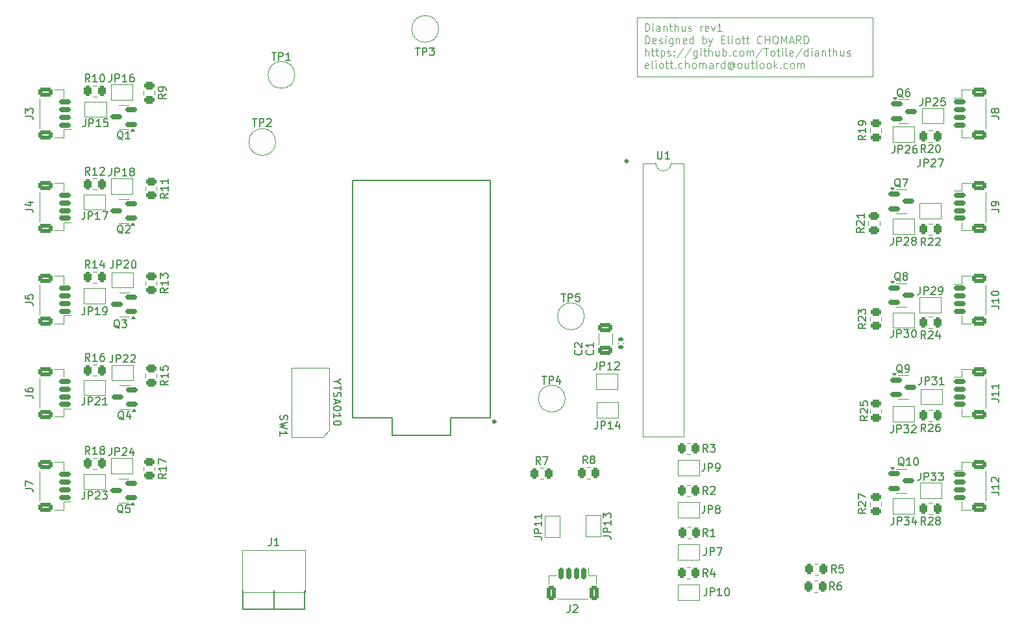
<source format=gbr>
%TF.GenerationSoftware,KiCad,Pcbnew,8.0.1-8.0.1-1~ubuntu22.04.1*%
%TF.CreationDate,2024-05-04T15:14:31+02:00*%
%TF.ProjectId,elec,656c6563-2e6b-4696-9361-645f70636258,v1*%
%TF.SameCoordinates,Original*%
%TF.FileFunction,Legend,Top*%
%TF.FilePolarity,Positive*%
%FSLAX46Y46*%
G04 Gerber Fmt 4.6, Leading zero omitted, Abs format (unit mm)*
G04 Created by KiCad (PCBNEW 8.0.1-8.0.1-1~ubuntu22.04.1) date 2024-05-04 15:14:31*
%MOMM*%
%LPD*%
G01*
G04 APERTURE LIST*
G04 Aperture macros list*
%AMRoundRect*
0 Rectangle with rounded corners*
0 $1 Rounding radius*
0 $2 $3 $4 $5 $6 $7 $8 $9 X,Y pos of 4 corners*
0 Add a 4 corners polygon primitive as box body*
4,1,4,$2,$3,$4,$5,$6,$7,$8,$9,$2,$3,0*
0 Add four circle primitives for the rounded corners*
1,1,$1+$1,$2,$3*
1,1,$1+$1,$4,$5*
1,1,$1+$1,$6,$7*
1,1,$1+$1,$8,$9*
0 Add four rect primitives between the rounded corners*
20,1,$1+$1,$2,$3,$4,$5,0*
20,1,$1+$1,$4,$5,$6,$7,0*
20,1,$1+$1,$6,$7,$8,$9,0*
20,1,$1+$1,$8,$9,$2,$3,0*%
G04 Aperture macros list end*
%ADD10C,0.300000*%
%ADD11C,0.100000*%
%ADD12C,0.150000*%
%ADD13C,0.120000*%
%ADD14C,0.200000*%
%ADD15R,1.500000X1.000000*%
%ADD16RoundRect,0.150000X-0.587500X-0.150000X0.587500X-0.150000X0.587500X0.150000X-0.587500X0.150000X0*%
%ADD17R,1.600000X1.600000*%
%ADD18O,1.600000X1.600000*%
%ADD19C,2.600000*%
%ADD20C,3.800000*%
%ADD21C,3.000000*%
%ADD22R,1.000000X1.500000*%
%ADD23RoundRect,0.150000X0.625000X-0.150000X0.625000X0.150000X-0.625000X0.150000X-0.625000X-0.150000X0*%
%ADD24RoundRect,0.250000X0.650000X-0.350000X0.650000X0.350000X-0.650000X0.350000X-0.650000X-0.350000X0*%
%ADD25RoundRect,0.150000X-0.625000X0.150000X-0.625000X-0.150000X0.625000X-0.150000X0.625000X0.150000X0*%
%ADD26RoundRect,0.250000X-0.650000X0.350000X-0.650000X-0.350000X0.650000X-0.350000X0.650000X0.350000X0*%
%ADD27RoundRect,0.250000X0.262500X0.450000X-0.262500X0.450000X-0.262500X-0.450000X0.262500X-0.450000X0*%
%ADD28RoundRect,0.250000X-0.450000X0.262500X-0.450000X-0.262500X0.450000X-0.262500X0.450000X0.262500X0*%
%ADD29R,0.900000X1.350000*%
%ADD30RoundRect,0.250000X-0.262500X-0.450000X0.262500X-0.450000X0.262500X0.450000X-0.262500X0.450000X0*%
%ADD31RoundRect,0.150000X0.587500X0.150000X-0.587500X0.150000X-0.587500X-0.150000X0.587500X-0.150000X0*%
%ADD32RoundRect,0.250000X0.450000X-0.262500X0.450000X0.262500X-0.450000X0.262500X-0.450000X-0.262500X0*%
%ADD33RoundRect,0.150000X0.150000X0.625000X-0.150000X0.625000X-0.150000X-0.625000X0.150000X-0.625000X0*%
%ADD34RoundRect,0.250000X0.350000X0.650000X-0.350000X0.650000X-0.350000X-0.650000X0.350000X-0.650000X0*%
%ADD35O,1.200000X2.000000*%
%ADD36RoundRect,0.250000X-0.650000X0.325000X-0.650000X-0.325000X0.650000X-0.325000X0.650000X0.325000X0*%
%ADD37C,1.600000*%
%ADD38RoundRect,0.140000X-0.170000X0.140000X-0.170000X-0.140000X0.170000X-0.140000X0.170000X0.140000X0*%
G04 APERTURE END LIST*
D10*
X84650000Y-76500000D02*
G75*
G02*
X84350000Y-76500000I-150000J0D01*
G01*
X84350000Y-76500000D02*
G75*
G02*
X84650000Y-76500000I150000J0D01*
G01*
X101900000Y-42500000D02*
G75*
G02*
X101600000Y-42500000I-150000J0D01*
G01*
X101600000Y-42500000D02*
G75*
G02*
X101900000Y-42500000I150000J0D01*
G01*
D11*
X104178884Y-25542419D02*
X104178884Y-24542419D01*
X104178884Y-24542419D02*
X104416979Y-24542419D01*
X104416979Y-24542419D02*
X104559836Y-24590038D01*
X104559836Y-24590038D02*
X104655074Y-24685276D01*
X104655074Y-24685276D02*
X104702693Y-24780514D01*
X104702693Y-24780514D02*
X104750312Y-24970990D01*
X104750312Y-24970990D02*
X104750312Y-25113847D01*
X104750312Y-25113847D02*
X104702693Y-25304323D01*
X104702693Y-25304323D02*
X104655074Y-25399561D01*
X104655074Y-25399561D02*
X104559836Y-25494800D01*
X104559836Y-25494800D02*
X104416979Y-25542419D01*
X104416979Y-25542419D02*
X104178884Y-25542419D01*
X105178884Y-25542419D02*
X105178884Y-24875752D01*
X105178884Y-24542419D02*
X105131265Y-24590038D01*
X105131265Y-24590038D02*
X105178884Y-24637657D01*
X105178884Y-24637657D02*
X105226503Y-24590038D01*
X105226503Y-24590038D02*
X105178884Y-24542419D01*
X105178884Y-24542419D02*
X105178884Y-24637657D01*
X106083645Y-25542419D02*
X106083645Y-25018609D01*
X106083645Y-25018609D02*
X106036026Y-24923371D01*
X106036026Y-24923371D02*
X105940788Y-24875752D01*
X105940788Y-24875752D02*
X105750312Y-24875752D01*
X105750312Y-24875752D02*
X105655074Y-24923371D01*
X106083645Y-25494800D02*
X105988407Y-25542419D01*
X105988407Y-25542419D02*
X105750312Y-25542419D01*
X105750312Y-25542419D02*
X105655074Y-25494800D01*
X105655074Y-25494800D02*
X105607455Y-25399561D01*
X105607455Y-25399561D02*
X105607455Y-25304323D01*
X105607455Y-25304323D02*
X105655074Y-25209085D01*
X105655074Y-25209085D02*
X105750312Y-25161466D01*
X105750312Y-25161466D02*
X105988407Y-25161466D01*
X105988407Y-25161466D02*
X106083645Y-25113847D01*
X106559836Y-24875752D02*
X106559836Y-25542419D01*
X106559836Y-24970990D02*
X106607455Y-24923371D01*
X106607455Y-24923371D02*
X106702693Y-24875752D01*
X106702693Y-24875752D02*
X106845550Y-24875752D01*
X106845550Y-24875752D02*
X106940788Y-24923371D01*
X106940788Y-24923371D02*
X106988407Y-25018609D01*
X106988407Y-25018609D02*
X106988407Y-25542419D01*
X107321741Y-24875752D02*
X107702693Y-24875752D01*
X107464598Y-24542419D02*
X107464598Y-25399561D01*
X107464598Y-25399561D02*
X107512217Y-25494800D01*
X107512217Y-25494800D02*
X107607455Y-25542419D01*
X107607455Y-25542419D02*
X107702693Y-25542419D01*
X108036027Y-25542419D02*
X108036027Y-24542419D01*
X108464598Y-25542419D02*
X108464598Y-25018609D01*
X108464598Y-25018609D02*
X108416979Y-24923371D01*
X108416979Y-24923371D02*
X108321741Y-24875752D01*
X108321741Y-24875752D02*
X108178884Y-24875752D01*
X108178884Y-24875752D02*
X108083646Y-24923371D01*
X108083646Y-24923371D02*
X108036027Y-24970990D01*
X109369360Y-24875752D02*
X109369360Y-25542419D01*
X108940789Y-24875752D02*
X108940789Y-25399561D01*
X108940789Y-25399561D02*
X108988408Y-25494800D01*
X108988408Y-25494800D02*
X109083646Y-25542419D01*
X109083646Y-25542419D02*
X109226503Y-25542419D01*
X109226503Y-25542419D02*
X109321741Y-25494800D01*
X109321741Y-25494800D02*
X109369360Y-25447180D01*
X109797932Y-25494800D02*
X109893170Y-25542419D01*
X109893170Y-25542419D02*
X110083646Y-25542419D01*
X110083646Y-25542419D02*
X110178884Y-25494800D01*
X110178884Y-25494800D02*
X110226503Y-25399561D01*
X110226503Y-25399561D02*
X110226503Y-25351942D01*
X110226503Y-25351942D02*
X110178884Y-25256704D01*
X110178884Y-25256704D02*
X110083646Y-25209085D01*
X110083646Y-25209085D02*
X109940789Y-25209085D01*
X109940789Y-25209085D02*
X109845551Y-25161466D01*
X109845551Y-25161466D02*
X109797932Y-25066228D01*
X109797932Y-25066228D02*
X109797932Y-25018609D01*
X109797932Y-25018609D02*
X109845551Y-24923371D01*
X109845551Y-24923371D02*
X109940789Y-24875752D01*
X109940789Y-24875752D02*
X110083646Y-24875752D01*
X110083646Y-24875752D02*
X110178884Y-24923371D01*
X111416980Y-25542419D02*
X111416980Y-24875752D01*
X111416980Y-25066228D02*
X111464599Y-24970990D01*
X111464599Y-24970990D02*
X111512218Y-24923371D01*
X111512218Y-24923371D02*
X111607456Y-24875752D01*
X111607456Y-24875752D02*
X111702694Y-24875752D01*
X112416980Y-25494800D02*
X112321742Y-25542419D01*
X112321742Y-25542419D02*
X112131266Y-25542419D01*
X112131266Y-25542419D02*
X112036028Y-25494800D01*
X112036028Y-25494800D02*
X111988409Y-25399561D01*
X111988409Y-25399561D02*
X111988409Y-25018609D01*
X111988409Y-25018609D02*
X112036028Y-24923371D01*
X112036028Y-24923371D02*
X112131266Y-24875752D01*
X112131266Y-24875752D02*
X112321742Y-24875752D01*
X112321742Y-24875752D02*
X112416980Y-24923371D01*
X112416980Y-24923371D02*
X112464599Y-25018609D01*
X112464599Y-25018609D02*
X112464599Y-25113847D01*
X112464599Y-25113847D02*
X111988409Y-25209085D01*
X112797933Y-24875752D02*
X113036028Y-25542419D01*
X113036028Y-25542419D02*
X113274123Y-24875752D01*
X114178885Y-25542419D02*
X113607457Y-25542419D01*
X113893171Y-25542419D02*
X113893171Y-24542419D01*
X113893171Y-24542419D02*
X113797933Y-24685276D01*
X113797933Y-24685276D02*
X113702695Y-24780514D01*
X113702695Y-24780514D02*
X113607457Y-24828133D01*
X104178884Y-27152363D02*
X104178884Y-26152363D01*
X104178884Y-26152363D02*
X104416979Y-26152363D01*
X104416979Y-26152363D02*
X104559836Y-26199982D01*
X104559836Y-26199982D02*
X104655074Y-26295220D01*
X104655074Y-26295220D02*
X104702693Y-26390458D01*
X104702693Y-26390458D02*
X104750312Y-26580934D01*
X104750312Y-26580934D02*
X104750312Y-26723791D01*
X104750312Y-26723791D02*
X104702693Y-26914267D01*
X104702693Y-26914267D02*
X104655074Y-27009505D01*
X104655074Y-27009505D02*
X104559836Y-27104744D01*
X104559836Y-27104744D02*
X104416979Y-27152363D01*
X104416979Y-27152363D02*
X104178884Y-27152363D01*
X105559836Y-27104744D02*
X105464598Y-27152363D01*
X105464598Y-27152363D02*
X105274122Y-27152363D01*
X105274122Y-27152363D02*
X105178884Y-27104744D01*
X105178884Y-27104744D02*
X105131265Y-27009505D01*
X105131265Y-27009505D02*
X105131265Y-26628553D01*
X105131265Y-26628553D02*
X105178884Y-26533315D01*
X105178884Y-26533315D02*
X105274122Y-26485696D01*
X105274122Y-26485696D02*
X105464598Y-26485696D01*
X105464598Y-26485696D02*
X105559836Y-26533315D01*
X105559836Y-26533315D02*
X105607455Y-26628553D01*
X105607455Y-26628553D02*
X105607455Y-26723791D01*
X105607455Y-26723791D02*
X105131265Y-26819029D01*
X105988408Y-27104744D02*
X106083646Y-27152363D01*
X106083646Y-27152363D02*
X106274122Y-27152363D01*
X106274122Y-27152363D02*
X106369360Y-27104744D01*
X106369360Y-27104744D02*
X106416979Y-27009505D01*
X106416979Y-27009505D02*
X106416979Y-26961886D01*
X106416979Y-26961886D02*
X106369360Y-26866648D01*
X106369360Y-26866648D02*
X106274122Y-26819029D01*
X106274122Y-26819029D02*
X106131265Y-26819029D01*
X106131265Y-26819029D02*
X106036027Y-26771410D01*
X106036027Y-26771410D02*
X105988408Y-26676172D01*
X105988408Y-26676172D02*
X105988408Y-26628553D01*
X105988408Y-26628553D02*
X106036027Y-26533315D01*
X106036027Y-26533315D02*
X106131265Y-26485696D01*
X106131265Y-26485696D02*
X106274122Y-26485696D01*
X106274122Y-26485696D02*
X106369360Y-26533315D01*
X106845551Y-27152363D02*
X106845551Y-26485696D01*
X106845551Y-26152363D02*
X106797932Y-26199982D01*
X106797932Y-26199982D02*
X106845551Y-26247601D01*
X106845551Y-26247601D02*
X106893170Y-26199982D01*
X106893170Y-26199982D02*
X106845551Y-26152363D01*
X106845551Y-26152363D02*
X106845551Y-26247601D01*
X107750312Y-26485696D02*
X107750312Y-27295220D01*
X107750312Y-27295220D02*
X107702693Y-27390458D01*
X107702693Y-27390458D02*
X107655074Y-27438077D01*
X107655074Y-27438077D02*
X107559836Y-27485696D01*
X107559836Y-27485696D02*
X107416979Y-27485696D01*
X107416979Y-27485696D02*
X107321741Y-27438077D01*
X107750312Y-27104744D02*
X107655074Y-27152363D01*
X107655074Y-27152363D02*
X107464598Y-27152363D01*
X107464598Y-27152363D02*
X107369360Y-27104744D01*
X107369360Y-27104744D02*
X107321741Y-27057124D01*
X107321741Y-27057124D02*
X107274122Y-26961886D01*
X107274122Y-26961886D02*
X107274122Y-26676172D01*
X107274122Y-26676172D02*
X107321741Y-26580934D01*
X107321741Y-26580934D02*
X107369360Y-26533315D01*
X107369360Y-26533315D02*
X107464598Y-26485696D01*
X107464598Y-26485696D02*
X107655074Y-26485696D01*
X107655074Y-26485696D02*
X107750312Y-26533315D01*
X108226503Y-26485696D02*
X108226503Y-27152363D01*
X108226503Y-26580934D02*
X108274122Y-26533315D01*
X108274122Y-26533315D02*
X108369360Y-26485696D01*
X108369360Y-26485696D02*
X108512217Y-26485696D01*
X108512217Y-26485696D02*
X108607455Y-26533315D01*
X108607455Y-26533315D02*
X108655074Y-26628553D01*
X108655074Y-26628553D02*
X108655074Y-27152363D01*
X109512217Y-27104744D02*
X109416979Y-27152363D01*
X109416979Y-27152363D02*
X109226503Y-27152363D01*
X109226503Y-27152363D02*
X109131265Y-27104744D01*
X109131265Y-27104744D02*
X109083646Y-27009505D01*
X109083646Y-27009505D02*
X109083646Y-26628553D01*
X109083646Y-26628553D02*
X109131265Y-26533315D01*
X109131265Y-26533315D02*
X109226503Y-26485696D01*
X109226503Y-26485696D02*
X109416979Y-26485696D01*
X109416979Y-26485696D02*
X109512217Y-26533315D01*
X109512217Y-26533315D02*
X109559836Y-26628553D01*
X109559836Y-26628553D02*
X109559836Y-26723791D01*
X109559836Y-26723791D02*
X109083646Y-26819029D01*
X110416979Y-27152363D02*
X110416979Y-26152363D01*
X110416979Y-27104744D02*
X110321741Y-27152363D01*
X110321741Y-27152363D02*
X110131265Y-27152363D01*
X110131265Y-27152363D02*
X110036027Y-27104744D01*
X110036027Y-27104744D02*
X109988408Y-27057124D01*
X109988408Y-27057124D02*
X109940789Y-26961886D01*
X109940789Y-26961886D02*
X109940789Y-26676172D01*
X109940789Y-26676172D02*
X109988408Y-26580934D01*
X109988408Y-26580934D02*
X110036027Y-26533315D01*
X110036027Y-26533315D02*
X110131265Y-26485696D01*
X110131265Y-26485696D02*
X110321741Y-26485696D01*
X110321741Y-26485696D02*
X110416979Y-26533315D01*
X111655075Y-27152363D02*
X111655075Y-26152363D01*
X111655075Y-26533315D02*
X111750313Y-26485696D01*
X111750313Y-26485696D02*
X111940789Y-26485696D01*
X111940789Y-26485696D02*
X112036027Y-26533315D01*
X112036027Y-26533315D02*
X112083646Y-26580934D01*
X112083646Y-26580934D02*
X112131265Y-26676172D01*
X112131265Y-26676172D02*
X112131265Y-26961886D01*
X112131265Y-26961886D02*
X112083646Y-27057124D01*
X112083646Y-27057124D02*
X112036027Y-27104744D01*
X112036027Y-27104744D02*
X111940789Y-27152363D01*
X111940789Y-27152363D02*
X111750313Y-27152363D01*
X111750313Y-27152363D02*
X111655075Y-27104744D01*
X112464599Y-26485696D02*
X112702694Y-27152363D01*
X112940789Y-26485696D02*
X112702694Y-27152363D01*
X112702694Y-27152363D02*
X112607456Y-27390458D01*
X112607456Y-27390458D02*
X112559837Y-27438077D01*
X112559837Y-27438077D02*
X112464599Y-27485696D01*
X114083647Y-26628553D02*
X114416980Y-26628553D01*
X114559837Y-27152363D02*
X114083647Y-27152363D01*
X114083647Y-27152363D02*
X114083647Y-26152363D01*
X114083647Y-26152363D02*
X114559837Y-26152363D01*
X115131266Y-27152363D02*
X115036028Y-27104744D01*
X115036028Y-27104744D02*
X114988409Y-27009505D01*
X114988409Y-27009505D02*
X114988409Y-26152363D01*
X115512219Y-27152363D02*
X115512219Y-26485696D01*
X115512219Y-26152363D02*
X115464600Y-26199982D01*
X115464600Y-26199982D02*
X115512219Y-26247601D01*
X115512219Y-26247601D02*
X115559838Y-26199982D01*
X115559838Y-26199982D02*
X115512219Y-26152363D01*
X115512219Y-26152363D02*
X115512219Y-26247601D01*
X116131266Y-27152363D02*
X116036028Y-27104744D01*
X116036028Y-27104744D02*
X115988409Y-27057124D01*
X115988409Y-27057124D02*
X115940790Y-26961886D01*
X115940790Y-26961886D02*
X115940790Y-26676172D01*
X115940790Y-26676172D02*
X115988409Y-26580934D01*
X115988409Y-26580934D02*
X116036028Y-26533315D01*
X116036028Y-26533315D02*
X116131266Y-26485696D01*
X116131266Y-26485696D02*
X116274123Y-26485696D01*
X116274123Y-26485696D02*
X116369361Y-26533315D01*
X116369361Y-26533315D02*
X116416980Y-26580934D01*
X116416980Y-26580934D02*
X116464599Y-26676172D01*
X116464599Y-26676172D02*
X116464599Y-26961886D01*
X116464599Y-26961886D02*
X116416980Y-27057124D01*
X116416980Y-27057124D02*
X116369361Y-27104744D01*
X116369361Y-27104744D02*
X116274123Y-27152363D01*
X116274123Y-27152363D02*
X116131266Y-27152363D01*
X116750314Y-26485696D02*
X117131266Y-26485696D01*
X116893171Y-26152363D02*
X116893171Y-27009505D01*
X116893171Y-27009505D02*
X116940790Y-27104744D01*
X116940790Y-27104744D02*
X117036028Y-27152363D01*
X117036028Y-27152363D02*
X117131266Y-27152363D01*
X117321743Y-26485696D02*
X117702695Y-26485696D01*
X117464600Y-26152363D02*
X117464600Y-27009505D01*
X117464600Y-27009505D02*
X117512219Y-27104744D01*
X117512219Y-27104744D02*
X117607457Y-27152363D01*
X117607457Y-27152363D02*
X117702695Y-27152363D01*
X119369362Y-27057124D02*
X119321743Y-27104744D01*
X119321743Y-27104744D02*
X119178886Y-27152363D01*
X119178886Y-27152363D02*
X119083648Y-27152363D01*
X119083648Y-27152363D02*
X118940791Y-27104744D01*
X118940791Y-27104744D02*
X118845553Y-27009505D01*
X118845553Y-27009505D02*
X118797934Y-26914267D01*
X118797934Y-26914267D02*
X118750315Y-26723791D01*
X118750315Y-26723791D02*
X118750315Y-26580934D01*
X118750315Y-26580934D02*
X118797934Y-26390458D01*
X118797934Y-26390458D02*
X118845553Y-26295220D01*
X118845553Y-26295220D02*
X118940791Y-26199982D01*
X118940791Y-26199982D02*
X119083648Y-26152363D01*
X119083648Y-26152363D02*
X119178886Y-26152363D01*
X119178886Y-26152363D02*
X119321743Y-26199982D01*
X119321743Y-26199982D02*
X119369362Y-26247601D01*
X119797934Y-27152363D02*
X119797934Y-26152363D01*
X119797934Y-26628553D02*
X120369362Y-26628553D01*
X120369362Y-27152363D02*
X120369362Y-26152363D01*
X121036029Y-26152363D02*
X121226505Y-26152363D01*
X121226505Y-26152363D02*
X121321743Y-26199982D01*
X121321743Y-26199982D02*
X121416981Y-26295220D01*
X121416981Y-26295220D02*
X121464600Y-26485696D01*
X121464600Y-26485696D02*
X121464600Y-26819029D01*
X121464600Y-26819029D02*
X121416981Y-27009505D01*
X121416981Y-27009505D02*
X121321743Y-27104744D01*
X121321743Y-27104744D02*
X121226505Y-27152363D01*
X121226505Y-27152363D02*
X121036029Y-27152363D01*
X121036029Y-27152363D02*
X120940791Y-27104744D01*
X120940791Y-27104744D02*
X120845553Y-27009505D01*
X120845553Y-27009505D02*
X120797934Y-26819029D01*
X120797934Y-26819029D02*
X120797934Y-26485696D01*
X120797934Y-26485696D02*
X120845553Y-26295220D01*
X120845553Y-26295220D02*
X120940791Y-26199982D01*
X120940791Y-26199982D02*
X121036029Y-26152363D01*
X121893172Y-27152363D02*
X121893172Y-26152363D01*
X121893172Y-26152363D02*
X122226505Y-26866648D01*
X122226505Y-26866648D02*
X122559838Y-26152363D01*
X122559838Y-26152363D02*
X122559838Y-27152363D01*
X122988410Y-26866648D02*
X123464600Y-26866648D01*
X122893172Y-27152363D02*
X123226505Y-26152363D01*
X123226505Y-26152363D02*
X123559838Y-27152363D01*
X124464600Y-27152363D02*
X124131267Y-26676172D01*
X123893172Y-27152363D02*
X123893172Y-26152363D01*
X123893172Y-26152363D02*
X124274124Y-26152363D01*
X124274124Y-26152363D02*
X124369362Y-26199982D01*
X124369362Y-26199982D02*
X124416981Y-26247601D01*
X124416981Y-26247601D02*
X124464600Y-26342839D01*
X124464600Y-26342839D02*
X124464600Y-26485696D01*
X124464600Y-26485696D02*
X124416981Y-26580934D01*
X124416981Y-26580934D02*
X124369362Y-26628553D01*
X124369362Y-26628553D02*
X124274124Y-26676172D01*
X124274124Y-26676172D02*
X123893172Y-26676172D01*
X124893172Y-27152363D02*
X124893172Y-26152363D01*
X124893172Y-26152363D02*
X125131267Y-26152363D01*
X125131267Y-26152363D02*
X125274124Y-26199982D01*
X125274124Y-26199982D02*
X125369362Y-26295220D01*
X125369362Y-26295220D02*
X125416981Y-26390458D01*
X125416981Y-26390458D02*
X125464600Y-26580934D01*
X125464600Y-26580934D02*
X125464600Y-26723791D01*
X125464600Y-26723791D02*
X125416981Y-26914267D01*
X125416981Y-26914267D02*
X125369362Y-27009505D01*
X125369362Y-27009505D02*
X125274124Y-27104744D01*
X125274124Y-27104744D02*
X125131267Y-27152363D01*
X125131267Y-27152363D02*
X124893172Y-27152363D01*
X104178884Y-28762307D02*
X104178884Y-27762307D01*
X104607455Y-28762307D02*
X104607455Y-28238497D01*
X104607455Y-28238497D02*
X104559836Y-28143259D01*
X104559836Y-28143259D02*
X104464598Y-28095640D01*
X104464598Y-28095640D02*
X104321741Y-28095640D01*
X104321741Y-28095640D02*
X104226503Y-28143259D01*
X104226503Y-28143259D02*
X104178884Y-28190878D01*
X104940789Y-28095640D02*
X105321741Y-28095640D01*
X105083646Y-27762307D02*
X105083646Y-28619449D01*
X105083646Y-28619449D02*
X105131265Y-28714688D01*
X105131265Y-28714688D02*
X105226503Y-28762307D01*
X105226503Y-28762307D02*
X105321741Y-28762307D01*
X105512218Y-28095640D02*
X105893170Y-28095640D01*
X105655075Y-27762307D02*
X105655075Y-28619449D01*
X105655075Y-28619449D02*
X105702694Y-28714688D01*
X105702694Y-28714688D02*
X105797932Y-28762307D01*
X105797932Y-28762307D02*
X105893170Y-28762307D01*
X106226504Y-28095640D02*
X106226504Y-29095640D01*
X106226504Y-28143259D02*
X106321742Y-28095640D01*
X106321742Y-28095640D02*
X106512218Y-28095640D01*
X106512218Y-28095640D02*
X106607456Y-28143259D01*
X106607456Y-28143259D02*
X106655075Y-28190878D01*
X106655075Y-28190878D02*
X106702694Y-28286116D01*
X106702694Y-28286116D02*
X106702694Y-28571830D01*
X106702694Y-28571830D02*
X106655075Y-28667068D01*
X106655075Y-28667068D02*
X106607456Y-28714688D01*
X106607456Y-28714688D02*
X106512218Y-28762307D01*
X106512218Y-28762307D02*
X106321742Y-28762307D01*
X106321742Y-28762307D02*
X106226504Y-28714688D01*
X107083647Y-28714688D02*
X107178885Y-28762307D01*
X107178885Y-28762307D02*
X107369361Y-28762307D01*
X107369361Y-28762307D02*
X107464599Y-28714688D01*
X107464599Y-28714688D02*
X107512218Y-28619449D01*
X107512218Y-28619449D02*
X107512218Y-28571830D01*
X107512218Y-28571830D02*
X107464599Y-28476592D01*
X107464599Y-28476592D02*
X107369361Y-28428973D01*
X107369361Y-28428973D02*
X107226504Y-28428973D01*
X107226504Y-28428973D02*
X107131266Y-28381354D01*
X107131266Y-28381354D02*
X107083647Y-28286116D01*
X107083647Y-28286116D02*
X107083647Y-28238497D01*
X107083647Y-28238497D02*
X107131266Y-28143259D01*
X107131266Y-28143259D02*
X107226504Y-28095640D01*
X107226504Y-28095640D02*
X107369361Y-28095640D01*
X107369361Y-28095640D02*
X107464599Y-28143259D01*
X107940790Y-28667068D02*
X107988409Y-28714688D01*
X107988409Y-28714688D02*
X107940790Y-28762307D01*
X107940790Y-28762307D02*
X107893171Y-28714688D01*
X107893171Y-28714688D02*
X107940790Y-28667068D01*
X107940790Y-28667068D02*
X107940790Y-28762307D01*
X107940790Y-28143259D02*
X107988409Y-28190878D01*
X107988409Y-28190878D02*
X107940790Y-28238497D01*
X107940790Y-28238497D02*
X107893171Y-28190878D01*
X107893171Y-28190878D02*
X107940790Y-28143259D01*
X107940790Y-28143259D02*
X107940790Y-28238497D01*
X109131265Y-27714688D02*
X108274123Y-29000402D01*
X110178884Y-27714688D02*
X109321742Y-29000402D01*
X110940789Y-28095640D02*
X110940789Y-28905164D01*
X110940789Y-28905164D02*
X110893170Y-29000402D01*
X110893170Y-29000402D02*
X110845551Y-29048021D01*
X110845551Y-29048021D02*
X110750313Y-29095640D01*
X110750313Y-29095640D02*
X110607456Y-29095640D01*
X110607456Y-29095640D02*
X110512218Y-29048021D01*
X110940789Y-28714688D02*
X110845551Y-28762307D01*
X110845551Y-28762307D02*
X110655075Y-28762307D01*
X110655075Y-28762307D02*
X110559837Y-28714688D01*
X110559837Y-28714688D02*
X110512218Y-28667068D01*
X110512218Y-28667068D02*
X110464599Y-28571830D01*
X110464599Y-28571830D02*
X110464599Y-28286116D01*
X110464599Y-28286116D02*
X110512218Y-28190878D01*
X110512218Y-28190878D02*
X110559837Y-28143259D01*
X110559837Y-28143259D02*
X110655075Y-28095640D01*
X110655075Y-28095640D02*
X110845551Y-28095640D01*
X110845551Y-28095640D02*
X110940789Y-28143259D01*
X111416980Y-28762307D02*
X111416980Y-28095640D01*
X111416980Y-27762307D02*
X111369361Y-27809926D01*
X111369361Y-27809926D02*
X111416980Y-27857545D01*
X111416980Y-27857545D02*
X111464599Y-27809926D01*
X111464599Y-27809926D02*
X111416980Y-27762307D01*
X111416980Y-27762307D02*
X111416980Y-27857545D01*
X111750313Y-28095640D02*
X112131265Y-28095640D01*
X111893170Y-27762307D02*
X111893170Y-28619449D01*
X111893170Y-28619449D02*
X111940789Y-28714688D01*
X111940789Y-28714688D02*
X112036027Y-28762307D01*
X112036027Y-28762307D02*
X112131265Y-28762307D01*
X112464599Y-28762307D02*
X112464599Y-27762307D01*
X112893170Y-28762307D02*
X112893170Y-28238497D01*
X112893170Y-28238497D02*
X112845551Y-28143259D01*
X112845551Y-28143259D02*
X112750313Y-28095640D01*
X112750313Y-28095640D02*
X112607456Y-28095640D01*
X112607456Y-28095640D02*
X112512218Y-28143259D01*
X112512218Y-28143259D02*
X112464599Y-28190878D01*
X113797932Y-28095640D02*
X113797932Y-28762307D01*
X113369361Y-28095640D02*
X113369361Y-28619449D01*
X113369361Y-28619449D02*
X113416980Y-28714688D01*
X113416980Y-28714688D02*
X113512218Y-28762307D01*
X113512218Y-28762307D02*
X113655075Y-28762307D01*
X113655075Y-28762307D02*
X113750313Y-28714688D01*
X113750313Y-28714688D02*
X113797932Y-28667068D01*
X114274123Y-28762307D02*
X114274123Y-27762307D01*
X114274123Y-28143259D02*
X114369361Y-28095640D01*
X114369361Y-28095640D02*
X114559837Y-28095640D01*
X114559837Y-28095640D02*
X114655075Y-28143259D01*
X114655075Y-28143259D02*
X114702694Y-28190878D01*
X114702694Y-28190878D02*
X114750313Y-28286116D01*
X114750313Y-28286116D02*
X114750313Y-28571830D01*
X114750313Y-28571830D02*
X114702694Y-28667068D01*
X114702694Y-28667068D02*
X114655075Y-28714688D01*
X114655075Y-28714688D02*
X114559837Y-28762307D01*
X114559837Y-28762307D02*
X114369361Y-28762307D01*
X114369361Y-28762307D02*
X114274123Y-28714688D01*
X115178885Y-28667068D02*
X115226504Y-28714688D01*
X115226504Y-28714688D02*
X115178885Y-28762307D01*
X115178885Y-28762307D02*
X115131266Y-28714688D01*
X115131266Y-28714688D02*
X115178885Y-28667068D01*
X115178885Y-28667068D02*
X115178885Y-28762307D01*
X116083646Y-28714688D02*
X115988408Y-28762307D01*
X115988408Y-28762307D02*
X115797932Y-28762307D01*
X115797932Y-28762307D02*
X115702694Y-28714688D01*
X115702694Y-28714688D02*
X115655075Y-28667068D01*
X115655075Y-28667068D02*
X115607456Y-28571830D01*
X115607456Y-28571830D02*
X115607456Y-28286116D01*
X115607456Y-28286116D02*
X115655075Y-28190878D01*
X115655075Y-28190878D02*
X115702694Y-28143259D01*
X115702694Y-28143259D02*
X115797932Y-28095640D01*
X115797932Y-28095640D02*
X115988408Y-28095640D01*
X115988408Y-28095640D02*
X116083646Y-28143259D01*
X116655075Y-28762307D02*
X116559837Y-28714688D01*
X116559837Y-28714688D02*
X116512218Y-28667068D01*
X116512218Y-28667068D02*
X116464599Y-28571830D01*
X116464599Y-28571830D02*
X116464599Y-28286116D01*
X116464599Y-28286116D02*
X116512218Y-28190878D01*
X116512218Y-28190878D02*
X116559837Y-28143259D01*
X116559837Y-28143259D02*
X116655075Y-28095640D01*
X116655075Y-28095640D02*
X116797932Y-28095640D01*
X116797932Y-28095640D02*
X116893170Y-28143259D01*
X116893170Y-28143259D02*
X116940789Y-28190878D01*
X116940789Y-28190878D02*
X116988408Y-28286116D01*
X116988408Y-28286116D02*
X116988408Y-28571830D01*
X116988408Y-28571830D02*
X116940789Y-28667068D01*
X116940789Y-28667068D02*
X116893170Y-28714688D01*
X116893170Y-28714688D02*
X116797932Y-28762307D01*
X116797932Y-28762307D02*
X116655075Y-28762307D01*
X117416980Y-28762307D02*
X117416980Y-28095640D01*
X117416980Y-28190878D02*
X117464599Y-28143259D01*
X117464599Y-28143259D02*
X117559837Y-28095640D01*
X117559837Y-28095640D02*
X117702694Y-28095640D01*
X117702694Y-28095640D02*
X117797932Y-28143259D01*
X117797932Y-28143259D02*
X117845551Y-28238497D01*
X117845551Y-28238497D02*
X117845551Y-28762307D01*
X117845551Y-28238497D02*
X117893170Y-28143259D01*
X117893170Y-28143259D02*
X117988408Y-28095640D01*
X117988408Y-28095640D02*
X118131265Y-28095640D01*
X118131265Y-28095640D02*
X118226504Y-28143259D01*
X118226504Y-28143259D02*
X118274123Y-28238497D01*
X118274123Y-28238497D02*
X118274123Y-28762307D01*
X119464598Y-27714688D02*
X118607456Y-29000402D01*
X119655075Y-27762307D02*
X120226503Y-27762307D01*
X119940789Y-28762307D02*
X119940789Y-27762307D01*
X120702694Y-28762307D02*
X120607456Y-28714688D01*
X120607456Y-28714688D02*
X120559837Y-28667068D01*
X120559837Y-28667068D02*
X120512218Y-28571830D01*
X120512218Y-28571830D02*
X120512218Y-28286116D01*
X120512218Y-28286116D02*
X120559837Y-28190878D01*
X120559837Y-28190878D02*
X120607456Y-28143259D01*
X120607456Y-28143259D02*
X120702694Y-28095640D01*
X120702694Y-28095640D02*
X120845551Y-28095640D01*
X120845551Y-28095640D02*
X120940789Y-28143259D01*
X120940789Y-28143259D02*
X120988408Y-28190878D01*
X120988408Y-28190878D02*
X121036027Y-28286116D01*
X121036027Y-28286116D02*
X121036027Y-28571830D01*
X121036027Y-28571830D02*
X120988408Y-28667068D01*
X120988408Y-28667068D02*
X120940789Y-28714688D01*
X120940789Y-28714688D02*
X120845551Y-28762307D01*
X120845551Y-28762307D02*
X120702694Y-28762307D01*
X121321742Y-28095640D02*
X121702694Y-28095640D01*
X121464599Y-27762307D02*
X121464599Y-28619449D01*
X121464599Y-28619449D02*
X121512218Y-28714688D01*
X121512218Y-28714688D02*
X121607456Y-28762307D01*
X121607456Y-28762307D02*
X121702694Y-28762307D01*
X122036028Y-28762307D02*
X122036028Y-28095640D01*
X122036028Y-27762307D02*
X121988409Y-27809926D01*
X121988409Y-27809926D02*
X122036028Y-27857545D01*
X122036028Y-27857545D02*
X122083647Y-27809926D01*
X122083647Y-27809926D02*
X122036028Y-27762307D01*
X122036028Y-27762307D02*
X122036028Y-27857545D01*
X122655075Y-28762307D02*
X122559837Y-28714688D01*
X122559837Y-28714688D02*
X122512218Y-28619449D01*
X122512218Y-28619449D02*
X122512218Y-27762307D01*
X123416980Y-28714688D02*
X123321742Y-28762307D01*
X123321742Y-28762307D02*
X123131266Y-28762307D01*
X123131266Y-28762307D02*
X123036028Y-28714688D01*
X123036028Y-28714688D02*
X122988409Y-28619449D01*
X122988409Y-28619449D02*
X122988409Y-28238497D01*
X122988409Y-28238497D02*
X123036028Y-28143259D01*
X123036028Y-28143259D02*
X123131266Y-28095640D01*
X123131266Y-28095640D02*
X123321742Y-28095640D01*
X123321742Y-28095640D02*
X123416980Y-28143259D01*
X123416980Y-28143259D02*
X123464599Y-28238497D01*
X123464599Y-28238497D02*
X123464599Y-28333735D01*
X123464599Y-28333735D02*
X122988409Y-28428973D01*
X124607456Y-27714688D02*
X123750314Y-29000402D01*
X125369361Y-28762307D02*
X125369361Y-27762307D01*
X125369361Y-28714688D02*
X125274123Y-28762307D01*
X125274123Y-28762307D02*
X125083647Y-28762307D01*
X125083647Y-28762307D02*
X124988409Y-28714688D01*
X124988409Y-28714688D02*
X124940790Y-28667068D01*
X124940790Y-28667068D02*
X124893171Y-28571830D01*
X124893171Y-28571830D02*
X124893171Y-28286116D01*
X124893171Y-28286116D02*
X124940790Y-28190878D01*
X124940790Y-28190878D02*
X124988409Y-28143259D01*
X124988409Y-28143259D02*
X125083647Y-28095640D01*
X125083647Y-28095640D02*
X125274123Y-28095640D01*
X125274123Y-28095640D02*
X125369361Y-28143259D01*
X125845552Y-28762307D02*
X125845552Y-28095640D01*
X125845552Y-27762307D02*
X125797933Y-27809926D01*
X125797933Y-27809926D02*
X125845552Y-27857545D01*
X125845552Y-27857545D02*
X125893171Y-27809926D01*
X125893171Y-27809926D02*
X125845552Y-27762307D01*
X125845552Y-27762307D02*
X125845552Y-27857545D01*
X126750313Y-28762307D02*
X126750313Y-28238497D01*
X126750313Y-28238497D02*
X126702694Y-28143259D01*
X126702694Y-28143259D02*
X126607456Y-28095640D01*
X126607456Y-28095640D02*
X126416980Y-28095640D01*
X126416980Y-28095640D02*
X126321742Y-28143259D01*
X126750313Y-28714688D02*
X126655075Y-28762307D01*
X126655075Y-28762307D02*
X126416980Y-28762307D01*
X126416980Y-28762307D02*
X126321742Y-28714688D01*
X126321742Y-28714688D02*
X126274123Y-28619449D01*
X126274123Y-28619449D02*
X126274123Y-28524211D01*
X126274123Y-28524211D02*
X126321742Y-28428973D01*
X126321742Y-28428973D02*
X126416980Y-28381354D01*
X126416980Y-28381354D02*
X126655075Y-28381354D01*
X126655075Y-28381354D02*
X126750313Y-28333735D01*
X127226504Y-28095640D02*
X127226504Y-28762307D01*
X127226504Y-28190878D02*
X127274123Y-28143259D01*
X127274123Y-28143259D02*
X127369361Y-28095640D01*
X127369361Y-28095640D02*
X127512218Y-28095640D01*
X127512218Y-28095640D02*
X127607456Y-28143259D01*
X127607456Y-28143259D02*
X127655075Y-28238497D01*
X127655075Y-28238497D02*
X127655075Y-28762307D01*
X127988409Y-28095640D02*
X128369361Y-28095640D01*
X128131266Y-27762307D02*
X128131266Y-28619449D01*
X128131266Y-28619449D02*
X128178885Y-28714688D01*
X128178885Y-28714688D02*
X128274123Y-28762307D01*
X128274123Y-28762307D02*
X128369361Y-28762307D01*
X128702695Y-28762307D02*
X128702695Y-27762307D01*
X129131266Y-28762307D02*
X129131266Y-28238497D01*
X129131266Y-28238497D02*
X129083647Y-28143259D01*
X129083647Y-28143259D02*
X128988409Y-28095640D01*
X128988409Y-28095640D02*
X128845552Y-28095640D01*
X128845552Y-28095640D02*
X128750314Y-28143259D01*
X128750314Y-28143259D02*
X128702695Y-28190878D01*
X130036028Y-28095640D02*
X130036028Y-28762307D01*
X129607457Y-28095640D02*
X129607457Y-28619449D01*
X129607457Y-28619449D02*
X129655076Y-28714688D01*
X129655076Y-28714688D02*
X129750314Y-28762307D01*
X129750314Y-28762307D02*
X129893171Y-28762307D01*
X129893171Y-28762307D02*
X129988409Y-28714688D01*
X129988409Y-28714688D02*
X130036028Y-28667068D01*
X130464600Y-28714688D02*
X130559838Y-28762307D01*
X130559838Y-28762307D02*
X130750314Y-28762307D01*
X130750314Y-28762307D02*
X130845552Y-28714688D01*
X130845552Y-28714688D02*
X130893171Y-28619449D01*
X130893171Y-28619449D02*
X130893171Y-28571830D01*
X130893171Y-28571830D02*
X130845552Y-28476592D01*
X130845552Y-28476592D02*
X130750314Y-28428973D01*
X130750314Y-28428973D02*
X130607457Y-28428973D01*
X130607457Y-28428973D02*
X130512219Y-28381354D01*
X130512219Y-28381354D02*
X130464600Y-28286116D01*
X130464600Y-28286116D02*
X130464600Y-28238497D01*
X130464600Y-28238497D02*
X130512219Y-28143259D01*
X130512219Y-28143259D02*
X130607457Y-28095640D01*
X130607457Y-28095640D02*
X130750314Y-28095640D01*
X130750314Y-28095640D02*
X130845552Y-28143259D01*
X104559836Y-30324632D02*
X104464598Y-30372251D01*
X104464598Y-30372251D02*
X104274122Y-30372251D01*
X104274122Y-30372251D02*
X104178884Y-30324632D01*
X104178884Y-30324632D02*
X104131265Y-30229393D01*
X104131265Y-30229393D02*
X104131265Y-29848441D01*
X104131265Y-29848441D02*
X104178884Y-29753203D01*
X104178884Y-29753203D02*
X104274122Y-29705584D01*
X104274122Y-29705584D02*
X104464598Y-29705584D01*
X104464598Y-29705584D02*
X104559836Y-29753203D01*
X104559836Y-29753203D02*
X104607455Y-29848441D01*
X104607455Y-29848441D02*
X104607455Y-29943679D01*
X104607455Y-29943679D02*
X104131265Y-30038917D01*
X105178884Y-30372251D02*
X105083646Y-30324632D01*
X105083646Y-30324632D02*
X105036027Y-30229393D01*
X105036027Y-30229393D02*
X105036027Y-29372251D01*
X105559837Y-30372251D02*
X105559837Y-29705584D01*
X105559837Y-29372251D02*
X105512218Y-29419870D01*
X105512218Y-29419870D02*
X105559837Y-29467489D01*
X105559837Y-29467489D02*
X105607456Y-29419870D01*
X105607456Y-29419870D02*
X105559837Y-29372251D01*
X105559837Y-29372251D02*
X105559837Y-29467489D01*
X106178884Y-30372251D02*
X106083646Y-30324632D01*
X106083646Y-30324632D02*
X106036027Y-30277012D01*
X106036027Y-30277012D02*
X105988408Y-30181774D01*
X105988408Y-30181774D02*
X105988408Y-29896060D01*
X105988408Y-29896060D02*
X106036027Y-29800822D01*
X106036027Y-29800822D02*
X106083646Y-29753203D01*
X106083646Y-29753203D02*
X106178884Y-29705584D01*
X106178884Y-29705584D02*
X106321741Y-29705584D01*
X106321741Y-29705584D02*
X106416979Y-29753203D01*
X106416979Y-29753203D02*
X106464598Y-29800822D01*
X106464598Y-29800822D02*
X106512217Y-29896060D01*
X106512217Y-29896060D02*
X106512217Y-30181774D01*
X106512217Y-30181774D02*
X106464598Y-30277012D01*
X106464598Y-30277012D02*
X106416979Y-30324632D01*
X106416979Y-30324632D02*
X106321741Y-30372251D01*
X106321741Y-30372251D02*
X106178884Y-30372251D01*
X106797932Y-29705584D02*
X107178884Y-29705584D01*
X106940789Y-29372251D02*
X106940789Y-30229393D01*
X106940789Y-30229393D02*
X106988408Y-30324632D01*
X106988408Y-30324632D02*
X107083646Y-30372251D01*
X107083646Y-30372251D02*
X107178884Y-30372251D01*
X107369361Y-29705584D02*
X107750313Y-29705584D01*
X107512218Y-29372251D02*
X107512218Y-30229393D01*
X107512218Y-30229393D02*
X107559837Y-30324632D01*
X107559837Y-30324632D02*
X107655075Y-30372251D01*
X107655075Y-30372251D02*
X107750313Y-30372251D01*
X108083647Y-30277012D02*
X108131266Y-30324632D01*
X108131266Y-30324632D02*
X108083647Y-30372251D01*
X108083647Y-30372251D02*
X108036028Y-30324632D01*
X108036028Y-30324632D02*
X108083647Y-30277012D01*
X108083647Y-30277012D02*
X108083647Y-30372251D01*
X108988408Y-30324632D02*
X108893170Y-30372251D01*
X108893170Y-30372251D02*
X108702694Y-30372251D01*
X108702694Y-30372251D02*
X108607456Y-30324632D01*
X108607456Y-30324632D02*
X108559837Y-30277012D01*
X108559837Y-30277012D02*
X108512218Y-30181774D01*
X108512218Y-30181774D02*
X108512218Y-29896060D01*
X108512218Y-29896060D02*
X108559837Y-29800822D01*
X108559837Y-29800822D02*
X108607456Y-29753203D01*
X108607456Y-29753203D02*
X108702694Y-29705584D01*
X108702694Y-29705584D02*
X108893170Y-29705584D01*
X108893170Y-29705584D02*
X108988408Y-29753203D01*
X109416980Y-30372251D02*
X109416980Y-29372251D01*
X109845551Y-30372251D02*
X109845551Y-29848441D01*
X109845551Y-29848441D02*
X109797932Y-29753203D01*
X109797932Y-29753203D02*
X109702694Y-29705584D01*
X109702694Y-29705584D02*
X109559837Y-29705584D01*
X109559837Y-29705584D02*
X109464599Y-29753203D01*
X109464599Y-29753203D02*
X109416980Y-29800822D01*
X110464599Y-30372251D02*
X110369361Y-30324632D01*
X110369361Y-30324632D02*
X110321742Y-30277012D01*
X110321742Y-30277012D02*
X110274123Y-30181774D01*
X110274123Y-30181774D02*
X110274123Y-29896060D01*
X110274123Y-29896060D02*
X110321742Y-29800822D01*
X110321742Y-29800822D02*
X110369361Y-29753203D01*
X110369361Y-29753203D02*
X110464599Y-29705584D01*
X110464599Y-29705584D02*
X110607456Y-29705584D01*
X110607456Y-29705584D02*
X110702694Y-29753203D01*
X110702694Y-29753203D02*
X110750313Y-29800822D01*
X110750313Y-29800822D02*
X110797932Y-29896060D01*
X110797932Y-29896060D02*
X110797932Y-30181774D01*
X110797932Y-30181774D02*
X110750313Y-30277012D01*
X110750313Y-30277012D02*
X110702694Y-30324632D01*
X110702694Y-30324632D02*
X110607456Y-30372251D01*
X110607456Y-30372251D02*
X110464599Y-30372251D01*
X111226504Y-30372251D02*
X111226504Y-29705584D01*
X111226504Y-29800822D02*
X111274123Y-29753203D01*
X111274123Y-29753203D02*
X111369361Y-29705584D01*
X111369361Y-29705584D02*
X111512218Y-29705584D01*
X111512218Y-29705584D02*
X111607456Y-29753203D01*
X111607456Y-29753203D02*
X111655075Y-29848441D01*
X111655075Y-29848441D02*
X111655075Y-30372251D01*
X111655075Y-29848441D02*
X111702694Y-29753203D01*
X111702694Y-29753203D02*
X111797932Y-29705584D01*
X111797932Y-29705584D02*
X111940789Y-29705584D01*
X111940789Y-29705584D02*
X112036028Y-29753203D01*
X112036028Y-29753203D02*
X112083647Y-29848441D01*
X112083647Y-29848441D02*
X112083647Y-30372251D01*
X112988408Y-30372251D02*
X112988408Y-29848441D01*
X112988408Y-29848441D02*
X112940789Y-29753203D01*
X112940789Y-29753203D02*
X112845551Y-29705584D01*
X112845551Y-29705584D02*
X112655075Y-29705584D01*
X112655075Y-29705584D02*
X112559837Y-29753203D01*
X112988408Y-30324632D02*
X112893170Y-30372251D01*
X112893170Y-30372251D02*
X112655075Y-30372251D01*
X112655075Y-30372251D02*
X112559837Y-30324632D01*
X112559837Y-30324632D02*
X112512218Y-30229393D01*
X112512218Y-30229393D02*
X112512218Y-30134155D01*
X112512218Y-30134155D02*
X112559837Y-30038917D01*
X112559837Y-30038917D02*
X112655075Y-29991298D01*
X112655075Y-29991298D02*
X112893170Y-29991298D01*
X112893170Y-29991298D02*
X112988408Y-29943679D01*
X113464599Y-30372251D02*
X113464599Y-29705584D01*
X113464599Y-29896060D02*
X113512218Y-29800822D01*
X113512218Y-29800822D02*
X113559837Y-29753203D01*
X113559837Y-29753203D02*
X113655075Y-29705584D01*
X113655075Y-29705584D02*
X113750313Y-29705584D01*
X114512218Y-30372251D02*
X114512218Y-29372251D01*
X114512218Y-30324632D02*
X114416980Y-30372251D01*
X114416980Y-30372251D02*
X114226504Y-30372251D01*
X114226504Y-30372251D02*
X114131266Y-30324632D01*
X114131266Y-30324632D02*
X114083647Y-30277012D01*
X114083647Y-30277012D02*
X114036028Y-30181774D01*
X114036028Y-30181774D02*
X114036028Y-29896060D01*
X114036028Y-29896060D02*
X114083647Y-29800822D01*
X114083647Y-29800822D02*
X114131266Y-29753203D01*
X114131266Y-29753203D02*
X114226504Y-29705584D01*
X114226504Y-29705584D02*
X114416980Y-29705584D01*
X114416980Y-29705584D02*
X114512218Y-29753203D01*
X115607456Y-29896060D02*
X115559837Y-29848441D01*
X115559837Y-29848441D02*
X115464599Y-29800822D01*
X115464599Y-29800822D02*
X115369361Y-29800822D01*
X115369361Y-29800822D02*
X115274123Y-29848441D01*
X115274123Y-29848441D02*
X115226504Y-29896060D01*
X115226504Y-29896060D02*
X115178885Y-29991298D01*
X115178885Y-29991298D02*
X115178885Y-30086536D01*
X115178885Y-30086536D02*
X115226504Y-30181774D01*
X115226504Y-30181774D02*
X115274123Y-30229393D01*
X115274123Y-30229393D02*
X115369361Y-30277012D01*
X115369361Y-30277012D02*
X115464599Y-30277012D01*
X115464599Y-30277012D02*
X115559837Y-30229393D01*
X115559837Y-30229393D02*
X115607456Y-30181774D01*
X115607456Y-29800822D02*
X115607456Y-30181774D01*
X115607456Y-30181774D02*
X115655075Y-30229393D01*
X115655075Y-30229393D02*
X115702694Y-30229393D01*
X115702694Y-30229393D02*
X115797933Y-30181774D01*
X115797933Y-30181774D02*
X115845552Y-30086536D01*
X115845552Y-30086536D02*
X115845552Y-29848441D01*
X115845552Y-29848441D02*
X115750314Y-29705584D01*
X115750314Y-29705584D02*
X115607456Y-29610346D01*
X115607456Y-29610346D02*
X115416980Y-29562727D01*
X115416980Y-29562727D02*
X115226504Y-29610346D01*
X115226504Y-29610346D02*
X115083647Y-29705584D01*
X115083647Y-29705584D02*
X114988409Y-29848441D01*
X114988409Y-29848441D02*
X114940790Y-30038917D01*
X114940790Y-30038917D02*
X114988409Y-30229393D01*
X114988409Y-30229393D02*
X115083647Y-30372251D01*
X115083647Y-30372251D02*
X115226504Y-30467489D01*
X115226504Y-30467489D02*
X115416980Y-30515108D01*
X115416980Y-30515108D02*
X115607456Y-30467489D01*
X115607456Y-30467489D02*
X115750314Y-30372251D01*
X116416980Y-30372251D02*
X116321742Y-30324632D01*
X116321742Y-30324632D02*
X116274123Y-30277012D01*
X116274123Y-30277012D02*
X116226504Y-30181774D01*
X116226504Y-30181774D02*
X116226504Y-29896060D01*
X116226504Y-29896060D02*
X116274123Y-29800822D01*
X116274123Y-29800822D02*
X116321742Y-29753203D01*
X116321742Y-29753203D02*
X116416980Y-29705584D01*
X116416980Y-29705584D02*
X116559837Y-29705584D01*
X116559837Y-29705584D02*
X116655075Y-29753203D01*
X116655075Y-29753203D02*
X116702694Y-29800822D01*
X116702694Y-29800822D02*
X116750313Y-29896060D01*
X116750313Y-29896060D02*
X116750313Y-30181774D01*
X116750313Y-30181774D02*
X116702694Y-30277012D01*
X116702694Y-30277012D02*
X116655075Y-30324632D01*
X116655075Y-30324632D02*
X116559837Y-30372251D01*
X116559837Y-30372251D02*
X116416980Y-30372251D01*
X117607456Y-29705584D02*
X117607456Y-30372251D01*
X117178885Y-29705584D02*
X117178885Y-30229393D01*
X117178885Y-30229393D02*
X117226504Y-30324632D01*
X117226504Y-30324632D02*
X117321742Y-30372251D01*
X117321742Y-30372251D02*
X117464599Y-30372251D01*
X117464599Y-30372251D02*
X117559837Y-30324632D01*
X117559837Y-30324632D02*
X117607456Y-30277012D01*
X117940790Y-29705584D02*
X118321742Y-29705584D01*
X118083647Y-29372251D02*
X118083647Y-30229393D01*
X118083647Y-30229393D02*
X118131266Y-30324632D01*
X118131266Y-30324632D02*
X118226504Y-30372251D01*
X118226504Y-30372251D02*
X118321742Y-30372251D01*
X118797933Y-30372251D02*
X118702695Y-30324632D01*
X118702695Y-30324632D02*
X118655076Y-30229393D01*
X118655076Y-30229393D02*
X118655076Y-29372251D01*
X119321743Y-30372251D02*
X119226505Y-30324632D01*
X119226505Y-30324632D02*
X119178886Y-30277012D01*
X119178886Y-30277012D02*
X119131267Y-30181774D01*
X119131267Y-30181774D02*
X119131267Y-29896060D01*
X119131267Y-29896060D02*
X119178886Y-29800822D01*
X119178886Y-29800822D02*
X119226505Y-29753203D01*
X119226505Y-29753203D02*
X119321743Y-29705584D01*
X119321743Y-29705584D02*
X119464600Y-29705584D01*
X119464600Y-29705584D02*
X119559838Y-29753203D01*
X119559838Y-29753203D02*
X119607457Y-29800822D01*
X119607457Y-29800822D02*
X119655076Y-29896060D01*
X119655076Y-29896060D02*
X119655076Y-30181774D01*
X119655076Y-30181774D02*
X119607457Y-30277012D01*
X119607457Y-30277012D02*
X119559838Y-30324632D01*
X119559838Y-30324632D02*
X119464600Y-30372251D01*
X119464600Y-30372251D02*
X119321743Y-30372251D01*
X120226505Y-30372251D02*
X120131267Y-30324632D01*
X120131267Y-30324632D02*
X120083648Y-30277012D01*
X120083648Y-30277012D02*
X120036029Y-30181774D01*
X120036029Y-30181774D02*
X120036029Y-29896060D01*
X120036029Y-29896060D02*
X120083648Y-29800822D01*
X120083648Y-29800822D02*
X120131267Y-29753203D01*
X120131267Y-29753203D02*
X120226505Y-29705584D01*
X120226505Y-29705584D02*
X120369362Y-29705584D01*
X120369362Y-29705584D02*
X120464600Y-29753203D01*
X120464600Y-29753203D02*
X120512219Y-29800822D01*
X120512219Y-29800822D02*
X120559838Y-29896060D01*
X120559838Y-29896060D02*
X120559838Y-30181774D01*
X120559838Y-30181774D02*
X120512219Y-30277012D01*
X120512219Y-30277012D02*
X120464600Y-30324632D01*
X120464600Y-30324632D02*
X120369362Y-30372251D01*
X120369362Y-30372251D02*
X120226505Y-30372251D01*
X120988410Y-30372251D02*
X120988410Y-29372251D01*
X121083648Y-29991298D02*
X121369362Y-30372251D01*
X121369362Y-29705584D02*
X120988410Y-30086536D01*
X121797934Y-30277012D02*
X121845553Y-30324632D01*
X121845553Y-30324632D02*
X121797934Y-30372251D01*
X121797934Y-30372251D02*
X121750315Y-30324632D01*
X121750315Y-30324632D02*
X121797934Y-30277012D01*
X121797934Y-30277012D02*
X121797934Y-30372251D01*
X122702695Y-30324632D02*
X122607457Y-30372251D01*
X122607457Y-30372251D02*
X122416981Y-30372251D01*
X122416981Y-30372251D02*
X122321743Y-30324632D01*
X122321743Y-30324632D02*
X122274124Y-30277012D01*
X122274124Y-30277012D02*
X122226505Y-30181774D01*
X122226505Y-30181774D02*
X122226505Y-29896060D01*
X122226505Y-29896060D02*
X122274124Y-29800822D01*
X122274124Y-29800822D02*
X122321743Y-29753203D01*
X122321743Y-29753203D02*
X122416981Y-29705584D01*
X122416981Y-29705584D02*
X122607457Y-29705584D01*
X122607457Y-29705584D02*
X122702695Y-29753203D01*
X123274124Y-30372251D02*
X123178886Y-30324632D01*
X123178886Y-30324632D02*
X123131267Y-30277012D01*
X123131267Y-30277012D02*
X123083648Y-30181774D01*
X123083648Y-30181774D02*
X123083648Y-29896060D01*
X123083648Y-29896060D02*
X123131267Y-29800822D01*
X123131267Y-29800822D02*
X123178886Y-29753203D01*
X123178886Y-29753203D02*
X123274124Y-29705584D01*
X123274124Y-29705584D02*
X123416981Y-29705584D01*
X123416981Y-29705584D02*
X123512219Y-29753203D01*
X123512219Y-29753203D02*
X123559838Y-29800822D01*
X123559838Y-29800822D02*
X123607457Y-29896060D01*
X123607457Y-29896060D02*
X123607457Y-30181774D01*
X123607457Y-30181774D02*
X123559838Y-30277012D01*
X123559838Y-30277012D02*
X123512219Y-30324632D01*
X123512219Y-30324632D02*
X123416981Y-30372251D01*
X123416981Y-30372251D02*
X123274124Y-30372251D01*
X124036029Y-30372251D02*
X124036029Y-29705584D01*
X124036029Y-29800822D02*
X124083648Y-29753203D01*
X124083648Y-29753203D02*
X124178886Y-29705584D01*
X124178886Y-29705584D02*
X124321743Y-29705584D01*
X124321743Y-29705584D02*
X124416981Y-29753203D01*
X124416981Y-29753203D02*
X124464600Y-29848441D01*
X124464600Y-29848441D02*
X124464600Y-30372251D01*
X124464600Y-29848441D02*
X124512219Y-29753203D01*
X124512219Y-29753203D02*
X124607457Y-29705584D01*
X124607457Y-29705584D02*
X124750314Y-29705584D01*
X124750314Y-29705584D02*
X124845553Y-29753203D01*
X124845553Y-29753203D02*
X124893172Y-29848441D01*
X124893172Y-29848441D02*
X124893172Y-30372251D01*
X103125000Y-23750000D02*
X133875000Y-23750000D01*
X133875000Y-31500000D01*
X103125000Y-31500000D01*
X103125000Y-23750000D01*
D12*
X89704819Y-91509523D02*
X90419104Y-91509523D01*
X90419104Y-91509523D02*
X90561961Y-91557142D01*
X90561961Y-91557142D02*
X90657200Y-91652380D01*
X90657200Y-91652380D02*
X90704819Y-91795237D01*
X90704819Y-91795237D02*
X90704819Y-91890475D01*
X90704819Y-91033332D02*
X89704819Y-91033332D01*
X89704819Y-91033332D02*
X89704819Y-90652380D01*
X89704819Y-90652380D02*
X89752438Y-90557142D01*
X89752438Y-90557142D02*
X89800057Y-90509523D01*
X89800057Y-90509523D02*
X89895295Y-90461904D01*
X89895295Y-90461904D02*
X90038152Y-90461904D01*
X90038152Y-90461904D02*
X90133390Y-90509523D01*
X90133390Y-90509523D02*
X90181009Y-90557142D01*
X90181009Y-90557142D02*
X90228628Y-90652380D01*
X90228628Y-90652380D02*
X90228628Y-91033332D01*
X90704819Y-89509523D02*
X90704819Y-90080951D01*
X90704819Y-89795237D02*
X89704819Y-89795237D01*
X89704819Y-89795237D02*
X89847676Y-89890475D01*
X89847676Y-89890475D02*
X89942914Y-89985713D01*
X89942914Y-89985713D02*
X89990533Y-90080951D01*
X90704819Y-88557142D02*
X90704819Y-89128570D01*
X90704819Y-88842856D02*
X89704819Y-88842856D01*
X89704819Y-88842856D02*
X89847676Y-88938094D01*
X89847676Y-88938094D02*
X89942914Y-89033332D01*
X89942914Y-89033332D02*
X89990533Y-89128570D01*
X137467261Y-45900057D02*
X137372023Y-45852438D01*
X137372023Y-45852438D02*
X137276785Y-45757200D01*
X137276785Y-45757200D02*
X137133928Y-45614342D01*
X137133928Y-45614342D02*
X137038690Y-45566723D01*
X137038690Y-45566723D02*
X136943452Y-45566723D01*
X136991071Y-45804819D02*
X136895833Y-45757200D01*
X136895833Y-45757200D02*
X136800595Y-45661961D01*
X136800595Y-45661961D02*
X136752976Y-45471485D01*
X136752976Y-45471485D02*
X136752976Y-45138152D01*
X136752976Y-45138152D02*
X136800595Y-44947676D01*
X136800595Y-44947676D02*
X136895833Y-44852438D01*
X136895833Y-44852438D02*
X136991071Y-44804819D01*
X136991071Y-44804819D02*
X137181547Y-44804819D01*
X137181547Y-44804819D02*
X137276785Y-44852438D01*
X137276785Y-44852438D02*
X137372023Y-44947676D01*
X137372023Y-44947676D02*
X137419642Y-45138152D01*
X137419642Y-45138152D02*
X137419642Y-45471485D01*
X137419642Y-45471485D02*
X137372023Y-45661961D01*
X137372023Y-45661961D02*
X137276785Y-45757200D01*
X137276785Y-45757200D02*
X137181547Y-45804819D01*
X137181547Y-45804819D02*
X136991071Y-45804819D01*
X137752976Y-44804819D02*
X138419642Y-44804819D01*
X138419642Y-44804819D02*
X137991071Y-45804819D01*
X105798095Y-41224819D02*
X105798095Y-42034342D01*
X105798095Y-42034342D02*
X105845714Y-42129580D01*
X105845714Y-42129580D02*
X105893333Y-42177200D01*
X105893333Y-42177200D02*
X105988571Y-42224819D01*
X105988571Y-42224819D02*
X106179047Y-42224819D01*
X106179047Y-42224819D02*
X106274285Y-42177200D01*
X106274285Y-42177200D02*
X106321904Y-42129580D01*
X106321904Y-42129580D02*
X106369523Y-42034342D01*
X106369523Y-42034342D02*
X106369523Y-41224819D01*
X107369523Y-42224819D02*
X106798095Y-42224819D01*
X107083809Y-42224819D02*
X107083809Y-41224819D01*
X107083809Y-41224819D02*
X106988571Y-41367676D01*
X106988571Y-41367676D02*
X106893333Y-41462914D01*
X106893333Y-41462914D02*
X106798095Y-41510533D01*
X137928571Y-82300057D02*
X137833333Y-82252438D01*
X137833333Y-82252438D02*
X137738095Y-82157200D01*
X137738095Y-82157200D02*
X137595238Y-82014342D01*
X137595238Y-82014342D02*
X137500000Y-81966723D01*
X137500000Y-81966723D02*
X137404762Y-81966723D01*
X137452381Y-82204819D02*
X137357143Y-82157200D01*
X137357143Y-82157200D02*
X137261905Y-82061961D01*
X137261905Y-82061961D02*
X137214286Y-81871485D01*
X137214286Y-81871485D02*
X137214286Y-81538152D01*
X137214286Y-81538152D02*
X137261905Y-81347676D01*
X137261905Y-81347676D02*
X137357143Y-81252438D01*
X137357143Y-81252438D02*
X137452381Y-81204819D01*
X137452381Y-81204819D02*
X137642857Y-81204819D01*
X137642857Y-81204819D02*
X137738095Y-81252438D01*
X137738095Y-81252438D02*
X137833333Y-81347676D01*
X137833333Y-81347676D02*
X137880952Y-81538152D01*
X137880952Y-81538152D02*
X137880952Y-81871485D01*
X137880952Y-81871485D02*
X137833333Y-82061961D01*
X137833333Y-82061961D02*
X137738095Y-82157200D01*
X137738095Y-82157200D02*
X137642857Y-82204819D01*
X137642857Y-82204819D02*
X137452381Y-82204819D01*
X138833333Y-82204819D02*
X138261905Y-82204819D01*
X138547619Y-82204819D02*
X138547619Y-81204819D01*
X138547619Y-81204819D02*
X138452381Y-81347676D01*
X138452381Y-81347676D02*
X138357143Y-81442914D01*
X138357143Y-81442914D02*
X138261905Y-81490533D01*
X139452381Y-81204819D02*
X139547619Y-81204819D01*
X139547619Y-81204819D02*
X139642857Y-81252438D01*
X139642857Y-81252438D02*
X139690476Y-81300057D01*
X139690476Y-81300057D02*
X139738095Y-81395295D01*
X139738095Y-81395295D02*
X139785714Y-81585771D01*
X139785714Y-81585771D02*
X139785714Y-81823866D01*
X139785714Y-81823866D02*
X139738095Y-82014342D01*
X139738095Y-82014342D02*
X139690476Y-82109580D01*
X139690476Y-82109580D02*
X139642857Y-82157200D01*
X139642857Y-82157200D02*
X139547619Y-82204819D01*
X139547619Y-82204819D02*
X139452381Y-82204819D01*
X139452381Y-82204819D02*
X139357143Y-82157200D01*
X139357143Y-82157200D02*
X139309524Y-82109580D01*
X139309524Y-82109580D02*
X139261905Y-82014342D01*
X139261905Y-82014342D02*
X139214286Y-81823866D01*
X139214286Y-81823866D02*
X139214286Y-81585771D01*
X139214286Y-81585771D02*
X139261905Y-81395295D01*
X139261905Y-81395295D02*
X139309524Y-81300057D01*
X139309524Y-81300057D02*
X139357143Y-81252438D01*
X139357143Y-81252438D02*
X139452381Y-81204819D01*
X74238095Y-27704819D02*
X74809523Y-27704819D01*
X74523809Y-28704819D02*
X74523809Y-27704819D01*
X75142857Y-28704819D02*
X75142857Y-27704819D01*
X75142857Y-27704819D02*
X75523809Y-27704819D01*
X75523809Y-27704819D02*
X75619047Y-27752438D01*
X75619047Y-27752438D02*
X75666666Y-27800057D01*
X75666666Y-27800057D02*
X75714285Y-27895295D01*
X75714285Y-27895295D02*
X75714285Y-28038152D01*
X75714285Y-28038152D02*
X75666666Y-28133390D01*
X75666666Y-28133390D02*
X75619047Y-28181009D01*
X75619047Y-28181009D02*
X75523809Y-28228628D01*
X75523809Y-28228628D02*
X75142857Y-28228628D01*
X76047619Y-27704819D02*
X76666666Y-27704819D01*
X76666666Y-27704819D02*
X76333333Y-28085771D01*
X76333333Y-28085771D02*
X76476190Y-28085771D01*
X76476190Y-28085771D02*
X76571428Y-28133390D01*
X76571428Y-28133390D02*
X76619047Y-28181009D01*
X76619047Y-28181009D02*
X76666666Y-28276247D01*
X76666666Y-28276247D02*
X76666666Y-28514342D01*
X76666666Y-28514342D02*
X76619047Y-28609580D01*
X76619047Y-28609580D02*
X76571428Y-28657200D01*
X76571428Y-28657200D02*
X76476190Y-28704819D01*
X76476190Y-28704819D02*
X76190476Y-28704819D01*
X76190476Y-28704819D02*
X76095238Y-28657200D01*
X76095238Y-28657200D02*
X76047619Y-28609580D01*
X97840476Y-68704819D02*
X97840476Y-69419104D01*
X97840476Y-69419104D02*
X97792857Y-69561961D01*
X97792857Y-69561961D02*
X97697619Y-69657200D01*
X97697619Y-69657200D02*
X97554762Y-69704819D01*
X97554762Y-69704819D02*
X97459524Y-69704819D01*
X98316667Y-69704819D02*
X98316667Y-68704819D01*
X98316667Y-68704819D02*
X98697619Y-68704819D01*
X98697619Y-68704819D02*
X98792857Y-68752438D01*
X98792857Y-68752438D02*
X98840476Y-68800057D01*
X98840476Y-68800057D02*
X98888095Y-68895295D01*
X98888095Y-68895295D02*
X98888095Y-69038152D01*
X98888095Y-69038152D02*
X98840476Y-69133390D01*
X98840476Y-69133390D02*
X98792857Y-69181009D01*
X98792857Y-69181009D02*
X98697619Y-69228628D01*
X98697619Y-69228628D02*
X98316667Y-69228628D01*
X99840476Y-69704819D02*
X99269048Y-69704819D01*
X99554762Y-69704819D02*
X99554762Y-68704819D01*
X99554762Y-68704819D02*
X99459524Y-68847676D01*
X99459524Y-68847676D02*
X99364286Y-68942914D01*
X99364286Y-68942914D02*
X99269048Y-68990533D01*
X100221429Y-68800057D02*
X100269048Y-68752438D01*
X100269048Y-68752438D02*
X100364286Y-68704819D01*
X100364286Y-68704819D02*
X100602381Y-68704819D01*
X100602381Y-68704819D02*
X100697619Y-68752438D01*
X100697619Y-68752438D02*
X100745238Y-68800057D01*
X100745238Y-68800057D02*
X100792857Y-68895295D01*
X100792857Y-68895295D02*
X100792857Y-68990533D01*
X100792857Y-68990533D02*
X100745238Y-69133390D01*
X100745238Y-69133390D02*
X100173810Y-69704819D01*
X100173810Y-69704819D02*
X100792857Y-69704819D01*
X23354819Y-48783333D02*
X24069104Y-48783333D01*
X24069104Y-48783333D02*
X24211961Y-48830952D01*
X24211961Y-48830952D02*
X24307200Y-48926190D01*
X24307200Y-48926190D02*
X24354819Y-49069047D01*
X24354819Y-49069047D02*
X24354819Y-49164285D01*
X23688152Y-47878571D02*
X24354819Y-47878571D01*
X23307200Y-48116666D02*
X24021485Y-48354761D01*
X24021485Y-48354761D02*
X24021485Y-47735714D01*
X136590476Y-88954819D02*
X136590476Y-89669104D01*
X136590476Y-89669104D02*
X136542857Y-89811961D01*
X136542857Y-89811961D02*
X136447619Y-89907200D01*
X136447619Y-89907200D02*
X136304762Y-89954819D01*
X136304762Y-89954819D02*
X136209524Y-89954819D01*
X137066667Y-89954819D02*
X137066667Y-88954819D01*
X137066667Y-88954819D02*
X137447619Y-88954819D01*
X137447619Y-88954819D02*
X137542857Y-89002438D01*
X137542857Y-89002438D02*
X137590476Y-89050057D01*
X137590476Y-89050057D02*
X137638095Y-89145295D01*
X137638095Y-89145295D02*
X137638095Y-89288152D01*
X137638095Y-89288152D02*
X137590476Y-89383390D01*
X137590476Y-89383390D02*
X137542857Y-89431009D01*
X137542857Y-89431009D02*
X137447619Y-89478628D01*
X137447619Y-89478628D02*
X137066667Y-89478628D01*
X137971429Y-88954819D02*
X138590476Y-88954819D01*
X138590476Y-88954819D02*
X138257143Y-89335771D01*
X138257143Y-89335771D02*
X138400000Y-89335771D01*
X138400000Y-89335771D02*
X138495238Y-89383390D01*
X138495238Y-89383390D02*
X138542857Y-89431009D01*
X138542857Y-89431009D02*
X138590476Y-89526247D01*
X138590476Y-89526247D02*
X138590476Y-89764342D01*
X138590476Y-89764342D02*
X138542857Y-89859580D01*
X138542857Y-89859580D02*
X138495238Y-89907200D01*
X138495238Y-89907200D02*
X138400000Y-89954819D01*
X138400000Y-89954819D02*
X138114286Y-89954819D01*
X138114286Y-89954819D02*
X138019048Y-89907200D01*
X138019048Y-89907200D02*
X137971429Y-89859580D01*
X139447619Y-89288152D02*
X139447619Y-89954819D01*
X139209524Y-88907200D02*
X138971429Y-89621485D01*
X138971429Y-89621485D02*
X139590476Y-89621485D01*
X111916666Y-81954819D02*
X111916666Y-82669104D01*
X111916666Y-82669104D02*
X111869047Y-82811961D01*
X111869047Y-82811961D02*
X111773809Y-82907200D01*
X111773809Y-82907200D02*
X111630952Y-82954819D01*
X111630952Y-82954819D02*
X111535714Y-82954819D01*
X112392857Y-82954819D02*
X112392857Y-81954819D01*
X112392857Y-81954819D02*
X112773809Y-81954819D01*
X112773809Y-81954819D02*
X112869047Y-82002438D01*
X112869047Y-82002438D02*
X112916666Y-82050057D01*
X112916666Y-82050057D02*
X112964285Y-82145295D01*
X112964285Y-82145295D02*
X112964285Y-82288152D01*
X112964285Y-82288152D02*
X112916666Y-82383390D01*
X112916666Y-82383390D02*
X112869047Y-82431009D01*
X112869047Y-82431009D02*
X112773809Y-82478628D01*
X112773809Y-82478628D02*
X112392857Y-82478628D01*
X113440476Y-82954819D02*
X113630952Y-82954819D01*
X113630952Y-82954819D02*
X113726190Y-82907200D01*
X113726190Y-82907200D02*
X113773809Y-82859580D01*
X113773809Y-82859580D02*
X113869047Y-82716723D01*
X113869047Y-82716723D02*
X113916666Y-82526247D01*
X113916666Y-82526247D02*
X113916666Y-82145295D01*
X113916666Y-82145295D02*
X113869047Y-82050057D01*
X113869047Y-82050057D02*
X113821428Y-82002438D01*
X113821428Y-82002438D02*
X113726190Y-81954819D01*
X113726190Y-81954819D02*
X113535714Y-81954819D01*
X113535714Y-81954819D02*
X113440476Y-82002438D01*
X113440476Y-82002438D02*
X113392857Y-82050057D01*
X113392857Y-82050057D02*
X113345238Y-82145295D01*
X113345238Y-82145295D02*
X113345238Y-82383390D01*
X113345238Y-82383390D02*
X113392857Y-82478628D01*
X113392857Y-82478628D02*
X113440476Y-82526247D01*
X113440476Y-82526247D02*
X113535714Y-82573866D01*
X113535714Y-82573866D02*
X113726190Y-82573866D01*
X113726190Y-82573866D02*
X113821428Y-82526247D01*
X113821428Y-82526247D02*
X113869047Y-82478628D01*
X113869047Y-82478628D02*
X113916666Y-82383390D01*
X149304819Y-85709523D02*
X150019104Y-85709523D01*
X150019104Y-85709523D02*
X150161961Y-85757142D01*
X150161961Y-85757142D02*
X150257200Y-85852380D01*
X150257200Y-85852380D02*
X150304819Y-85995237D01*
X150304819Y-85995237D02*
X150304819Y-86090475D01*
X150304819Y-84709523D02*
X150304819Y-85280951D01*
X150304819Y-84995237D02*
X149304819Y-84995237D01*
X149304819Y-84995237D02*
X149447676Y-85090475D01*
X149447676Y-85090475D02*
X149542914Y-85185713D01*
X149542914Y-85185713D02*
X149590533Y-85280951D01*
X149400057Y-84328570D02*
X149352438Y-84280951D01*
X149352438Y-84280951D02*
X149304819Y-84185713D01*
X149304819Y-84185713D02*
X149304819Y-83947618D01*
X149304819Y-83947618D02*
X149352438Y-83852380D01*
X149352438Y-83852380D02*
X149400057Y-83804761D01*
X149400057Y-83804761D02*
X149495295Y-83757142D01*
X149495295Y-83757142D02*
X149590533Y-83757142D01*
X149590533Y-83757142D02*
X149733390Y-83804761D01*
X149733390Y-83804761D02*
X150304819Y-84376189D01*
X150304819Y-84376189D02*
X150304819Y-83757142D01*
X137467261Y-58150057D02*
X137372023Y-58102438D01*
X137372023Y-58102438D02*
X137276785Y-58007200D01*
X137276785Y-58007200D02*
X137133928Y-57864342D01*
X137133928Y-57864342D02*
X137038690Y-57816723D01*
X137038690Y-57816723D02*
X136943452Y-57816723D01*
X136991071Y-58054819D02*
X136895833Y-58007200D01*
X136895833Y-58007200D02*
X136800595Y-57911961D01*
X136800595Y-57911961D02*
X136752976Y-57721485D01*
X136752976Y-57721485D02*
X136752976Y-57388152D01*
X136752976Y-57388152D02*
X136800595Y-57197676D01*
X136800595Y-57197676D02*
X136895833Y-57102438D01*
X136895833Y-57102438D02*
X136991071Y-57054819D01*
X136991071Y-57054819D02*
X137181547Y-57054819D01*
X137181547Y-57054819D02*
X137276785Y-57102438D01*
X137276785Y-57102438D02*
X137372023Y-57197676D01*
X137372023Y-57197676D02*
X137419642Y-57388152D01*
X137419642Y-57388152D02*
X137419642Y-57721485D01*
X137419642Y-57721485D02*
X137372023Y-57911961D01*
X137372023Y-57911961D02*
X137276785Y-58007200D01*
X137276785Y-58007200D02*
X137181547Y-58054819D01*
X137181547Y-58054819D02*
X136991071Y-58054819D01*
X137991071Y-57483390D02*
X137895833Y-57435771D01*
X137895833Y-57435771D02*
X137848214Y-57388152D01*
X137848214Y-57388152D02*
X137800595Y-57292914D01*
X137800595Y-57292914D02*
X137800595Y-57245295D01*
X137800595Y-57245295D02*
X137848214Y-57150057D01*
X137848214Y-57150057D02*
X137895833Y-57102438D01*
X137895833Y-57102438D02*
X137991071Y-57054819D01*
X137991071Y-57054819D02*
X138181547Y-57054819D01*
X138181547Y-57054819D02*
X138276785Y-57102438D01*
X138276785Y-57102438D02*
X138324404Y-57150057D01*
X138324404Y-57150057D02*
X138372023Y-57245295D01*
X138372023Y-57245295D02*
X138372023Y-57292914D01*
X138372023Y-57292914D02*
X138324404Y-57388152D01*
X138324404Y-57388152D02*
X138276785Y-57435771D01*
X138276785Y-57435771D02*
X138181547Y-57483390D01*
X138181547Y-57483390D02*
X137991071Y-57483390D01*
X137991071Y-57483390D02*
X137895833Y-57531009D01*
X137895833Y-57531009D02*
X137848214Y-57578628D01*
X137848214Y-57578628D02*
X137800595Y-57673866D01*
X137800595Y-57673866D02*
X137800595Y-57864342D01*
X137800595Y-57864342D02*
X137848214Y-57959580D01*
X137848214Y-57959580D02*
X137895833Y-58007200D01*
X137895833Y-58007200D02*
X137991071Y-58054819D01*
X137991071Y-58054819D02*
X138181547Y-58054819D01*
X138181547Y-58054819D02*
X138276785Y-58007200D01*
X138276785Y-58007200D02*
X138324404Y-57959580D01*
X138324404Y-57959580D02*
X138372023Y-57864342D01*
X138372023Y-57864342D02*
X138372023Y-57673866D01*
X138372023Y-57673866D02*
X138324404Y-57578628D01*
X138324404Y-57578628D02*
X138276785Y-57531009D01*
X138276785Y-57531009D02*
X138181547Y-57483390D01*
X129083333Y-96204819D02*
X128750000Y-95728628D01*
X128511905Y-96204819D02*
X128511905Y-95204819D01*
X128511905Y-95204819D02*
X128892857Y-95204819D01*
X128892857Y-95204819D02*
X128988095Y-95252438D01*
X128988095Y-95252438D02*
X129035714Y-95300057D01*
X129035714Y-95300057D02*
X129083333Y-95395295D01*
X129083333Y-95395295D02*
X129083333Y-95538152D01*
X129083333Y-95538152D02*
X129035714Y-95633390D01*
X129035714Y-95633390D02*
X128988095Y-95681009D01*
X128988095Y-95681009D02*
X128892857Y-95728628D01*
X128892857Y-95728628D02*
X128511905Y-95728628D01*
X129988095Y-95204819D02*
X129511905Y-95204819D01*
X129511905Y-95204819D02*
X129464286Y-95681009D01*
X129464286Y-95681009D02*
X129511905Y-95633390D01*
X129511905Y-95633390D02*
X129607143Y-95585771D01*
X129607143Y-95585771D02*
X129845238Y-95585771D01*
X129845238Y-95585771D02*
X129940476Y-95633390D01*
X129940476Y-95633390D02*
X129988095Y-95681009D01*
X129988095Y-95681009D02*
X130035714Y-95776247D01*
X130035714Y-95776247D02*
X130035714Y-96014342D01*
X130035714Y-96014342D02*
X129988095Y-96109580D01*
X129988095Y-96109580D02*
X129940476Y-96157200D01*
X129940476Y-96157200D02*
X129845238Y-96204819D01*
X129845238Y-96204819D02*
X129607143Y-96204819D01*
X129607143Y-96204819D02*
X129511905Y-96157200D01*
X129511905Y-96157200D02*
X129464286Y-96109580D01*
X97940476Y-76454819D02*
X97940476Y-77169104D01*
X97940476Y-77169104D02*
X97892857Y-77311961D01*
X97892857Y-77311961D02*
X97797619Y-77407200D01*
X97797619Y-77407200D02*
X97654762Y-77454819D01*
X97654762Y-77454819D02*
X97559524Y-77454819D01*
X98416667Y-77454819D02*
X98416667Y-76454819D01*
X98416667Y-76454819D02*
X98797619Y-76454819D01*
X98797619Y-76454819D02*
X98892857Y-76502438D01*
X98892857Y-76502438D02*
X98940476Y-76550057D01*
X98940476Y-76550057D02*
X98988095Y-76645295D01*
X98988095Y-76645295D02*
X98988095Y-76788152D01*
X98988095Y-76788152D02*
X98940476Y-76883390D01*
X98940476Y-76883390D02*
X98892857Y-76931009D01*
X98892857Y-76931009D02*
X98797619Y-76978628D01*
X98797619Y-76978628D02*
X98416667Y-76978628D01*
X99940476Y-77454819D02*
X99369048Y-77454819D01*
X99654762Y-77454819D02*
X99654762Y-76454819D01*
X99654762Y-76454819D02*
X99559524Y-76597676D01*
X99559524Y-76597676D02*
X99464286Y-76692914D01*
X99464286Y-76692914D02*
X99369048Y-76740533D01*
X100797619Y-76788152D02*
X100797619Y-77454819D01*
X100559524Y-76407200D02*
X100321429Y-77121485D01*
X100321429Y-77121485D02*
X100940476Y-77121485D01*
X34820476Y-55454819D02*
X34820476Y-56169104D01*
X34820476Y-56169104D02*
X34772857Y-56311961D01*
X34772857Y-56311961D02*
X34677619Y-56407200D01*
X34677619Y-56407200D02*
X34534762Y-56454819D01*
X34534762Y-56454819D02*
X34439524Y-56454819D01*
X35296667Y-56454819D02*
X35296667Y-55454819D01*
X35296667Y-55454819D02*
X35677619Y-55454819D01*
X35677619Y-55454819D02*
X35772857Y-55502438D01*
X35772857Y-55502438D02*
X35820476Y-55550057D01*
X35820476Y-55550057D02*
X35868095Y-55645295D01*
X35868095Y-55645295D02*
X35868095Y-55788152D01*
X35868095Y-55788152D02*
X35820476Y-55883390D01*
X35820476Y-55883390D02*
X35772857Y-55931009D01*
X35772857Y-55931009D02*
X35677619Y-55978628D01*
X35677619Y-55978628D02*
X35296667Y-55978628D01*
X36249048Y-55550057D02*
X36296667Y-55502438D01*
X36296667Y-55502438D02*
X36391905Y-55454819D01*
X36391905Y-55454819D02*
X36630000Y-55454819D01*
X36630000Y-55454819D02*
X36725238Y-55502438D01*
X36725238Y-55502438D02*
X36772857Y-55550057D01*
X36772857Y-55550057D02*
X36820476Y-55645295D01*
X36820476Y-55645295D02*
X36820476Y-55740533D01*
X36820476Y-55740533D02*
X36772857Y-55883390D01*
X36772857Y-55883390D02*
X36201429Y-56454819D01*
X36201429Y-56454819D02*
X36820476Y-56454819D01*
X37439524Y-55454819D02*
X37534762Y-55454819D01*
X37534762Y-55454819D02*
X37630000Y-55502438D01*
X37630000Y-55502438D02*
X37677619Y-55550057D01*
X37677619Y-55550057D02*
X37725238Y-55645295D01*
X37725238Y-55645295D02*
X37772857Y-55835771D01*
X37772857Y-55835771D02*
X37772857Y-56073866D01*
X37772857Y-56073866D02*
X37725238Y-56264342D01*
X37725238Y-56264342D02*
X37677619Y-56359580D01*
X37677619Y-56359580D02*
X37630000Y-56407200D01*
X37630000Y-56407200D02*
X37534762Y-56454819D01*
X37534762Y-56454819D02*
X37439524Y-56454819D01*
X37439524Y-56454819D02*
X37344286Y-56407200D01*
X37344286Y-56407200D02*
X37296667Y-56359580D01*
X37296667Y-56359580D02*
X37249048Y-56264342D01*
X37249048Y-56264342D02*
X37201429Y-56073866D01*
X37201429Y-56073866D02*
X37201429Y-55835771D01*
X37201429Y-55835771D02*
X37249048Y-55645295D01*
X37249048Y-55645295D02*
X37296667Y-55550057D01*
X37296667Y-55550057D02*
X37344286Y-55502438D01*
X37344286Y-55502438D02*
X37439524Y-55454819D01*
X111916666Y-87454819D02*
X111916666Y-88169104D01*
X111916666Y-88169104D02*
X111869047Y-88311961D01*
X111869047Y-88311961D02*
X111773809Y-88407200D01*
X111773809Y-88407200D02*
X111630952Y-88454819D01*
X111630952Y-88454819D02*
X111535714Y-88454819D01*
X112392857Y-88454819D02*
X112392857Y-87454819D01*
X112392857Y-87454819D02*
X112773809Y-87454819D01*
X112773809Y-87454819D02*
X112869047Y-87502438D01*
X112869047Y-87502438D02*
X112916666Y-87550057D01*
X112916666Y-87550057D02*
X112964285Y-87645295D01*
X112964285Y-87645295D02*
X112964285Y-87788152D01*
X112964285Y-87788152D02*
X112916666Y-87883390D01*
X112916666Y-87883390D02*
X112869047Y-87931009D01*
X112869047Y-87931009D02*
X112773809Y-87978628D01*
X112773809Y-87978628D02*
X112392857Y-87978628D01*
X113535714Y-87883390D02*
X113440476Y-87835771D01*
X113440476Y-87835771D02*
X113392857Y-87788152D01*
X113392857Y-87788152D02*
X113345238Y-87692914D01*
X113345238Y-87692914D02*
X113345238Y-87645295D01*
X113345238Y-87645295D02*
X113392857Y-87550057D01*
X113392857Y-87550057D02*
X113440476Y-87502438D01*
X113440476Y-87502438D02*
X113535714Y-87454819D01*
X113535714Y-87454819D02*
X113726190Y-87454819D01*
X113726190Y-87454819D02*
X113821428Y-87502438D01*
X113821428Y-87502438D02*
X113869047Y-87550057D01*
X113869047Y-87550057D02*
X113916666Y-87645295D01*
X113916666Y-87645295D02*
X113916666Y-87692914D01*
X113916666Y-87692914D02*
X113869047Y-87788152D01*
X113869047Y-87788152D02*
X113821428Y-87835771D01*
X113821428Y-87835771D02*
X113726190Y-87883390D01*
X113726190Y-87883390D02*
X113535714Y-87883390D01*
X113535714Y-87883390D02*
X113440476Y-87931009D01*
X113440476Y-87931009D02*
X113392857Y-87978628D01*
X113392857Y-87978628D02*
X113345238Y-88073866D01*
X113345238Y-88073866D02*
X113345238Y-88264342D01*
X113345238Y-88264342D02*
X113392857Y-88359580D01*
X113392857Y-88359580D02*
X113440476Y-88407200D01*
X113440476Y-88407200D02*
X113535714Y-88454819D01*
X113535714Y-88454819D02*
X113726190Y-88454819D01*
X113726190Y-88454819D02*
X113821428Y-88407200D01*
X113821428Y-88407200D02*
X113869047Y-88359580D01*
X113869047Y-88359580D02*
X113916666Y-88264342D01*
X113916666Y-88264342D02*
X113916666Y-88073866D01*
X113916666Y-88073866D02*
X113869047Y-87978628D01*
X113869047Y-87978628D02*
X113821428Y-87931009D01*
X113821428Y-87931009D02*
X113726190Y-87883390D01*
X55488095Y-28306819D02*
X56059523Y-28306819D01*
X55773809Y-29306819D02*
X55773809Y-28306819D01*
X56392857Y-29306819D02*
X56392857Y-28306819D01*
X56392857Y-28306819D02*
X56773809Y-28306819D01*
X56773809Y-28306819D02*
X56869047Y-28354438D01*
X56869047Y-28354438D02*
X56916666Y-28402057D01*
X56916666Y-28402057D02*
X56964285Y-28497295D01*
X56964285Y-28497295D02*
X56964285Y-28640152D01*
X56964285Y-28640152D02*
X56916666Y-28735390D01*
X56916666Y-28735390D02*
X56869047Y-28783009D01*
X56869047Y-28783009D02*
X56773809Y-28830628D01*
X56773809Y-28830628D02*
X56392857Y-28830628D01*
X57916666Y-29306819D02*
X57345238Y-29306819D01*
X57630952Y-29306819D02*
X57630952Y-28306819D01*
X57630952Y-28306819D02*
X57535714Y-28449676D01*
X57535714Y-28449676D02*
X57440476Y-28544914D01*
X57440476Y-28544914D02*
X57345238Y-28592533D01*
X34732976Y-67754819D02*
X34732976Y-68469104D01*
X34732976Y-68469104D02*
X34685357Y-68611961D01*
X34685357Y-68611961D02*
X34590119Y-68707200D01*
X34590119Y-68707200D02*
X34447262Y-68754819D01*
X34447262Y-68754819D02*
X34352024Y-68754819D01*
X35209167Y-68754819D02*
X35209167Y-67754819D01*
X35209167Y-67754819D02*
X35590119Y-67754819D01*
X35590119Y-67754819D02*
X35685357Y-67802438D01*
X35685357Y-67802438D02*
X35732976Y-67850057D01*
X35732976Y-67850057D02*
X35780595Y-67945295D01*
X35780595Y-67945295D02*
X35780595Y-68088152D01*
X35780595Y-68088152D02*
X35732976Y-68183390D01*
X35732976Y-68183390D02*
X35685357Y-68231009D01*
X35685357Y-68231009D02*
X35590119Y-68278628D01*
X35590119Y-68278628D02*
X35209167Y-68278628D01*
X36161548Y-67850057D02*
X36209167Y-67802438D01*
X36209167Y-67802438D02*
X36304405Y-67754819D01*
X36304405Y-67754819D02*
X36542500Y-67754819D01*
X36542500Y-67754819D02*
X36637738Y-67802438D01*
X36637738Y-67802438D02*
X36685357Y-67850057D01*
X36685357Y-67850057D02*
X36732976Y-67945295D01*
X36732976Y-67945295D02*
X36732976Y-68040533D01*
X36732976Y-68040533D02*
X36685357Y-68183390D01*
X36685357Y-68183390D02*
X36113929Y-68754819D01*
X36113929Y-68754819D02*
X36732976Y-68754819D01*
X37113929Y-67850057D02*
X37161548Y-67802438D01*
X37161548Y-67802438D02*
X37256786Y-67754819D01*
X37256786Y-67754819D02*
X37494881Y-67754819D01*
X37494881Y-67754819D02*
X37590119Y-67802438D01*
X37590119Y-67802438D02*
X37637738Y-67850057D01*
X37637738Y-67850057D02*
X37685357Y-67945295D01*
X37685357Y-67945295D02*
X37685357Y-68040533D01*
X37685357Y-68040533D02*
X37637738Y-68183390D01*
X37637738Y-68183390D02*
X37066310Y-68754819D01*
X37066310Y-68754819D02*
X37685357Y-68754819D01*
X31190476Y-37004819D02*
X31190476Y-37719104D01*
X31190476Y-37719104D02*
X31142857Y-37861961D01*
X31142857Y-37861961D02*
X31047619Y-37957200D01*
X31047619Y-37957200D02*
X30904762Y-38004819D01*
X30904762Y-38004819D02*
X30809524Y-38004819D01*
X31666667Y-38004819D02*
X31666667Y-37004819D01*
X31666667Y-37004819D02*
X32047619Y-37004819D01*
X32047619Y-37004819D02*
X32142857Y-37052438D01*
X32142857Y-37052438D02*
X32190476Y-37100057D01*
X32190476Y-37100057D02*
X32238095Y-37195295D01*
X32238095Y-37195295D02*
X32238095Y-37338152D01*
X32238095Y-37338152D02*
X32190476Y-37433390D01*
X32190476Y-37433390D02*
X32142857Y-37481009D01*
X32142857Y-37481009D02*
X32047619Y-37528628D01*
X32047619Y-37528628D02*
X31666667Y-37528628D01*
X33190476Y-38004819D02*
X32619048Y-38004819D01*
X32904762Y-38004819D02*
X32904762Y-37004819D01*
X32904762Y-37004819D02*
X32809524Y-37147676D01*
X32809524Y-37147676D02*
X32714286Y-37242914D01*
X32714286Y-37242914D02*
X32619048Y-37290533D01*
X34095238Y-37004819D02*
X33619048Y-37004819D01*
X33619048Y-37004819D02*
X33571429Y-37481009D01*
X33571429Y-37481009D02*
X33619048Y-37433390D01*
X33619048Y-37433390D02*
X33714286Y-37385771D01*
X33714286Y-37385771D02*
X33952381Y-37385771D01*
X33952381Y-37385771D02*
X34047619Y-37433390D01*
X34047619Y-37433390D02*
X34095238Y-37481009D01*
X34095238Y-37481009D02*
X34142857Y-37576247D01*
X34142857Y-37576247D02*
X34142857Y-37814342D01*
X34142857Y-37814342D02*
X34095238Y-37909580D01*
X34095238Y-37909580D02*
X34047619Y-37957200D01*
X34047619Y-37957200D02*
X33952381Y-38004819D01*
X33952381Y-38004819D02*
X33714286Y-38004819D01*
X33714286Y-38004819D02*
X33619048Y-37957200D01*
X33619048Y-37957200D02*
X33571429Y-37909580D01*
X112190476Y-98204819D02*
X112190476Y-98919104D01*
X112190476Y-98919104D02*
X112142857Y-99061961D01*
X112142857Y-99061961D02*
X112047619Y-99157200D01*
X112047619Y-99157200D02*
X111904762Y-99204819D01*
X111904762Y-99204819D02*
X111809524Y-99204819D01*
X112666667Y-99204819D02*
X112666667Y-98204819D01*
X112666667Y-98204819D02*
X113047619Y-98204819D01*
X113047619Y-98204819D02*
X113142857Y-98252438D01*
X113142857Y-98252438D02*
X113190476Y-98300057D01*
X113190476Y-98300057D02*
X113238095Y-98395295D01*
X113238095Y-98395295D02*
X113238095Y-98538152D01*
X113238095Y-98538152D02*
X113190476Y-98633390D01*
X113190476Y-98633390D02*
X113142857Y-98681009D01*
X113142857Y-98681009D02*
X113047619Y-98728628D01*
X113047619Y-98728628D02*
X112666667Y-98728628D01*
X114190476Y-99204819D02*
X113619048Y-99204819D01*
X113904762Y-99204819D02*
X113904762Y-98204819D01*
X113904762Y-98204819D02*
X113809524Y-98347676D01*
X113809524Y-98347676D02*
X113714286Y-98442914D01*
X113714286Y-98442914D02*
X113619048Y-98490533D01*
X114809524Y-98204819D02*
X114904762Y-98204819D01*
X114904762Y-98204819D02*
X115000000Y-98252438D01*
X115000000Y-98252438D02*
X115047619Y-98300057D01*
X115047619Y-98300057D02*
X115095238Y-98395295D01*
X115095238Y-98395295D02*
X115142857Y-98585771D01*
X115142857Y-98585771D02*
X115142857Y-98823866D01*
X115142857Y-98823866D02*
X115095238Y-99014342D01*
X115095238Y-99014342D02*
X115047619Y-99109580D01*
X115047619Y-99109580D02*
X115000000Y-99157200D01*
X115000000Y-99157200D02*
X114904762Y-99204819D01*
X114904762Y-99204819D02*
X114809524Y-99204819D01*
X114809524Y-99204819D02*
X114714286Y-99157200D01*
X114714286Y-99157200D02*
X114666667Y-99109580D01*
X114666667Y-99109580D02*
X114619048Y-99014342D01*
X114619048Y-99014342D02*
X114571429Y-98823866D01*
X114571429Y-98823866D02*
X114571429Y-98585771D01*
X114571429Y-98585771D02*
X114619048Y-98395295D01*
X114619048Y-98395295D02*
X114666667Y-98300057D01*
X114666667Y-98300057D02*
X114714286Y-98252438D01*
X114714286Y-98252438D02*
X114809524Y-98204819D01*
X140352976Y-34254819D02*
X140352976Y-34969104D01*
X140352976Y-34969104D02*
X140305357Y-35111961D01*
X140305357Y-35111961D02*
X140210119Y-35207200D01*
X140210119Y-35207200D02*
X140067262Y-35254819D01*
X140067262Y-35254819D02*
X139972024Y-35254819D01*
X140829167Y-35254819D02*
X140829167Y-34254819D01*
X140829167Y-34254819D02*
X141210119Y-34254819D01*
X141210119Y-34254819D02*
X141305357Y-34302438D01*
X141305357Y-34302438D02*
X141352976Y-34350057D01*
X141352976Y-34350057D02*
X141400595Y-34445295D01*
X141400595Y-34445295D02*
X141400595Y-34588152D01*
X141400595Y-34588152D02*
X141352976Y-34683390D01*
X141352976Y-34683390D02*
X141305357Y-34731009D01*
X141305357Y-34731009D02*
X141210119Y-34778628D01*
X141210119Y-34778628D02*
X140829167Y-34778628D01*
X141781548Y-34350057D02*
X141829167Y-34302438D01*
X141829167Y-34302438D02*
X141924405Y-34254819D01*
X141924405Y-34254819D02*
X142162500Y-34254819D01*
X142162500Y-34254819D02*
X142257738Y-34302438D01*
X142257738Y-34302438D02*
X142305357Y-34350057D01*
X142305357Y-34350057D02*
X142352976Y-34445295D01*
X142352976Y-34445295D02*
X142352976Y-34540533D01*
X142352976Y-34540533D02*
X142305357Y-34683390D01*
X142305357Y-34683390D02*
X141733929Y-35254819D01*
X141733929Y-35254819D02*
X142352976Y-35254819D01*
X143257738Y-34254819D02*
X142781548Y-34254819D01*
X142781548Y-34254819D02*
X142733929Y-34731009D01*
X142733929Y-34731009D02*
X142781548Y-34683390D01*
X142781548Y-34683390D02*
X142876786Y-34635771D01*
X142876786Y-34635771D02*
X143114881Y-34635771D01*
X143114881Y-34635771D02*
X143210119Y-34683390D01*
X143210119Y-34683390D02*
X143257738Y-34731009D01*
X143257738Y-34731009D02*
X143305357Y-34826247D01*
X143305357Y-34826247D02*
X143305357Y-35064342D01*
X143305357Y-35064342D02*
X143257738Y-35159580D01*
X143257738Y-35159580D02*
X143210119Y-35207200D01*
X143210119Y-35207200D02*
X143114881Y-35254819D01*
X143114881Y-35254819D02*
X142876786Y-35254819D01*
X142876786Y-35254819D02*
X142781548Y-35207200D01*
X142781548Y-35207200D02*
X142733929Y-35159580D01*
X23354819Y-73083333D02*
X24069104Y-73083333D01*
X24069104Y-73083333D02*
X24211961Y-73130952D01*
X24211961Y-73130952D02*
X24307200Y-73226190D01*
X24307200Y-73226190D02*
X24354819Y-73369047D01*
X24354819Y-73369047D02*
X24354819Y-73464285D01*
X23354819Y-72178571D02*
X23354819Y-72369047D01*
X23354819Y-72369047D02*
X23402438Y-72464285D01*
X23402438Y-72464285D02*
X23450057Y-72511904D01*
X23450057Y-72511904D02*
X23592914Y-72607142D01*
X23592914Y-72607142D02*
X23783390Y-72654761D01*
X23783390Y-72654761D02*
X24164342Y-72654761D01*
X24164342Y-72654761D02*
X24259580Y-72607142D01*
X24259580Y-72607142D02*
X24307200Y-72559523D01*
X24307200Y-72559523D02*
X24354819Y-72464285D01*
X24354819Y-72464285D02*
X24354819Y-72273809D01*
X24354819Y-72273809D02*
X24307200Y-72178571D01*
X24307200Y-72178571D02*
X24259580Y-72130952D01*
X24259580Y-72130952D02*
X24164342Y-72083333D01*
X24164342Y-72083333D02*
X23926247Y-72083333D01*
X23926247Y-72083333D02*
X23831009Y-72130952D01*
X23831009Y-72130952D02*
X23783390Y-72178571D01*
X23783390Y-72178571D02*
X23735771Y-72273809D01*
X23735771Y-72273809D02*
X23735771Y-72464285D01*
X23735771Y-72464285D02*
X23783390Y-72559523D01*
X23783390Y-72559523D02*
X23831009Y-72607142D01*
X23831009Y-72607142D02*
X23926247Y-72654761D01*
X132954819Y-87892857D02*
X132478628Y-88226190D01*
X132954819Y-88464285D02*
X131954819Y-88464285D01*
X131954819Y-88464285D02*
X131954819Y-88083333D01*
X131954819Y-88083333D02*
X132002438Y-87988095D01*
X132002438Y-87988095D02*
X132050057Y-87940476D01*
X132050057Y-87940476D02*
X132145295Y-87892857D01*
X132145295Y-87892857D02*
X132288152Y-87892857D01*
X132288152Y-87892857D02*
X132383390Y-87940476D01*
X132383390Y-87940476D02*
X132431009Y-87988095D01*
X132431009Y-87988095D02*
X132478628Y-88083333D01*
X132478628Y-88083333D02*
X132478628Y-88464285D01*
X132050057Y-87511904D02*
X132002438Y-87464285D01*
X132002438Y-87464285D02*
X131954819Y-87369047D01*
X131954819Y-87369047D02*
X131954819Y-87130952D01*
X131954819Y-87130952D02*
X132002438Y-87035714D01*
X132002438Y-87035714D02*
X132050057Y-86988095D01*
X132050057Y-86988095D02*
X132145295Y-86940476D01*
X132145295Y-86940476D02*
X132240533Y-86940476D01*
X132240533Y-86940476D02*
X132383390Y-86988095D01*
X132383390Y-86988095D02*
X132954819Y-87559523D01*
X132954819Y-87559523D02*
X132954819Y-86940476D01*
X131954819Y-86607142D02*
X131954819Y-85940476D01*
X131954819Y-85940476D02*
X132954819Y-86369047D01*
X136540476Y-76954819D02*
X136540476Y-77669104D01*
X136540476Y-77669104D02*
X136492857Y-77811961D01*
X136492857Y-77811961D02*
X136397619Y-77907200D01*
X136397619Y-77907200D02*
X136254762Y-77954819D01*
X136254762Y-77954819D02*
X136159524Y-77954819D01*
X137016667Y-77954819D02*
X137016667Y-76954819D01*
X137016667Y-76954819D02*
X137397619Y-76954819D01*
X137397619Y-76954819D02*
X137492857Y-77002438D01*
X137492857Y-77002438D02*
X137540476Y-77050057D01*
X137540476Y-77050057D02*
X137588095Y-77145295D01*
X137588095Y-77145295D02*
X137588095Y-77288152D01*
X137588095Y-77288152D02*
X137540476Y-77383390D01*
X137540476Y-77383390D02*
X137492857Y-77431009D01*
X137492857Y-77431009D02*
X137397619Y-77478628D01*
X137397619Y-77478628D02*
X137016667Y-77478628D01*
X137921429Y-76954819D02*
X138540476Y-76954819D01*
X138540476Y-76954819D02*
X138207143Y-77335771D01*
X138207143Y-77335771D02*
X138350000Y-77335771D01*
X138350000Y-77335771D02*
X138445238Y-77383390D01*
X138445238Y-77383390D02*
X138492857Y-77431009D01*
X138492857Y-77431009D02*
X138540476Y-77526247D01*
X138540476Y-77526247D02*
X138540476Y-77764342D01*
X138540476Y-77764342D02*
X138492857Y-77859580D01*
X138492857Y-77859580D02*
X138445238Y-77907200D01*
X138445238Y-77907200D02*
X138350000Y-77954819D01*
X138350000Y-77954819D02*
X138064286Y-77954819D01*
X138064286Y-77954819D02*
X137969048Y-77907200D01*
X137969048Y-77907200D02*
X137921429Y-77859580D01*
X138921429Y-77050057D02*
X138969048Y-77002438D01*
X138969048Y-77002438D02*
X139064286Y-76954819D01*
X139064286Y-76954819D02*
X139302381Y-76954819D01*
X139302381Y-76954819D02*
X139397619Y-77002438D01*
X139397619Y-77002438D02*
X139445238Y-77050057D01*
X139445238Y-77050057D02*
X139492857Y-77145295D01*
X139492857Y-77145295D02*
X139492857Y-77240533D01*
X139492857Y-77240533D02*
X139445238Y-77383390D01*
X139445238Y-77383390D02*
X138873810Y-77954819D01*
X138873810Y-77954819D02*
X139492857Y-77954819D01*
X149304819Y-61409523D02*
X150019104Y-61409523D01*
X150019104Y-61409523D02*
X150161961Y-61457142D01*
X150161961Y-61457142D02*
X150257200Y-61552380D01*
X150257200Y-61552380D02*
X150304819Y-61695237D01*
X150304819Y-61695237D02*
X150304819Y-61790475D01*
X150304819Y-60409523D02*
X150304819Y-60980951D01*
X150304819Y-60695237D02*
X149304819Y-60695237D01*
X149304819Y-60695237D02*
X149447676Y-60790475D01*
X149447676Y-60790475D02*
X149542914Y-60885713D01*
X149542914Y-60885713D02*
X149590533Y-60980951D01*
X149304819Y-59790475D02*
X149304819Y-59695237D01*
X149304819Y-59695237D02*
X149352438Y-59599999D01*
X149352438Y-59599999D02*
X149400057Y-59552380D01*
X149400057Y-59552380D02*
X149495295Y-59504761D01*
X149495295Y-59504761D02*
X149685771Y-59457142D01*
X149685771Y-59457142D02*
X149923866Y-59457142D01*
X149923866Y-59457142D02*
X150114342Y-59504761D01*
X150114342Y-59504761D02*
X150209580Y-59552380D01*
X150209580Y-59552380D02*
X150257200Y-59599999D01*
X150257200Y-59599999D02*
X150304819Y-59695237D01*
X150304819Y-59695237D02*
X150304819Y-59790475D01*
X150304819Y-59790475D02*
X150257200Y-59885713D01*
X150257200Y-59885713D02*
X150209580Y-59933332D01*
X150209580Y-59933332D02*
X150114342Y-59980951D01*
X150114342Y-59980951D02*
X149923866Y-60028570D01*
X149923866Y-60028570D02*
X149685771Y-60028570D01*
X149685771Y-60028570D02*
X149495295Y-59980951D01*
X149495295Y-59980951D02*
X149400057Y-59933332D01*
X149400057Y-59933332D02*
X149352438Y-59885713D01*
X149352438Y-59885713D02*
X149304819Y-59790475D01*
X56592800Y-75666667D02*
X56545180Y-75809524D01*
X56545180Y-75809524D02*
X56545180Y-76047619D01*
X56545180Y-76047619D02*
X56592800Y-76142857D01*
X56592800Y-76142857D02*
X56640419Y-76190476D01*
X56640419Y-76190476D02*
X56735657Y-76238095D01*
X56735657Y-76238095D02*
X56830895Y-76238095D01*
X56830895Y-76238095D02*
X56926133Y-76190476D01*
X56926133Y-76190476D02*
X56973752Y-76142857D01*
X56973752Y-76142857D02*
X57021371Y-76047619D01*
X57021371Y-76047619D02*
X57068990Y-75857143D01*
X57068990Y-75857143D02*
X57116609Y-75761905D01*
X57116609Y-75761905D02*
X57164228Y-75714286D01*
X57164228Y-75714286D02*
X57259466Y-75666667D01*
X57259466Y-75666667D02*
X57354704Y-75666667D01*
X57354704Y-75666667D02*
X57449942Y-75714286D01*
X57449942Y-75714286D02*
X57497561Y-75761905D01*
X57497561Y-75761905D02*
X57545180Y-75857143D01*
X57545180Y-75857143D02*
X57545180Y-76095238D01*
X57545180Y-76095238D02*
X57497561Y-76238095D01*
X57545180Y-76571429D02*
X56545180Y-76809524D01*
X56545180Y-76809524D02*
X57259466Y-77000000D01*
X57259466Y-77000000D02*
X56545180Y-77190476D01*
X56545180Y-77190476D02*
X57545180Y-77428572D01*
X56545180Y-78333333D02*
X56545180Y-77761905D01*
X56545180Y-78047619D02*
X57545180Y-78047619D01*
X57545180Y-78047619D02*
X57402323Y-77952381D01*
X57402323Y-77952381D02*
X57307085Y-77857143D01*
X57307085Y-77857143D02*
X57259466Y-77761905D01*
X64021371Y-71285714D02*
X63545180Y-71285714D01*
X64545180Y-70952381D02*
X64021371Y-71285714D01*
X64021371Y-71285714D02*
X64545180Y-71619047D01*
X64545180Y-71809524D02*
X64545180Y-72380952D01*
X63545180Y-72095238D02*
X64545180Y-72095238D01*
X63592800Y-72666667D02*
X63545180Y-72809524D01*
X63545180Y-72809524D02*
X63545180Y-73047619D01*
X63545180Y-73047619D02*
X63592800Y-73142857D01*
X63592800Y-73142857D02*
X63640419Y-73190476D01*
X63640419Y-73190476D02*
X63735657Y-73238095D01*
X63735657Y-73238095D02*
X63830895Y-73238095D01*
X63830895Y-73238095D02*
X63926133Y-73190476D01*
X63926133Y-73190476D02*
X63973752Y-73142857D01*
X63973752Y-73142857D02*
X64021371Y-73047619D01*
X64021371Y-73047619D02*
X64068990Y-72857143D01*
X64068990Y-72857143D02*
X64116609Y-72761905D01*
X64116609Y-72761905D02*
X64164228Y-72714286D01*
X64164228Y-72714286D02*
X64259466Y-72666667D01*
X64259466Y-72666667D02*
X64354704Y-72666667D01*
X64354704Y-72666667D02*
X64449942Y-72714286D01*
X64449942Y-72714286D02*
X64497561Y-72761905D01*
X64497561Y-72761905D02*
X64545180Y-72857143D01*
X64545180Y-72857143D02*
X64545180Y-73095238D01*
X64545180Y-73095238D02*
X64497561Y-73238095D01*
X63830895Y-73619048D02*
X63830895Y-74095238D01*
X63545180Y-73523810D02*
X64545180Y-73857143D01*
X64545180Y-73857143D02*
X63545180Y-74190476D01*
X64545180Y-74714286D02*
X64545180Y-74809524D01*
X64545180Y-74809524D02*
X64497561Y-74904762D01*
X64497561Y-74904762D02*
X64449942Y-74952381D01*
X64449942Y-74952381D02*
X64354704Y-75000000D01*
X64354704Y-75000000D02*
X64164228Y-75047619D01*
X64164228Y-75047619D02*
X63926133Y-75047619D01*
X63926133Y-75047619D02*
X63735657Y-75000000D01*
X63735657Y-75000000D02*
X63640419Y-74952381D01*
X63640419Y-74952381D02*
X63592800Y-74904762D01*
X63592800Y-74904762D02*
X63545180Y-74809524D01*
X63545180Y-74809524D02*
X63545180Y-74714286D01*
X63545180Y-74714286D02*
X63592800Y-74619048D01*
X63592800Y-74619048D02*
X63640419Y-74571429D01*
X63640419Y-74571429D02*
X63735657Y-74523810D01*
X63735657Y-74523810D02*
X63926133Y-74476191D01*
X63926133Y-74476191D02*
X64164228Y-74476191D01*
X64164228Y-74476191D02*
X64354704Y-74523810D01*
X64354704Y-74523810D02*
X64449942Y-74571429D01*
X64449942Y-74571429D02*
X64497561Y-74619048D01*
X64497561Y-74619048D02*
X64545180Y-74714286D01*
X63545180Y-76000000D02*
X63545180Y-75428572D01*
X63545180Y-75714286D02*
X64545180Y-75714286D01*
X64545180Y-75714286D02*
X64402323Y-75619048D01*
X64402323Y-75619048D02*
X64307085Y-75523810D01*
X64307085Y-75523810D02*
X64259466Y-75428572D01*
X64545180Y-76619048D02*
X64545180Y-76714286D01*
X64545180Y-76714286D02*
X64497561Y-76809524D01*
X64497561Y-76809524D02*
X64449942Y-76857143D01*
X64449942Y-76857143D02*
X64354704Y-76904762D01*
X64354704Y-76904762D02*
X64164228Y-76952381D01*
X64164228Y-76952381D02*
X63926133Y-76952381D01*
X63926133Y-76952381D02*
X63735657Y-76904762D01*
X63735657Y-76904762D02*
X63640419Y-76857143D01*
X63640419Y-76857143D02*
X63592800Y-76809524D01*
X63592800Y-76809524D02*
X63545180Y-76714286D01*
X63545180Y-76714286D02*
X63545180Y-76619048D01*
X63545180Y-76619048D02*
X63592800Y-76523810D01*
X63592800Y-76523810D02*
X63640419Y-76476191D01*
X63640419Y-76476191D02*
X63735657Y-76428572D01*
X63735657Y-76428572D02*
X63926133Y-76380953D01*
X63926133Y-76380953D02*
X64164228Y-76380953D01*
X64164228Y-76380953D02*
X64354704Y-76428572D01*
X64354704Y-76428572D02*
X64449942Y-76476191D01*
X64449942Y-76476191D02*
X64497561Y-76523810D01*
X64497561Y-76523810D02*
X64545180Y-76619048D01*
X90520833Y-82054819D02*
X90187500Y-81578628D01*
X89949405Y-82054819D02*
X89949405Y-81054819D01*
X89949405Y-81054819D02*
X90330357Y-81054819D01*
X90330357Y-81054819D02*
X90425595Y-81102438D01*
X90425595Y-81102438D02*
X90473214Y-81150057D01*
X90473214Y-81150057D02*
X90520833Y-81245295D01*
X90520833Y-81245295D02*
X90520833Y-81388152D01*
X90520833Y-81388152D02*
X90473214Y-81483390D01*
X90473214Y-81483390D02*
X90425595Y-81531009D01*
X90425595Y-81531009D02*
X90330357Y-81578628D01*
X90330357Y-81578628D02*
X89949405Y-81578628D01*
X90854167Y-81054819D02*
X91520833Y-81054819D01*
X91520833Y-81054819D02*
X91092262Y-82054819D01*
X34590476Y-31154819D02*
X34590476Y-31869104D01*
X34590476Y-31869104D02*
X34542857Y-32011961D01*
X34542857Y-32011961D02*
X34447619Y-32107200D01*
X34447619Y-32107200D02*
X34304762Y-32154819D01*
X34304762Y-32154819D02*
X34209524Y-32154819D01*
X35066667Y-32154819D02*
X35066667Y-31154819D01*
X35066667Y-31154819D02*
X35447619Y-31154819D01*
X35447619Y-31154819D02*
X35542857Y-31202438D01*
X35542857Y-31202438D02*
X35590476Y-31250057D01*
X35590476Y-31250057D02*
X35638095Y-31345295D01*
X35638095Y-31345295D02*
X35638095Y-31488152D01*
X35638095Y-31488152D02*
X35590476Y-31583390D01*
X35590476Y-31583390D02*
X35542857Y-31631009D01*
X35542857Y-31631009D02*
X35447619Y-31678628D01*
X35447619Y-31678628D02*
X35066667Y-31678628D01*
X36590476Y-32154819D02*
X36019048Y-32154819D01*
X36304762Y-32154819D02*
X36304762Y-31154819D01*
X36304762Y-31154819D02*
X36209524Y-31297676D01*
X36209524Y-31297676D02*
X36114286Y-31392914D01*
X36114286Y-31392914D02*
X36019048Y-31440533D01*
X37447619Y-31154819D02*
X37257143Y-31154819D01*
X37257143Y-31154819D02*
X37161905Y-31202438D01*
X37161905Y-31202438D02*
X37114286Y-31250057D01*
X37114286Y-31250057D02*
X37019048Y-31392914D01*
X37019048Y-31392914D02*
X36971429Y-31583390D01*
X36971429Y-31583390D02*
X36971429Y-31964342D01*
X36971429Y-31964342D02*
X37019048Y-32059580D01*
X37019048Y-32059580D02*
X37066667Y-32107200D01*
X37066667Y-32107200D02*
X37161905Y-32154819D01*
X37161905Y-32154819D02*
X37352381Y-32154819D01*
X37352381Y-32154819D02*
X37447619Y-32107200D01*
X37447619Y-32107200D02*
X37495238Y-32059580D01*
X37495238Y-32059580D02*
X37542857Y-31964342D01*
X37542857Y-31964342D02*
X37542857Y-31726247D01*
X37542857Y-31726247D02*
X37495238Y-31631009D01*
X37495238Y-31631009D02*
X37447619Y-31583390D01*
X37447619Y-31583390D02*
X37352381Y-31535771D01*
X37352381Y-31535771D02*
X37161905Y-31535771D01*
X37161905Y-31535771D02*
X37066667Y-31583390D01*
X37066667Y-31583390D02*
X37019048Y-31631009D01*
X37019048Y-31631009D02*
X36971429Y-31726247D01*
X31769642Y-44304819D02*
X31436309Y-43828628D01*
X31198214Y-44304819D02*
X31198214Y-43304819D01*
X31198214Y-43304819D02*
X31579166Y-43304819D01*
X31579166Y-43304819D02*
X31674404Y-43352438D01*
X31674404Y-43352438D02*
X31722023Y-43400057D01*
X31722023Y-43400057D02*
X31769642Y-43495295D01*
X31769642Y-43495295D02*
X31769642Y-43638152D01*
X31769642Y-43638152D02*
X31722023Y-43733390D01*
X31722023Y-43733390D02*
X31674404Y-43781009D01*
X31674404Y-43781009D02*
X31579166Y-43828628D01*
X31579166Y-43828628D02*
X31198214Y-43828628D01*
X32722023Y-44304819D02*
X32150595Y-44304819D01*
X32436309Y-44304819D02*
X32436309Y-43304819D01*
X32436309Y-43304819D02*
X32341071Y-43447676D01*
X32341071Y-43447676D02*
X32245833Y-43542914D01*
X32245833Y-43542914D02*
X32150595Y-43590533D01*
X33102976Y-43400057D02*
X33150595Y-43352438D01*
X33150595Y-43352438D02*
X33245833Y-43304819D01*
X33245833Y-43304819D02*
X33483928Y-43304819D01*
X33483928Y-43304819D02*
X33579166Y-43352438D01*
X33579166Y-43352438D02*
X33626785Y-43400057D01*
X33626785Y-43400057D02*
X33674404Y-43495295D01*
X33674404Y-43495295D02*
X33674404Y-43590533D01*
X33674404Y-43590533D02*
X33626785Y-43733390D01*
X33626785Y-43733390D02*
X33055357Y-44304819D01*
X33055357Y-44304819D02*
X33674404Y-44304819D01*
X35654761Y-64300057D02*
X35559523Y-64252438D01*
X35559523Y-64252438D02*
X35464285Y-64157200D01*
X35464285Y-64157200D02*
X35321428Y-64014342D01*
X35321428Y-64014342D02*
X35226190Y-63966723D01*
X35226190Y-63966723D02*
X35130952Y-63966723D01*
X35178571Y-64204819D02*
X35083333Y-64157200D01*
X35083333Y-64157200D02*
X34988095Y-64061961D01*
X34988095Y-64061961D02*
X34940476Y-63871485D01*
X34940476Y-63871485D02*
X34940476Y-63538152D01*
X34940476Y-63538152D02*
X34988095Y-63347676D01*
X34988095Y-63347676D02*
X35083333Y-63252438D01*
X35083333Y-63252438D02*
X35178571Y-63204819D01*
X35178571Y-63204819D02*
X35369047Y-63204819D01*
X35369047Y-63204819D02*
X35464285Y-63252438D01*
X35464285Y-63252438D02*
X35559523Y-63347676D01*
X35559523Y-63347676D02*
X35607142Y-63538152D01*
X35607142Y-63538152D02*
X35607142Y-63871485D01*
X35607142Y-63871485D02*
X35559523Y-64061961D01*
X35559523Y-64061961D02*
X35464285Y-64157200D01*
X35464285Y-64157200D02*
X35369047Y-64204819D01*
X35369047Y-64204819D02*
X35178571Y-64204819D01*
X35940476Y-63204819D02*
X36559523Y-63204819D01*
X36559523Y-63204819D02*
X36226190Y-63585771D01*
X36226190Y-63585771D02*
X36369047Y-63585771D01*
X36369047Y-63585771D02*
X36464285Y-63633390D01*
X36464285Y-63633390D02*
X36511904Y-63681009D01*
X36511904Y-63681009D02*
X36559523Y-63776247D01*
X36559523Y-63776247D02*
X36559523Y-64014342D01*
X36559523Y-64014342D02*
X36511904Y-64109580D01*
X36511904Y-64109580D02*
X36464285Y-64157200D01*
X36464285Y-64157200D02*
X36369047Y-64204819D01*
X36369047Y-64204819D02*
X36083333Y-64204819D01*
X36083333Y-64204819D02*
X35988095Y-64157200D01*
X35988095Y-64157200D02*
X35940476Y-64109580D01*
X34590476Y-79904819D02*
X34590476Y-80619104D01*
X34590476Y-80619104D02*
X34542857Y-80761961D01*
X34542857Y-80761961D02*
X34447619Y-80857200D01*
X34447619Y-80857200D02*
X34304762Y-80904819D01*
X34304762Y-80904819D02*
X34209524Y-80904819D01*
X35066667Y-80904819D02*
X35066667Y-79904819D01*
X35066667Y-79904819D02*
X35447619Y-79904819D01*
X35447619Y-79904819D02*
X35542857Y-79952438D01*
X35542857Y-79952438D02*
X35590476Y-80000057D01*
X35590476Y-80000057D02*
X35638095Y-80095295D01*
X35638095Y-80095295D02*
X35638095Y-80238152D01*
X35638095Y-80238152D02*
X35590476Y-80333390D01*
X35590476Y-80333390D02*
X35542857Y-80381009D01*
X35542857Y-80381009D02*
X35447619Y-80428628D01*
X35447619Y-80428628D02*
X35066667Y-80428628D01*
X36019048Y-80000057D02*
X36066667Y-79952438D01*
X36066667Y-79952438D02*
X36161905Y-79904819D01*
X36161905Y-79904819D02*
X36400000Y-79904819D01*
X36400000Y-79904819D02*
X36495238Y-79952438D01*
X36495238Y-79952438D02*
X36542857Y-80000057D01*
X36542857Y-80000057D02*
X36590476Y-80095295D01*
X36590476Y-80095295D02*
X36590476Y-80190533D01*
X36590476Y-80190533D02*
X36542857Y-80333390D01*
X36542857Y-80333390D02*
X35971429Y-80904819D01*
X35971429Y-80904819D02*
X36590476Y-80904819D01*
X37447619Y-80238152D02*
X37447619Y-80904819D01*
X37209524Y-79857200D02*
X36971429Y-80571485D01*
X36971429Y-80571485D02*
X37590476Y-80571485D01*
X36092261Y-88450057D02*
X35997023Y-88402438D01*
X35997023Y-88402438D02*
X35901785Y-88307200D01*
X35901785Y-88307200D02*
X35758928Y-88164342D01*
X35758928Y-88164342D02*
X35663690Y-88116723D01*
X35663690Y-88116723D02*
X35568452Y-88116723D01*
X35616071Y-88354819D02*
X35520833Y-88307200D01*
X35520833Y-88307200D02*
X35425595Y-88211961D01*
X35425595Y-88211961D02*
X35377976Y-88021485D01*
X35377976Y-88021485D02*
X35377976Y-87688152D01*
X35377976Y-87688152D02*
X35425595Y-87497676D01*
X35425595Y-87497676D02*
X35520833Y-87402438D01*
X35520833Y-87402438D02*
X35616071Y-87354819D01*
X35616071Y-87354819D02*
X35806547Y-87354819D01*
X35806547Y-87354819D02*
X35901785Y-87402438D01*
X35901785Y-87402438D02*
X35997023Y-87497676D01*
X35997023Y-87497676D02*
X36044642Y-87688152D01*
X36044642Y-87688152D02*
X36044642Y-88021485D01*
X36044642Y-88021485D02*
X35997023Y-88211961D01*
X35997023Y-88211961D02*
X35901785Y-88307200D01*
X35901785Y-88307200D02*
X35806547Y-88354819D01*
X35806547Y-88354819D02*
X35616071Y-88354819D01*
X36949404Y-87354819D02*
X36473214Y-87354819D01*
X36473214Y-87354819D02*
X36425595Y-87831009D01*
X36425595Y-87831009D02*
X36473214Y-87783390D01*
X36473214Y-87783390D02*
X36568452Y-87735771D01*
X36568452Y-87735771D02*
X36806547Y-87735771D01*
X36806547Y-87735771D02*
X36901785Y-87783390D01*
X36901785Y-87783390D02*
X36949404Y-87831009D01*
X36949404Y-87831009D02*
X36997023Y-87926247D01*
X36997023Y-87926247D02*
X36997023Y-88164342D01*
X36997023Y-88164342D02*
X36949404Y-88259580D01*
X36949404Y-88259580D02*
X36901785Y-88307200D01*
X36901785Y-88307200D02*
X36806547Y-88354819D01*
X36806547Y-88354819D02*
X36568452Y-88354819D01*
X36568452Y-88354819D02*
X36473214Y-88307200D01*
X36473214Y-88307200D02*
X36425595Y-88259580D01*
X112333333Y-80454819D02*
X112000000Y-79978628D01*
X111761905Y-80454819D02*
X111761905Y-79454819D01*
X111761905Y-79454819D02*
X112142857Y-79454819D01*
X112142857Y-79454819D02*
X112238095Y-79502438D01*
X112238095Y-79502438D02*
X112285714Y-79550057D01*
X112285714Y-79550057D02*
X112333333Y-79645295D01*
X112333333Y-79645295D02*
X112333333Y-79788152D01*
X112333333Y-79788152D02*
X112285714Y-79883390D01*
X112285714Y-79883390D02*
X112238095Y-79931009D01*
X112238095Y-79931009D02*
X112142857Y-79978628D01*
X112142857Y-79978628D02*
X111761905Y-79978628D01*
X112666667Y-79454819D02*
X113285714Y-79454819D01*
X113285714Y-79454819D02*
X112952381Y-79835771D01*
X112952381Y-79835771D02*
X113095238Y-79835771D01*
X113095238Y-79835771D02*
X113190476Y-79883390D01*
X113190476Y-79883390D02*
X113238095Y-79931009D01*
X113238095Y-79931009D02*
X113285714Y-80026247D01*
X113285714Y-80026247D02*
X113285714Y-80264342D01*
X113285714Y-80264342D02*
X113238095Y-80359580D01*
X113238095Y-80359580D02*
X113190476Y-80407200D01*
X113190476Y-80407200D02*
X113095238Y-80454819D01*
X113095238Y-80454819D02*
X112809524Y-80454819D01*
X112809524Y-80454819D02*
X112714286Y-80407200D01*
X112714286Y-80407200D02*
X112666667Y-80359580D01*
X93238095Y-59806819D02*
X93809523Y-59806819D01*
X93523809Y-60806819D02*
X93523809Y-59806819D01*
X94142857Y-60806819D02*
X94142857Y-59806819D01*
X94142857Y-59806819D02*
X94523809Y-59806819D01*
X94523809Y-59806819D02*
X94619047Y-59854438D01*
X94619047Y-59854438D02*
X94666666Y-59902057D01*
X94666666Y-59902057D02*
X94714285Y-59997295D01*
X94714285Y-59997295D02*
X94714285Y-60140152D01*
X94714285Y-60140152D02*
X94666666Y-60235390D01*
X94666666Y-60235390D02*
X94619047Y-60283009D01*
X94619047Y-60283009D02*
X94523809Y-60330628D01*
X94523809Y-60330628D02*
X94142857Y-60330628D01*
X95619047Y-59806819D02*
X95142857Y-59806819D01*
X95142857Y-59806819D02*
X95095238Y-60283009D01*
X95095238Y-60283009D02*
X95142857Y-60235390D01*
X95142857Y-60235390D02*
X95238095Y-60187771D01*
X95238095Y-60187771D02*
X95476190Y-60187771D01*
X95476190Y-60187771D02*
X95571428Y-60235390D01*
X95571428Y-60235390D02*
X95619047Y-60283009D01*
X95619047Y-60283009D02*
X95666666Y-60378247D01*
X95666666Y-60378247D02*
X95666666Y-60616342D01*
X95666666Y-60616342D02*
X95619047Y-60711580D01*
X95619047Y-60711580D02*
X95571428Y-60759200D01*
X95571428Y-60759200D02*
X95476190Y-60806819D01*
X95476190Y-60806819D02*
X95238095Y-60806819D01*
X95238095Y-60806819D02*
X95142857Y-60759200D01*
X95142857Y-60759200D02*
X95095238Y-60711580D01*
X136690476Y-40454819D02*
X136690476Y-41169104D01*
X136690476Y-41169104D02*
X136642857Y-41311961D01*
X136642857Y-41311961D02*
X136547619Y-41407200D01*
X136547619Y-41407200D02*
X136404762Y-41454819D01*
X136404762Y-41454819D02*
X136309524Y-41454819D01*
X137166667Y-41454819D02*
X137166667Y-40454819D01*
X137166667Y-40454819D02*
X137547619Y-40454819D01*
X137547619Y-40454819D02*
X137642857Y-40502438D01*
X137642857Y-40502438D02*
X137690476Y-40550057D01*
X137690476Y-40550057D02*
X137738095Y-40645295D01*
X137738095Y-40645295D02*
X137738095Y-40788152D01*
X137738095Y-40788152D02*
X137690476Y-40883390D01*
X137690476Y-40883390D02*
X137642857Y-40931009D01*
X137642857Y-40931009D02*
X137547619Y-40978628D01*
X137547619Y-40978628D02*
X137166667Y-40978628D01*
X138119048Y-40550057D02*
X138166667Y-40502438D01*
X138166667Y-40502438D02*
X138261905Y-40454819D01*
X138261905Y-40454819D02*
X138500000Y-40454819D01*
X138500000Y-40454819D02*
X138595238Y-40502438D01*
X138595238Y-40502438D02*
X138642857Y-40550057D01*
X138642857Y-40550057D02*
X138690476Y-40645295D01*
X138690476Y-40645295D02*
X138690476Y-40740533D01*
X138690476Y-40740533D02*
X138642857Y-40883390D01*
X138642857Y-40883390D02*
X138071429Y-41454819D01*
X138071429Y-41454819D02*
X138690476Y-41454819D01*
X139547619Y-40454819D02*
X139357143Y-40454819D01*
X139357143Y-40454819D02*
X139261905Y-40502438D01*
X139261905Y-40502438D02*
X139214286Y-40550057D01*
X139214286Y-40550057D02*
X139119048Y-40692914D01*
X139119048Y-40692914D02*
X139071429Y-40883390D01*
X139071429Y-40883390D02*
X139071429Y-41264342D01*
X139071429Y-41264342D02*
X139119048Y-41359580D01*
X139119048Y-41359580D02*
X139166667Y-41407200D01*
X139166667Y-41407200D02*
X139261905Y-41454819D01*
X139261905Y-41454819D02*
X139452381Y-41454819D01*
X139452381Y-41454819D02*
X139547619Y-41407200D01*
X139547619Y-41407200D02*
X139595238Y-41359580D01*
X139595238Y-41359580D02*
X139642857Y-41264342D01*
X139642857Y-41264342D02*
X139642857Y-41026247D01*
X139642857Y-41026247D02*
X139595238Y-40931009D01*
X139595238Y-40931009D02*
X139547619Y-40883390D01*
X139547619Y-40883390D02*
X139452381Y-40835771D01*
X139452381Y-40835771D02*
X139261905Y-40835771D01*
X139261905Y-40835771D02*
X139166667Y-40883390D01*
X139166667Y-40883390D02*
X139119048Y-40931009D01*
X139119048Y-40931009D02*
X139071429Y-41026247D01*
X140090476Y-83154819D02*
X140090476Y-83869104D01*
X140090476Y-83869104D02*
X140042857Y-84011961D01*
X140042857Y-84011961D02*
X139947619Y-84107200D01*
X139947619Y-84107200D02*
X139804762Y-84154819D01*
X139804762Y-84154819D02*
X139709524Y-84154819D01*
X140566667Y-84154819D02*
X140566667Y-83154819D01*
X140566667Y-83154819D02*
X140947619Y-83154819D01*
X140947619Y-83154819D02*
X141042857Y-83202438D01*
X141042857Y-83202438D02*
X141090476Y-83250057D01*
X141090476Y-83250057D02*
X141138095Y-83345295D01*
X141138095Y-83345295D02*
X141138095Y-83488152D01*
X141138095Y-83488152D02*
X141090476Y-83583390D01*
X141090476Y-83583390D02*
X141042857Y-83631009D01*
X141042857Y-83631009D02*
X140947619Y-83678628D01*
X140947619Y-83678628D02*
X140566667Y-83678628D01*
X141471429Y-83154819D02*
X142090476Y-83154819D01*
X142090476Y-83154819D02*
X141757143Y-83535771D01*
X141757143Y-83535771D02*
X141900000Y-83535771D01*
X141900000Y-83535771D02*
X141995238Y-83583390D01*
X141995238Y-83583390D02*
X142042857Y-83631009D01*
X142042857Y-83631009D02*
X142090476Y-83726247D01*
X142090476Y-83726247D02*
X142090476Y-83964342D01*
X142090476Y-83964342D02*
X142042857Y-84059580D01*
X142042857Y-84059580D02*
X141995238Y-84107200D01*
X141995238Y-84107200D02*
X141900000Y-84154819D01*
X141900000Y-84154819D02*
X141614286Y-84154819D01*
X141614286Y-84154819D02*
X141519048Y-84107200D01*
X141519048Y-84107200D02*
X141471429Y-84059580D01*
X142423810Y-83154819D02*
X143042857Y-83154819D01*
X143042857Y-83154819D02*
X142709524Y-83535771D01*
X142709524Y-83535771D02*
X142852381Y-83535771D01*
X142852381Y-83535771D02*
X142947619Y-83583390D01*
X142947619Y-83583390D02*
X142995238Y-83631009D01*
X142995238Y-83631009D02*
X143042857Y-83726247D01*
X143042857Y-83726247D02*
X143042857Y-83964342D01*
X143042857Y-83964342D02*
X142995238Y-84059580D01*
X142995238Y-84059580D02*
X142947619Y-84107200D01*
X142947619Y-84107200D02*
X142852381Y-84154819D01*
X142852381Y-84154819D02*
X142566667Y-84154819D01*
X142566667Y-84154819D02*
X142471429Y-84107200D01*
X142471429Y-84107200D02*
X142423810Y-84059580D01*
X140744642Y-41354819D02*
X140411309Y-40878628D01*
X140173214Y-41354819D02*
X140173214Y-40354819D01*
X140173214Y-40354819D02*
X140554166Y-40354819D01*
X140554166Y-40354819D02*
X140649404Y-40402438D01*
X140649404Y-40402438D02*
X140697023Y-40450057D01*
X140697023Y-40450057D02*
X140744642Y-40545295D01*
X140744642Y-40545295D02*
X140744642Y-40688152D01*
X140744642Y-40688152D02*
X140697023Y-40783390D01*
X140697023Y-40783390D02*
X140649404Y-40831009D01*
X140649404Y-40831009D02*
X140554166Y-40878628D01*
X140554166Y-40878628D02*
X140173214Y-40878628D01*
X141125595Y-40450057D02*
X141173214Y-40402438D01*
X141173214Y-40402438D02*
X141268452Y-40354819D01*
X141268452Y-40354819D02*
X141506547Y-40354819D01*
X141506547Y-40354819D02*
X141601785Y-40402438D01*
X141601785Y-40402438D02*
X141649404Y-40450057D01*
X141649404Y-40450057D02*
X141697023Y-40545295D01*
X141697023Y-40545295D02*
X141697023Y-40640533D01*
X141697023Y-40640533D02*
X141649404Y-40783390D01*
X141649404Y-40783390D02*
X141077976Y-41354819D01*
X141077976Y-41354819D02*
X141697023Y-41354819D01*
X142316071Y-40354819D02*
X142411309Y-40354819D01*
X142411309Y-40354819D02*
X142506547Y-40402438D01*
X142506547Y-40402438D02*
X142554166Y-40450057D01*
X142554166Y-40450057D02*
X142601785Y-40545295D01*
X142601785Y-40545295D02*
X142649404Y-40735771D01*
X142649404Y-40735771D02*
X142649404Y-40973866D01*
X142649404Y-40973866D02*
X142601785Y-41164342D01*
X142601785Y-41164342D02*
X142554166Y-41259580D01*
X142554166Y-41259580D02*
X142506547Y-41307200D01*
X142506547Y-41307200D02*
X142411309Y-41354819D01*
X142411309Y-41354819D02*
X142316071Y-41354819D01*
X142316071Y-41354819D02*
X142220833Y-41307200D01*
X142220833Y-41307200D02*
X142173214Y-41259580D01*
X142173214Y-41259580D02*
X142125595Y-41164342D01*
X142125595Y-41164342D02*
X142077976Y-40973866D01*
X142077976Y-40973866D02*
X142077976Y-40735771D01*
X142077976Y-40735771D02*
X142125595Y-40545295D01*
X142125595Y-40545295D02*
X142173214Y-40450057D01*
X142173214Y-40450057D02*
X142220833Y-40402438D01*
X142220833Y-40402438D02*
X142316071Y-40354819D01*
X23354819Y-36633333D02*
X24069104Y-36633333D01*
X24069104Y-36633333D02*
X24211961Y-36680952D01*
X24211961Y-36680952D02*
X24307200Y-36776190D01*
X24307200Y-36776190D02*
X24354819Y-36919047D01*
X24354819Y-36919047D02*
X24354819Y-37014285D01*
X23354819Y-36252380D02*
X23354819Y-35633333D01*
X23354819Y-35633333D02*
X23735771Y-35966666D01*
X23735771Y-35966666D02*
X23735771Y-35823809D01*
X23735771Y-35823809D02*
X23783390Y-35728571D01*
X23783390Y-35728571D02*
X23831009Y-35680952D01*
X23831009Y-35680952D02*
X23926247Y-35633333D01*
X23926247Y-35633333D02*
X24164342Y-35633333D01*
X24164342Y-35633333D02*
X24259580Y-35680952D01*
X24259580Y-35680952D02*
X24307200Y-35728571D01*
X24307200Y-35728571D02*
X24354819Y-35823809D01*
X24354819Y-35823809D02*
X24354819Y-36109523D01*
X24354819Y-36109523D02*
X24307200Y-36204761D01*
X24307200Y-36204761D02*
X24259580Y-36252380D01*
X36092261Y-39700057D02*
X35997023Y-39652438D01*
X35997023Y-39652438D02*
X35901785Y-39557200D01*
X35901785Y-39557200D02*
X35758928Y-39414342D01*
X35758928Y-39414342D02*
X35663690Y-39366723D01*
X35663690Y-39366723D02*
X35568452Y-39366723D01*
X35616071Y-39604819D02*
X35520833Y-39557200D01*
X35520833Y-39557200D02*
X35425595Y-39461961D01*
X35425595Y-39461961D02*
X35377976Y-39271485D01*
X35377976Y-39271485D02*
X35377976Y-38938152D01*
X35377976Y-38938152D02*
X35425595Y-38747676D01*
X35425595Y-38747676D02*
X35520833Y-38652438D01*
X35520833Y-38652438D02*
X35616071Y-38604819D01*
X35616071Y-38604819D02*
X35806547Y-38604819D01*
X35806547Y-38604819D02*
X35901785Y-38652438D01*
X35901785Y-38652438D02*
X35997023Y-38747676D01*
X35997023Y-38747676D02*
X36044642Y-38938152D01*
X36044642Y-38938152D02*
X36044642Y-39271485D01*
X36044642Y-39271485D02*
X35997023Y-39461961D01*
X35997023Y-39461961D02*
X35901785Y-39557200D01*
X35901785Y-39557200D02*
X35806547Y-39604819D01*
X35806547Y-39604819D02*
X35616071Y-39604819D01*
X36997023Y-39604819D02*
X36425595Y-39604819D01*
X36711309Y-39604819D02*
X36711309Y-38604819D01*
X36711309Y-38604819D02*
X36616071Y-38747676D01*
X36616071Y-38747676D02*
X36520833Y-38842914D01*
X36520833Y-38842914D02*
X36425595Y-38890533D01*
X112333333Y-85954819D02*
X112000000Y-85478628D01*
X111761905Y-85954819D02*
X111761905Y-84954819D01*
X111761905Y-84954819D02*
X112142857Y-84954819D01*
X112142857Y-84954819D02*
X112238095Y-85002438D01*
X112238095Y-85002438D02*
X112285714Y-85050057D01*
X112285714Y-85050057D02*
X112333333Y-85145295D01*
X112333333Y-85145295D02*
X112333333Y-85288152D01*
X112333333Y-85288152D02*
X112285714Y-85383390D01*
X112285714Y-85383390D02*
X112238095Y-85431009D01*
X112238095Y-85431009D02*
X112142857Y-85478628D01*
X112142857Y-85478628D02*
X111761905Y-85478628D01*
X112714286Y-85050057D02*
X112761905Y-85002438D01*
X112761905Y-85002438D02*
X112857143Y-84954819D01*
X112857143Y-84954819D02*
X113095238Y-84954819D01*
X113095238Y-84954819D02*
X113190476Y-85002438D01*
X113190476Y-85002438D02*
X113238095Y-85050057D01*
X113238095Y-85050057D02*
X113285714Y-85145295D01*
X113285714Y-85145295D02*
X113285714Y-85240533D01*
X113285714Y-85240533D02*
X113238095Y-85383390D01*
X113238095Y-85383390D02*
X112666667Y-85954819D01*
X112666667Y-85954819D02*
X113285714Y-85954819D01*
X140744642Y-77804819D02*
X140411309Y-77328628D01*
X140173214Y-77804819D02*
X140173214Y-76804819D01*
X140173214Y-76804819D02*
X140554166Y-76804819D01*
X140554166Y-76804819D02*
X140649404Y-76852438D01*
X140649404Y-76852438D02*
X140697023Y-76900057D01*
X140697023Y-76900057D02*
X140744642Y-76995295D01*
X140744642Y-76995295D02*
X140744642Y-77138152D01*
X140744642Y-77138152D02*
X140697023Y-77233390D01*
X140697023Y-77233390D02*
X140649404Y-77281009D01*
X140649404Y-77281009D02*
X140554166Y-77328628D01*
X140554166Y-77328628D02*
X140173214Y-77328628D01*
X141125595Y-76900057D02*
X141173214Y-76852438D01*
X141173214Y-76852438D02*
X141268452Y-76804819D01*
X141268452Y-76804819D02*
X141506547Y-76804819D01*
X141506547Y-76804819D02*
X141601785Y-76852438D01*
X141601785Y-76852438D02*
X141649404Y-76900057D01*
X141649404Y-76900057D02*
X141697023Y-76995295D01*
X141697023Y-76995295D02*
X141697023Y-77090533D01*
X141697023Y-77090533D02*
X141649404Y-77233390D01*
X141649404Y-77233390D02*
X141077976Y-77804819D01*
X141077976Y-77804819D02*
X141697023Y-77804819D01*
X142554166Y-76804819D02*
X142363690Y-76804819D01*
X142363690Y-76804819D02*
X142268452Y-76852438D01*
X142268452Y-76852438D02*
X142220833Y-76900057D01*
X142220833Y-76900057D02*
X142125595Y-77042914D01*
X142125595Y-77042914D02*
X142077976Y-77233390D01*
X142077976Y-77233390D02*
X142077976Y-77614342D01*
X142077976Y-77614342D02*
X142125595Y-77709580D01*
X142125595Y-77709580D02*
X142173214Y-77757200D01*
X142173214Y-77757200D02*
X142268452Y-77804819D01*
X142268452Y-77804819D02*
X142458928Y-77804819D01*
X142458928Y-77804819D02*
X142554166Y-77757200D01*
X142554166Y-77757200D02*
X142601785Y-77709580D01*
X142601785Y-77709580D02*
X142649404Y-77614342D01*
X142649404Y-77614342D02*
X142649404Y-77376247D01*
X142649404Y-77376247D02*
X142601785Y-77281009D01*
X142601785Y-77281009D02*
X142554166Y-77233390D01*
X142554166Y-77233390D02*
X142458928Y-77185771D01*
X142458928Y-77185771D02*
X142268452Y-77185771D01*
X142268452Y-77185771D02*
X142173214Y-77233390D01*
X142173214Y-77233390D02*
X142125595Y-77281009D01*
X142125595Y-77281009D02*
X142077976Y-77376247D01*
X41954819Y-71142857D02*
X41478628Y-71476190D01*
X41954819Y-71714285D02*
X40954819Y-71714285D01*
X40954819Y-71714285D02*
X40954819Y-71333333D01*
X40954819Y-71333333D02*
X41002438Y-71238095D01*
X41002438Y-71238095D02*
X41050057Y-71190476D01*
X41050057Y-71190476D02*
X41145295Y-71142857D01*
X41145295Y-71142857D02*
X41288152Y-71142857D01*
X41288152Y-71142857D02*
X41383390Y-71190476D01*
X41383390Y-71190476D02*
X41431009Y-71238095D01*
X41431009Y-71238095D02*
X41478628Y-71333333D01*
X41478628Y-71333333D02*
X41478628Y-71714285D01*
X41954819Y-70190476D02*
X41954819Y-70761904D01*
X41954819Y-70476190D02*
X40954819Y-70476190D01*
X40954819Y-70476190D02*
X41097676Y-70571428D01*
X41097676Y-70571428D02*
X41192914Y-70666666D01*
X41192914Y-70666666D02*
X41240533Y-70761904D01*
X40954819Y-69285714D02*
X40954819Y-69761904D01*
X40954819Y-69761904D02*
X41431009Y-69809523D01*
X41431009Y-69809523D02*
X41383390Y-69761904D01*
X41383390Y-69761904D02*
X41335771Y-69666666D01*
X41335771Y-69666666D02*
X41335771Y-69428571D01*
X41335771Y-69428571D02*
X41383390Y-69333333D01*
X41383390Y-69333333D02*
X41431009Y-69285714D01*
X41431009Y-69285714D02*
X41526247Y-69238095D01*
X41526247Y-69238095D02*
X41764342Y-69238095D01*
X41764342Y-69238095D02*
X41859580Y-69285714D01*
X41859580Y-69285714D02*
X41907200Y-69333333D01*
X41907200Y-69333333D02*
X41954819Y-69428571D01*
X41954819Y-69428571D02*
X41954819Y-69666666D01*
X41954819Y-69666666D02*
X41907200Y-69761904D01*
X41907200Y-69761904D02*
X41859580Y-69809523D01*
X140744642Y-53504819D02*
X140411309Y-53028628D01*
X140173214Y-53504819D02*
X140173214Y-52504819D01*
X140173214Y-52504819D02*
X140554166Y-52504819D01*
X140554166Y-52504819D02*
X140649404Y-52552438D01*
X140649404Y-52552438D02*
X140697023Y-52600057D01*
X140697023Y-52600057D02*
X140744642Y-52695295D01*
X140744642Y-52695295D02*
X140744642Y-52838152D01*
X140744642Y-52838152D02*
X140697023Y-52933390D01*
X140697023Y-52933390D02*
X140649404Y-52981009D01*
X140649404Y-52981009D02*
X140554166Y-53028628D01*
X140554166Y-53028628D02*
X140173214Y-53028628D01*
X141125595Y-52600057D02*
X141173214Y-52552438D01*
X141173214Y-52552438D02*
X141268452Y-52504819D01*
X141268452Y-52504819D02*
X141506547Y-52504819D01*
X141506547Y-52504819D02*
X141601785Y-52552438D01*
X141601785Y-52552438D02*
X141649404Y-52600057D01*
X141649404Y-52600057D02*
X141697023Y-52695295D01*
X141697023Y-52695295D02*
X141697023Y-52790533D01*
X141697023Y-52790533D02*
X141649404Y-52933390D01*
X141649404Y-52933390D02*
X141077976Y-53504819D01*
X141077976Y-53504819D02*
X141697023Y-53504819D01*
X142077976Y-52600057D02*
X142125595Y-52552438D01*
X142125595Y-52552438D02*
X142220833Y-52504819D01*
X142220833Y-52504819D02*
X142458928Y-52504819D01*
X142458928Y-52504819D02*
X142554166Y-52552438D01*
X142554166Y-52552438D02*
X142601785Y-52600057D01*
X142601785Y-52600057D02*
X142649404Y-52695295D01*
X142649404Y-52695295D02*
X142649404Y-52790533D01*
X142649404Y-52790533D02*
X142601785Y-52933390D01*
X142601785Y-52933390D02*
X142030357Y-53504819D01*
X142030357Y-53504819D02*
X142649404Y-53504819D01*
X34590476Y-43404819D02*
X34590476Y-44119104D01*
X34590476Y-44119104D02*
X34542857Y-44261961D01*
X34542857Y-44261961D02*
X34447619Y-44357200D01*
X34447619Y-44357200D02*
X34304762Y-44404819D01*
X34304762Y-44404819D02*
X34209524Y-44404819D01*
X35066667Y-44404819D02*
X35066667Y-43404819D01*
X35066667Y-43404819D02*
X35447619Y-43404819D01*
X35447619Y-43404819D02*
X35542857Y-43452438D01*
X35542857Y-43452438D02*
X35590476Y-43500057D01*
X35590476Y-43500057D02*
X35638095Y-43595295D01*
X35638095Y-43595295D02*
X35638095Y-43738152D01*
X35638095Y-43738152D02*
X35590476Y-43833390D01*
X35590476Y-43833390D02*
X35542857Y-43881009D01*
X35542857Y-43881009D02*
X35447619Y-43928628D01*
X35447619Y-43928628D02*
X35066667Y-43928628D01*
X36590476Y-44404819D02*
X36019048Y-44404819D01*
X36304762Y-44404819D02*
X36304762Y-43404819D01*
X36304762Y-43404819D02*
X36209524Y-43547676D01*
X36209524Y-43547676D02*
X36114286Y-43642914D01*
X36114286Y-43642914D02*
X36019048Y-43690533D01*
X37161905Y-43833390D02*
X37066667Y-43785771D01*
X37066667Y-43785771D02*
X37019048Y-43738152D01*
X37019048Y-43738152D02*
X36971429Y-43642914D01*
X36971429Y-43642914D02*
X36971429Y-43595295D01*
X36971429Y-43595295D02*
X37019048Y-43500057D01*
X37019048Y-43500057D02*
X37066667Y-43452438D01*
X37066667Y-43452438D02*
X37161905Y-43404819D01*
X37161905Y-43404819D02*
X37352381Y-43404819D01*
X37352381Y-43404819D02*
X37447619Y-43452438D01*
X37447619Y-43452438D02*
X37495238Y-43500057D01*
X37495238Y-43500057D02*
X37542857Y-43595295D01*
X37542857Y-43595295D02*
X37542857Y-43642914D01*
X37542857Y-43642914D02*
X37495238Y-43738152D01*
X37495238Y-43738152D02*
X37447619Y-43785771D01*
X37447619Y-43785771D02*
X37352381Y-43833390D01*
X37352381Y-43833390D02*
X37161905Y-43833390D01*
X37161905Y-43833390D02*
X37066667Y-43881009D01*
X37066667Y-43881009D02*
X37019048Y-43928628D01*
X37019048Y-43928628D02*
X36971429Y-44023866D01*
X36971429Y-44023866D02*
X36971429Y-44214342D01*
X36971429Y-44214342D02*
X37019048Y-44309580D01*
X37019048Y-44309580D02*
X37066667Y-44357200D01*
X37066667Y-44357200D02*
X37161905Y-44404819D01*
X37161905Y-44404819D02*
X37352381Y-44404819D01*
X37352381Y-44404819D02*
X37447619Y-44357200D01*
X37447619Y-44357200D02*
X37495238Y-44309580D01*
X37495238Y-44309580D02*
X37542857Y-44214342D01*
X37542857Y-44214342D02*
X37542857Y-44023866D01*
X37542857Y-44023866D02*
X37495238Y-43928628D01*
X37495238Y-43928628D02*
X37447619Y-43881009D01*
X37447619Y-43881009D02*
X37352381Y-43833390D01*
X31072976Y-73321069D02*
X31072976Y-74035354D01*
X31072976Y-74035354D02*
X31025357Y-74178211D01*
X31025357Y-74178211D02*
X30930119Y-74273450D01*
X30930119Y-74273450D02*
X30787262Y-74321069D01*
X30787262Y-74321069D02*
X30692024Y-74321069D01*
X31549167Y-74321069D02*
X31549167Y-73321069D01*
X31549167Y-73321069D02*
X31930119Y-73321069D01*
X31930119Y-73321069D02*
X32025357Y-73368688D01*
X32025357Y-73368688D02*
X32072976Y-73416307D01*
X32072976Y-73416307D02*
X32120595Y-73511545D01*
X32120595Y-73511545D02*
X32120595Y-73654402D01*
X32120595Y-73654402D02*
X32072976Y-73749640D01*
X32072976Y-73749640D02*
X32025357Y-73797259D01*
X32025357Y-73797259D02*
X31930119Y-73844878D01*
X31930119Y-73844878D02*
X31549167Y-73844878D01*
X32501548Y-73416307D02*
X32549167Y-73368688D01*
X32549167Y-73368688D02*
X32644405Y-73321069D01*
X32644405Y-73321069D02*
X32882500Y-73321069D01*
X32882500Y-73321069D02*
X32977738Y-73368688D01*
X32977738Y-73368688D02*
X33025357Y-73416307D01*
X33025357Y-73416307D02*
X33072976Y-73511545D01*
X33072976Y-73511545D02*
X33072976Y-73606783D01*
X33072976Y-73606783D02*
X33025357Y-73749640D01*
X33025357Y-73749640D02*
X32453929Y-74321069D01*
X32453929Y-74321069D02*
X33072976Y-74321069D01*
X34025357Y-74321069D02*
X33453929Y-74321069D01*
X33739643Y-74321069D02*
X33739643Y-73321069D01*
X33739643Y-73321069D02*
X33644405Y-73463926D01*
X33644405Y-73463926D02*
X33549167Y-73559164D01*
X33549167Y-73559164D02*
X33453929Y-73606783D01*
X31072976Y-85604819D02*
X31072976Y-86319104D01*
X31072976Y-86319104D02*
X31025357Y-86461961D01*
X31025357Y-86461961D02*
X30930119Y-86557200D01*
X30930119Y-86557200D02*
X30787262Y-86604819D01*
X30787262Y-86604819D02*
X30692024Y-86604819D01*
X31549167Y-86604819D02*
X31549167Y-85604819D01*
X31549167Y-85604819D02*
X31930119Y-85604819D01*
X31930119Y-85604819D02*
X32025357Y-85652438D01*
X32025357Y-85652438D02*
X32072976Y-85700057D01*
X32072976Y-85700057D02*
X32120595Y-85795295D01*
X32120595Y-85795295D02*
X32120595Y-85938152D01*
X32120595Y-85938152D02*
X32072976Y-86033390D01*
X32072976Y-86033390D02*
X32025357Y-86081009D01*
X32025357Y-86081009D02*
X31930119Y-86128628D01*
X31930119Y-86128628D02*
X31549167Y-86128628D01*
X32501548Y-85700057D02*
X32549167Y-85652438D01*
X32549167Y-85652438D02*
X32644405Y-85604819D01*
X32644405Y-85604819D02*
X32882500Y-85604819D01*
X32882500Y-85604819D02*
X32977738Y-85652438D01*
X32977738Y-85652438D02*
X33025357Y-85700057D01*
X33025357Y-85700057D02*
X33072976Y-85795295D01*
X33072976Y-85795295D02*
X33072976Y-85890533D01*
X33072976Y-85890533D02*
X33025357Y-86033390D01*
X33025357Y-86033390D02*
X32453929Y-86604819D01*
X32453929Y-86604819D02*
X33072976Y-86604819D01*
X33406310Y-85604819D02*
X34025357Y-85604819D01*
X34025357Y-85604819D02*
X33692024Y-85985771D01*
X33692024Y-85985771D02*
X33834881Y-85985771D01*
X33834881Y-85985771D02*
X33930119Y-86033390D01*
X33930119Y-86033390D02*
X33977738Y-86081009D01*
X33977738Y-86081009D02*
X34025357Y-86176247D01*
X34025357Y-86176247D02*
X34025357Y-86414342D01*
X34025357Y-86414342D02*
X33977738Y-86509580D01*
X33977738Y-86509580D02*
X33930119Y-86557200D01*
X33930119Y-86557200D02*
X33834881Y-86604819D01*
X33834881Y-86604819D02*
X33549167Y-86604819D01*
X33549167Y-86604819D02*
X33453929Y-86557200D01*
X33453929Y-86557200D02*
X33406310Y-86509580D01*
X31072976Y-49104819D02*
X31072976Y-49819104D01*
X31072976Y-49819104D02*
X31025357Y-49961961D01*
X31025357Y-49961961D02*
X30930119Y-50057200D01*
X30930119Y-50057200D02*
X30787262Y-50104819D01*
X30787262Y-50104819D02*
X30692024Y-50104819D01*
X31549167Y-50104819D02*
X31549167Y-49104819D01*
X31549167Y-49104819D02*
X31930119Y-49104819D01*
X31930119Y-49104819D02*
X32025357Y-49152438D01*
X32025357Y-49152438D02*
X32072976Y-49200057D01*
X32072976Y-49200057D02*
X32120595Y-49295295D01*
X32120595Y-49295295D02*
X32120595Y-49438152D01*
X32120595Y-49438152D02*
X32072976Y-49533390D01*
X32072976Y-49533390D02*
X32025357Y-49581009D01*
X32025357Y-49581009D02*
X31930119Y-49628628D01*
X31930119Y-49628628D02*
X31549167Y-49628628D01*
X33072976Y-50104819D02*
X32501548Y-50104819D01*
X32787262Y-50104819D02*
X32787262Y-49104819D01*
X32787262Y-49104819D02*
X32692024Y-49247676D01*
X32692024Y-49247676D02*
X32596786Y-49342914D01*
X32596786Y-49342914D02*
X32501548Y-49390533D01*
X33406310Y-49104819D02*
X34072976Y-49104819D01*
X34072976Y-49104819D02*
X33644405Y-50104819D01*
X94366666Y-100404819D02*
X94366666Y-101119104D01*
X94366666Y-101119104D02*
X94319047Y-101261961D01*
X94319047Y-101261961D02*
X94223809Y-101357200D01*
X94223809Y-101357200D02*
X94080952Y-101404819D01*
X94080952Y-101404819D02*
X93985714Y-101404819D01*
X94795238Y-100500057D02*
X94842857Y-100452438D01*
X94842857Y-100452438D02*
X94938095Y-100404819D01*
X94938095Y-100404819D02*
X95176190Y-100404819D01*
X95176190Y-100404819D02*
X95271428Y-100452438D01*
X95271428Y-100452438D02*
X95319047Y-100500057D01*
X95319047Y-100500057D02*
X95366666Y-100595295D01*
X95366666Y-100595295D02*
X95366666Y-100690533D01*
X95366666Y-100690533D02*
X95319047Y-100833390D01*
X95319047Y-100833390D02*
X94747619Y-101404819D01*
X94747619Y-101404819D02*
X95366666Y-101404819D01*
X23354819Y-85233333D02*
X24069104Y-85233333D01*
X24069104Y-85233333D02*
X24211961Y-85280952D01*
X24211961Y-85280952D02*
X24307200Y-85376190D01*
X24307200Y-85376190D02*
X24354819Y-85519047D01*
X24354819Y-85519047D02*
X24354819Y-85614285D01*
X23354819Y-84852380D02*
X23354819Y-84185714D01*
X23354819Y-84185714D02*
X24354819Y-84614285D01*
X31769642Y-68604819D02*
X31436309Y-68128628D01*
X31198214Y-68604819D02*
X31198214Y-67604819D01*
X31198214Y-67604819D02*
X31579166Y-67604819D01*
X31579166Y-67604819D02*
X31674404Y-67652438D01*
X31674404Y-67652438D02*
X31722023Y-67700057D01*
X31722023Y-67700057D02*
X31769642Y-67795295D01*
X31769642Y-67795295D02*
X31769642Y-67938152D01*
X31769642Y-67938152D02*
X31722023Y-68033390D01*
X31722023Y-68033390D02*
X31674404Y-68081009D01*
X31674404Y-68081009D02*
X31579166Y-68128628D01*
X31579166Y-68128628D02*
X31198214Y-68128628D01*
X32722023Y-68604819D02*
X32150595Y-68604819D01*
X32436309Y-68604819D02*
X32436309Y-67604819D01*
X32436309Y-67604819D02*
X32341071Y-67747676D01*
X32341071Y-67747676D02*
X32245833Y-67842914D01*
X32245833Y-67842914D02*
X32150595Y-67890533D01*
X33579166Y-67604819D02*
X33388690Y-67604819D01*
X33388690Y-67604819D02*
X33293452Y-67652438D01*
X33293452Y-67652438D02*
X33245833Y-67700057D01*
X33245833Y-67700057D02*
X33150595Y-67842914D01*
X33150595Y-67842914D02*
X33102976Y-68033390D01*
X33102976Y-68033390D02*
X33102976Y-68414342D01*
X33102976Y-68414342D02*
X33150595Y-68509580D01*
X33150595Y-68509580D02*
X33198214Y-68557200D01*
X33198214Y-68557200D02*
X33293452Y-68604819D01*
X33293452Y-68604819D02*
X33483928Y-68604819D01*
X33483928Y-68604819D02*
X33579166Y-68557200D01*
X33579166Y-68557200D02*
X33626785Y-68509580D01*
X33626785Y-68509580D02*
X33674404Y-68414342D01*
X33674404Y-68414342D02*
X33674404Y-68176247D01*
X33674404Y-68176247D02*
X33626785Y-68081009D01*
X33626785Y-68081009D02*
X33579166Y-68033390D01*
X33579166Y-68033390D02*
X33483928Y-67985771D01*
X33483928Y-67985771D02*
X33293452Y-67985771D01*
X33293452Y-67985771D02*
X33198214Y-68033390D01*
X33198214Y-68033390D02*
X33150595Y-68081009D01*
X33150595Y-68081009D02*
X33102976Y-68176247D01*
X55416666Y-91704819D02*
X55416666Y-92419104D01*
X55416666Y-92419104D02*
X55369047Y-92561961D01*
X55369047Y-92561961D02*
X55273809Y-92657200D01*
X55273809Y-92657200D02*
X55130952Y-92704819D01*
X55130952Y-92704819D02*
X55035714Y-92704819D01*
X56416666Y-92704819D02*
X55845238Y-92704819D01*
X56130952Y-92704819D02*
X56130952Y-91704819D01*
X56130952Y-91704819D02*
X56035714Y-91847676D01*
X56035714Y-91847676D02*
X55940476Y-91942914D01*
X55940476Y-91942914D02*
X55845238Y-91990533D01*
X137717261Y-70150057D02*
X137622023Y-70102438D01*
X137622023Y-70102438D02*
X137526785Y-70007200D01*
X137526785Y-70007200D02*
X137383928Y-69864342D01*
X137383928Y-69864342D02*
X137288690Y-69816723D01*
X137288690Y-69816723D02*
X137193452Y-69816723D01*
X137241071Y-70054819D02*
X137145833Y-70007200D01*
X137145833Y-70007200D02*
X137050595Y-69911961D01*
X137050595Y-69911961D02*
X137002976Y-69721485D01*
X137002976Y-69721485D02*
X137002976Y-69388152D01*
X137002976Y-69388152D02*
X137050595Y-69197676D01*
X137050595Y-69197676D02*
X137145833Y-69102438D01*
X137145833Y-69102438D02*
X137241071Y-69054819D01*
X137241071Y-69054819D02*
X137431547Y-69054819D01*
X137431547Y-69054819D02*
X137526785Y-69102438D01*
X137526785Y-69102438D02*
X137622023Y-69197676D01*
X137622023Y-69197676D02*
X137669642Y-69388152D01*
X137669642Y-69388152D02*
X137669642Y-69721485D01*
X137669642Y-69721485D02*
X137622023Y-69911961D01*
X137622023Y-69911961D02*
X137526785Y-70007200D01*
X137526785Y-70007200D02*
X137431547Y-70054819D01*
X137431547Y-70054819D02*
X137241071Y-70054819D01*
X138145833Y-70054819D02*
X138336309Y-70054819D01*
X138336309Y-70054819D02*
X138431547Y-70007200D01*
X138431547Y-70007200D02*
X138479166Y-69959580D01*
X138479166Y-69959580D02*
X138574404Y-69816723D01*
X138574404Y-69816723D02*
X138622023Y-69626247D01*
X138622023Y-69626247D02*
X138622023Y-69245295D01*
X138622023Y-69245295D02*
X138574404Y-69150057D01*
X138574404Y-69150057D02*
X138526785Y-69102438D01*
X138526785Y-69102438D02*
X138431547Y-69054819D01*
X138431547Y-69054819D02*
X138241071Y-69054819D01*
X138241071Y-69054819D02*
X138145833Y-69102438D01*
X138145833Y-69102438D02*
X138098214Y-69150057D01*
X138098214Y-69150057D02*
X138050595Y-69245295D01*
X138050595Y-69245295D02*
X138050595Y-69483390D01*
X138050595Y-69483390D02*
X138098214Y-69578628D01*
X138098214Y-69578628D02*
X138145833Y-69626247D01*
X138145833Y-69626247D02*
X138241071Y-69673866D01*
X138241071Y-69673866D02*
X138431547Y-69673866D01*
X138431547Y-69673866D02*
X138526785Y-69626247D01*
X138526785Y-69626247D02*
X138574404Y-69578628D01*
X138574404Y-69578628D02*
X138622023Y-69483390D01*
X140744642Y-65654819D02*
X140411309Y-65178628D01*
X140173214Y-65654819D02*
X140173214Y-64654819D01*
X140173214Y-64654819D02*
X140554166Y-64654819D01*
X140554166Y-64654819D02*
X140649404Y-64702438D01*
X140649404Y-64702438D02*
X140697023Y-64750057D01*
X140697023Y-64750057D02*
X140744642Y-64845295D01*
X140744642Y-64845295D02*
X140744642Y-64988152D01*
X140744642Y-64988152D02*
X140697023Y-65083390D01*
X140697023Y-65083390D02*
X140649404Y-65131009D01*
X140649404Y-65131009D02*
X140554166Y-65178628D01*
X140554166Y-65178628D02*
X140173214Y-65178628D01*
X141125595Y-64750057D02*
X141173214Y-64702438D01*
X141173214Y-64702438D02*
X141268452Y-64654819D01*
X141268452Y-64654819D02*
X141506547Y-64654819D01*
X141506547Y-64654819D02*
X141601785Y-64702438D01*
X141601785Y-64702438D02*
X141649404Y-64750057D01*
X141649404Y-64750057D02*
X141697023Y-64845295D01*
X141697023Y-64845295D02*
X141697023Y-64940533D01*
X141697023Y-64940533D02*
X141649404Y-65083390D01*
X141649404Y-65083390D02*
X141077976Y-65654819D01*
X141077976Y-65654819D02*
X141697023Y-65654819D01*
X142554166Y-64988152D02*
X142554166Y-65654819D01*
X142316071Y-64607200D02*
X142077976Y-65321485D01*
X142077976Y-65321485D02*
X142697023Y-65321485D01*
X149304819Y-48783333D02*
X150019104Y-48783333D01*
X150019104Y-48783333D02*
X150161961Y-48830952D01*
X150161961Y-48830952D02*
X150257200Y-48926190D01*
X150257200Y-48926190D02*
X150304819Y-49069047D01*
X150304819Y-49069047D02*
X150304819Y-49164285D01*
X150304819Y-48259523D02*
X150304819Y-48069047D01*
X150304819Y-48069047D02*
X150257200Y-47973809D01*
X150257200Y-47973809D02*
X150209580Y-47926190D01*
X150209580Y-47926190D02*
X150066723Y-47830952D01*
X150066723Y-47830952D02*
X149876247Y-47783333D01*
X149876247Y-47783333D02*
X149495295Y-47783333D01*
X149495295Y-47783333D02*
X149400057Y-47830952D01*
X149400057Y-47830952D02*
X149352438Y-47878571D01*
X149352438Y-47878571D02*
X149304819Y-47973809D01*
X149304819Y-47973809D02*
X149304819Y-48164285D01*
X149304819Y-48164285D02*
X149352438Y-48259523D01*
X149352438Y-48259523D02*
X149400057Y-48307142D01*
X149400057Y-48307142D02*
X149495295Y-48354761D01*
X149495295Y-48354761D02*
X149733390Y-48354761D01*
X149733390Y-48354761D02*
X149828628Y-48307142D01*
X149828628Y-48307142D02*
X149876247Y-48259523D01*
X149876247Y-48259523D02*
X149923866Y-48164285D01*
X149923866Y-48164285D02*
X149923866Y-47973809D01*
X149923866Y-47973809D02*
X149876247Y-47878571D01*
X149876247Y-47878571D02*
X149828628Y-47830952D01*
X149828628Y-47830952D02*
X149733390Y-47783333D01*
X31072976Y-61554819D02*
X31072976Y-62269104D01*
X31072976Y-62269104D02*
X31025357Y-62411961D01*
X31025357Y-62411961D02*
X30930119Y-62507200D01*
X30930119Y-62507200D02*
X30787262Y-62554819D01*
X30787262Y-62554819D02*
X30692024Y-62554819D01*
X31549167Y-62554819D02*
X31549167Y-61554819D01*
X31549167Y-61554819D02*
X31930119Y-61554819D01*
X31930119Y-61554819D02*
X32025357Y-61602438D01*
X32025357Y-61602438D02*
X32072976Y-61650057D01*
X32072976Y-61650057D02*
X32120595Y-61745295D01*
X32120595Y-61745295D02*
X32120595Y-61888152D01*
X32120595Y-61888152D02*
X32072976Y-61983390D01*
X32072976Y-61983390D02*
X32025357Y-62031009D01*
X32025357Y-62031009D02*
X31930119Y-62078628D01*
X31930119Y-62078628D02*
X31549167Y-62078628D01*
X33072976Y-62554819D02*
X32501548Y-62554819D01*
X32787262Y-62554819D02*
X32787262Y-61554819D01*
X32787262Y-61554819D02*
X32692024Y-61697676D01*
X32692024Y-61697676D02*
X32596786Y-61792914D01*
X32596786Y-61792914D02*
X32501548Y-61840533D01*
X33549167Y-62554819D02*
X33739643Y-62554819D01*
X33739643Y-62554819D02*
X33834881Y-62507200D01*
X33834881Y-62507200D02*
X33882500Y-62459580D01*
X33882500Y-62459580D02*
X33977738Y-62316723D01*
X33977738Y-62316723D02*
X34025357Y-62126247D01*
X34025357Y-62126247D02*
X34025357Y-61745295D01*
X34025357Y-61745295D02*
X33977738Y-61650057D01*
X33977738Y-61650057D02*
X33930119Y-61602438D01*
X33930119Y-61602438D02*
X33834881Y-61554819D01*
X33834881Y-61554819D02*
X33644405Y-61554819D01*
X33644405Y-61554819D02*
X33549167Y-61602438D01*
X33549167Y-61602438D02*
X33501548Y-61650057D01*
X33501548Y-61650057D02*
X33453929Y-61745295D01*
X33453929Y-61745295D02*
X33453929Y-61983390D01*
X33453929Y-61983390D02*
X33501548Y-62078628D01*
X33501548Y-62078628D02*
X33549167Y-62126247D01*
X33549167Y-62126247D02*
X33644405Y-62173866D01*
X33644405Y-62173866D02*
X33834881Y-62173866D01*
X33834881Y-62173866D02*
X33930119Y-62126247D01*
X33930119Y-62126247D02*
X33977738Y-62078628D01*
X33977738Y-62078628D02*
X34025357Y-61983390D01*
X136540476Y-52454819D02*
X136540476Y-53169104D01*
X136540476Y-53169104D02*
X136492857Y-53311961D01*
X136492857Y-53311961D02*
X136397619Y-53407200D01*
X136397619Y-53407200D02*
X136254762Y-53454819D01*
X136254762Y-53454819D02*
X136159524Y-53454819D01*
X137016667Y-53454819D02*
X137016667Y-52454819D01*
X137016667Y-52454819D02*
X137397619Y-52454819D01*
X137397619Y-52454819D02*
X137492857Y-52502438D01*
X137492857Y-52502438D02*
X137540476Y-52550057D01*
X137540476Y-52550057D02*
X137588095Y-52645295D01*
X137588095Y-52645295D02*
X137588095Y-52788152D01*
X137588095Y-52788152D02*
X137540476Y-52883390D01*
X137540476Y-52883390D02*
X137492857Y-52931009D01*
X137492857Y-52931009D02*
X137397619Y-52978628D01*
X137397619Y-52978628D02*
X137016667Y-52978628D01*
X137969048Y-52550057D02*
X138016667Y-52502438D01*
X138016667Y-52502438D02*
X138111905Y-52454819D01*
X138111905Y-52454819D02*
X138350000Y-52454819D01*
X138350000Y-52454819D02*
X138445238Y-52502438D01*
X138445238Y-52502438D02*
X138492857Y-52550057D01*
X138492857Y-52550057D02*
X138540476Y-52645295D01*
X138540476Y-52645295D02*
X138540476Y-52740533D01*
X138540476Y-52740533D02*
X138492857Y-52883390D01*
X138492857Y-52883390D02*
X137921429Y-53454819D01*
X137921429Y-53454819D02*
X138540476Y-53454819D01*
X139111905Y-52883390D02*
X139016667Y-52835771D01*
X139016667Y-52835771D02*
X138969048Y-52788152D01*
X138969048Y-52788152D02*
X138921429Y-52692914D01*
X138921429Y-52692914D02*
X138921429Y-52645295D01*
X138921429Y-52645295D02*
X138969048Y-52550057D01*
X138969048Y-52550057D02*
X139016667Y-52502438D01*
X139016667Y-52502438D02*
X139111905Y-52454819D01*
X139111905Y-52454819D02*
X139302381Y-52454819D01*
X139302381Y-52454819D02*
X139397619Y-52502438D01*
X139397619Y-52502438D02*
X139445238Y-52550057D01*
X139445238Y-52550057D02*
X139492857Y-52645295D01*
X139492857Y-52645295D02*
X139492857Y-52692914D01*
X139492857Y-52692914D02*
X139445238Y-52788152D01*
X139445238Y-52788152D02*
X139397619Y-52835771D01*
X139397619Y-52835771D02*
X139302381Y-52883390D01*
X139302381Y-52883390D02*
X139111905Y-52883390D01*
X139111905Y-52883390D02*
X139016667Y-52931009D01*
X139016667Y-52931009D02*
X138969048Y-52978628D01*
X138969048Y-52978628D02*
X138921429Y-53073866D01*
X138921429Y-53073866D02*
X138921429Y-53264342D01*
X138921429Y-53264342D02*
X138969048Y-53359580D01*
X138969048Y-53359580D02*
X139016667Y-53407200D01*
X139016667Y-53407200D02*
X139111905Y-53454819D01*
X139111905Y-53454819D02*
X139302381Y-53454819D01*
X139302381Y-53454819D02*
X139397619Y-53407200D01*
X139397619Y-53407200D02*
X139445238Y-53359580D01*
X139445238Y-53359580D02*
X139492857Y-53264342D01*
X139492857Y-53264342D02*
X139492857Y-53073866D01*
X139492857Y-53073866D02*
X139445238Y-52978628D01*
X139445238Y-52978628D02*
X139397619Y-52931009D01*
X139397619Y-52931009D02*
X139302381Y-52883390D01*
X137792261Y-34150057D02*
X137697023Y-34102438D01*
X137697023Y-34102438D02*
X137601785Y-34007200D01*
X137601785Y-34007200D02*
X137458928Y-33864342D01*
X137458928Y-33864342D02*
X137363690Y-33816723D01*
X137363690Y-33816723D02*
X137268452Y-33816723D01*
X137316071Y-34054819D02*
X137220833Y-34007200D01*
X137220833Y-34007200D02*
X137125595Y-33911961D01*
X137125595Y-33911961D02*
X137077976Y-33721485D01*
X137077976Y-33721485D02*
X137077976Y-33388152D01*
X137077976Y-33388152D02*
X137125595Y-33197676D01*
X137125595Y-33197676D02*
X137220833Y-33102438D01*
X137220833Y-33102438D02*
X137316071Y-33054819D01*
X137316071Y-33054819D02*
X137506547Y-33054819D01*
X137506547Y-33054819D02*
X137601785Y-33102438D01*
X137601785Y-33102438D02*
X137697023Y-33197676D01*
X137697023Y-33197676D02*
X137744642Y-33388152D01*
X137744642Y-33388152D02*
X137744642Y-33721485D01*
X137744642Y-33721485D02*
X137697023Y-33911961D01*
X137697023Y-33911961D02*
X137601785Y-34007200D01*
X137601785Y-34007200D02*
X137506547Y-34054819D01*
X137506547Y-34054819D02*
X137316071Y-34054819D01*
X138601785Y-33054819D02*
X138411309Y-33054819D01*
X138411309Y-33054819D02*
X138316071Y-33102438D01*
X138316071Y-33102438D02*
X138268452Y-33150057D01*
X138268452Y-33150057D02*
X138173214Y-33292914D01*
X138173214Y-33292914D02*
X138125595Y-33483390D01*
X138125595Y-33483390D02*
X138125595Y-33864342D01*
X138125595Y-33864342D02*
X138173214Y-33959580D01*
X138173214Y-33959580D02*
X138220833Y-34007200D01*
X138220833Y-34007200D02*
X138316071Y-34054819D01*
X138316071Y-34054819D02*
X138506547Y-34054819D01*
X138506547Y-34054819D02*
X138601785Y-34007200D01*
X138601785Y-34007200D02*
X138649404Y-33959580D01*
X138649404Y-33959580D02*
X138697023Y-33864342D01*
X138697023Y-33864342D02*
X138697023Y-33626247D01*
X138697023Y-33626247D02*
X138649404Y-33531009D01*
X138649404Y-33531009D02*
X138601785Y-33483390D01*
X138601785Y-33483390D02*
X138506547Y-33435771D01*
X138506547Y-33435771D02*
X138316071Y-33435771D01*
X138316071Y-33435771D02*
X138220833Y-33483390D01*
X138220833Y-33483390D02*
X138173214Y-33531009D01*
X138173214Y-33531009D02*
X138125595Y-33626247D01*
X36217261Y-76250057D02*
X36122023Y-76202438D01*
X36122023Y-76202438D02*
X36026785Y-76107200D01*
X36026785Y-76107200D02*
X35883928Y-75964342D01*
X35883928Y-75964342D02*
X35788690Y-75916723D01*
X35788690Y-75916723D02*
X35693452Y-75916723D01*
X35741071Y-76154819D02*
X35645833Y-76107200D01*
X35645833Y-76107200D02*
X35550595Y-76011961D01*
X35550595Y-76011961D02*
X35502976Y-75821485D01*
X35502976Y-75821485D02*
X35502976Y-75488152D01*
X35502976Y-75488152D02*
X35550595Y-75297676D01*
X35550595Y-75297676D02*
X35645833Y-75202438D01*
X35645833Y-75202438D02*
X35741071Y-75154819D01*
X35741071Y-75154819D02*
X35931547Y-75154819D01*
X35931547Y-75154819D02*
X36026785Y-75202438D01*
X36026785Y-75202438D02*
X36122023Y-75297676D01*
X36122023Y-75297676D02*
X36169642Y-75488152D01*
X36169642Y-75488152D02*
X36169642Y-75821485D01*
X36169642Y-75821485D02*
X36122023Y-76011961D01*
X36122023Y-76011961D02*
X36026785Y-76107200D01*
X36026785Y-76107200D02*
X35931547Y-76154819D01*
X35931547Y-76154819D02*
X35741071Y-76154819D01*
X37026785Y-75488152D02*
X37026785Y-76154819D01*
X36788690Y-75107200D02*
X36550595Y-75821485D01*
X36550595Y-75821485D02*
X37169642Y-75821485D01*
X112333333Y-91454819D02*
X112000000Y-90978628D01*
X111761905Y-91454819D02*
X111761905Y-90454819D01*
X111761905Y-90454819D02*
X112142857Y-90454819D01*
X112142857Y-90454819D02*
X112238095Y-90502438D01*
X112238095Y-90502438D02*
X112285714Y-90550057D01*
X112285714Y-90550057D02*
X112333333Y-90645295D01*
X112333333Y-90645295D02*
X112333333Y-90788152D01*
X112333333Y-90788152D02*
X112285714Y-90883390D01*
X112285714Y-90883390D02*
X112238095Y-90931009D01*
X112238095Y-90931009D02*
X112142857Y-90978628D01*
X112142857Y-90978628D02*
X111761905Y-90978628D01*
X113285714Y-91454819D02*
X112714286Y-91454819D01*
X113000000Y-91454819D02*
X113000000Y-90454819D01*
X113000000Y-90454819D02*
X112904762Y-90597676D01*
X112904762Y-90597676D02*
X112809524Y-90692914D01*
X112809524Y-90692914D02*
X112714286Y-90740533D01*
X95859580Y-67166666D02*
X95907200Y-67214285D01*
X95907200Y-67214285D02*
X95954819Y-67357142D01*
X95954819Y-67357142D02*
X95954819Y-67452380D01*
X95954819Y-67452380D02*
X95907200Y-67595237D01*
X95907200Y-67595237D02*
X95811961Y-67690475D01*
X95811961Y-67690475D02*
X95716723Y-67738094D01*
X95716723Y-67738094D02*
X95526247Y-67785713D01*
X95526247Y-67785713D02*
X95383390Y-67785713D01*
X95383390Y-67785713D02*
X95192914Y-67738094D01*
X95192914Y-67738094D02*
X95097676Y-67690475D01*
X95097676Y-67690475D02*
X95002438Y-67595237D01*
X95002438Y-67595237D02*
X94954819Y-67452380D01*
X94954819Y-67452380D02*
X94954819Y-67357142D01*
X94954819Y-67357142D02*
X95002438Y-67214285D01*
X95002438Y-67214285D02*
X95050057Y-67166666D01*
X95050057Y-66785713D02*
X95002438Y-66738094D01*
X95002438Y-66738094D02*
X94954819Y-66642856D01*
X94954819Y-66642856D02*
X94954819Y-66404761D01*
X94954819Y-66404761D02*
X95002438Y-66309523D01*
X95002438Y-66309523D02*
X95050057Y-66261904D01*
X95050057Y-66261904D02*
X95145295Y-66214285D01*
X95145295Y-66214285D02*
X95240533Y-66214285D01*
X95240533Y-66214285D02*
X95383390Y-66261904D01*
X95383390Y-66261904D02*
X95954819Y-66833332D01*
X95954819Y-66833332D02*
X95954819Y-66214285D01*
X23354819Y-60933333D02*
X24069104Y-60933333D01*
X24069104Y-60933333D02*
X24211961Y-60980952D01*
X24211961Y-60980952D02*
X24307200Y-61076190D01*
X24307200Y-61076190D02*
X24354819Y-61219047D01*
X24354819Y-61219047D02*
X24354819Y-61314285D01*
X23354819Y-59980952D02*
X23354819Y-60457142D01*
X23354819Y-60457142D02*
X23831009Y-60504761D01*
X23831009Y-60504761D02*
X23783390Y-60457142D01*
X23783390Y-60457142D02*
X23735771Y-60361904D01*
X23735771Y-60361904D02*
X23735771Y-60123809D01*
X23735771Y-60123809D02*
X23783390Y-60028571D01*
X23783390Y-60028571D02*
X23831009Y-59980952D01*
X23831009Y-59980952D02*
X23926247Y-59933333D01*
X23926247Y-59933333D02*
X24164342Y-59933333D01*
X24164342Y-59933333D02*
X24259580Y-59980952D01*
X24259580Y-59980952D02*
X24307200Y-60028571D01*
X24307200Y-60028571D02*
X24354819Y-60123809D01*
X24354819Y-60123809D02*
X24354819Y-60361904D01*
X24354819Y-60361904D02*
X24307200Y-60457142D01*
X24307200Y-60457142D02*
X24259580Y-60504761D01*
X149304819Y-73559523D02*
X150019104Y-73559523D01*
X150019104Y-73559523D02*
X150161961Y-73607142D01*
X150161961Y-73607142D02*
X150257200Y-73702380D01*
X150257200Y-73702380D02*
X150304819Y-73845237D01*
X150304819Y-73845237D02*
X150304819Y-73940475D01*
X150304819Y-72559523D02*
X150304819Y-73130951D01*
X150304819Y-72845237D02*
X149304819Y-72845237D01*
X149304819Y-72845237D02*
X149447676Y-72940475D01*
X149447676Y-72940475D02*
X149542914Y-73035713D01*
X149542914Y-73035713D02*
X149590533Y-73130951D01*
X150304819Y-71607142D02*
X150304819Y-72178570D01*
X150304819Y-71892856D02*
X149304819Y-71892856D01*
X149304819Y-71892856D02*
X149447676Y-71988094D01*
X149447676Y-71988094D02*
X149542914Y-72083332D01*
X149542914Y-72083332D02*
X149590533Y-72178570D01*
X41704819Y-83305357D02*
X41228628Y-83638690D01*
X41704819Y-83876785D02*
X40704819Y-83876785D01*
X40704819Y-83876785D02*
X40704819Y-83495833D01*
X40704819Y-83495833D02*
X40752438Y-83400595D01*
X40752438Y-83400595D02*
X40800057Y-83352976D01*
X40800057Y-83352976D02*
X40895295Y-83305357D01*
X40895295Y-83305357D02*
X41038152Y-83305357D01*
X41038152Y-83305357D02*
X41133390Y-83352976D01*
X41133390Y-83352976D02*
X41181009Y-83400595D01*
X41181009Y-83400595D02*
X41228628Y-83495833D01*
X41228628Y-83495833D02*
X41228628Y-83876785D01*
X41704819Y-82352976D02*
X41704819Y-82924404D01*
X41704819Y-82638690D02*
X40704819Y-82638690D01*
X40704819Y-82638690D02*
X40847676Y-82733928D01*
X40847676Y-82733928D02*
X40942914Y-82829166D01*
X40942914Y-82829166D02*
X40990533Y-82924404D01*
X40704819Y-82019642D02*
X40704819Y-81352976D01*
X40704819Y-81352976D02*
X41704819Y-81781547D01*
X140190476Y-70654819D02*
X140190476Y-71369104D01*
X140190476Y-71369104D02*
X140142857Y-71511961D01*
X140142857Y-71511961D02*
X140047619Y-71607200D01*
X140047619Y-71607200D02*
X139904762Y-71654819D01*
X139904762Y-71654819D02*
X139809524Y-71654819D01*
X140666667Y-71654819D02*
X140666667Y-70654819D01*
X140666667Y-70654819D02*
X141047619Y-70654819D01*
X141047619Y-70654819D02*
X141142857Y-70702438D01*
X141142857Y-70702438D02*
X141190476Y-70750057D01*
X141190476Y-70750057D02*
X141238095Y-70845295D01*
X141238095Y-70845295D02*
X141238095Y-70988152D01*
X141238095Y-70988152D02*
X141190476Y-71083390D01*
X141190476Y-71083390D02*
X141142857Y-71131009D01*
X141142857Y-71131009D02*
X141047619Y-71178628D01*
X141047619Y-71178628D02*
X140666667Y-71178628D01*
X141571429Y-70654819D02*
X142190476Y-70654819D01*
X142190476Y-70654819D02*
X141857143Y-71035771D01*
X141857143Y-71035771D02*
X142000000Y-71035771D01*
X142000000Y-71035771D02*
X142095238Y-71083390D01*
X142095238Y-71083390D02*
X142142857Y-71131009D01*
X142142857Y-71131009D02*
X142190476Y-71226247D01*
X142190476Y-71226247D02*
X142190476Y-71464342D01*
X142190476Y-71464342D02*
X142142857Y-71559580D01*
X142142857Y-71559580D02*
X142095238Y-71607200D01*
X142095238Y-71607200D02*
X142000000Y-71654819D01*
X142000000Y-71654819D02*
X141714286Y-71654819D01*
X141714286Y-71654819D02*
X141619048Y-71607200D01*
X141619048Y-71607200D02*
X141571429Y-71559580D01*
X143142857Y-71654819D02*
X142571429Y-71654819D01*
X142857143Y-71654819D02*
X142857143Y-70654819D01*
X142857143Y-70654819D02*
X142761905Y-70797676D01*
X142761905Y-70797676D02*
X142666667Y-70892914D01*
X142666667Y-70892914D02*
X142571429Y-70940533D01*
X41704819Y-33754166D02*
X41228628Y-34087499D01*
X41704819Y-34325594D02*
X40704819Y-34325594D01*
X40704819Y-34325594D02*
X40704819Y-33944642D01*
X40704819Y-33944642D02*
X40752438Y-33849404D01*
X40752438Y-33849404D02*
X40800057Y-33801785D01*
X40800057Y-33801785D02*
X40895295Y-33754166D01*
X40895295Y-33754166D02*
X41038152Y-33754166D01*
X41038152Y-33754166D02*
X41133390Y-33801785D01*
X41133390Y-33801785D02*
X41181009Y-33849404D01*
X41181009Y-33849404D02*
X41228628Y-33944642D01*
X41228628Y-33944642D02*
X41228628Y-34325594D01*
X41704819Y-33277975D02*
X41704819Y-33087499D01*
X41704819Y-33087499D02*
X41657200Y-32992261D01*
X41657200Y-32992261D02*
X41609580Y-32944642D01*
X41609580Y-32944642D02*
X41466723Y-32849404D01*
X41466723Y-32849404D02*
X41276247Y-32801785D01*
X41276247Y-32801785D02*
X40895295Y-32801785D01*
X40895295Y-32801785D02*
X40800057Y-32849404D01*
X40800057Y-32849404D02*
X40752438Y-32897023D01*
X40752438Y-32897023D02*
X40704819Y-32992261D01*
X40704819Y-32992261D02*
X40704819Y-33182737D01*
X40704819Y-33182737D02*
X40752438Y-33277975D01*
X40752438Y-33277975D02*
X40800057Y-33325594D01*
X40800057Y-33325594D02*
X40895295Y-33373213D01*
X40895295Y-33373213D02*
X41133390Y-33373213D01*
X41133390Y-33373213D02*
X41228628Y-33325594D01*
X41228628Y-33325594D02*
X41276247Y-33277975D01*
X41276247Y-33277975D02*
X41323866Y-33182737D01*
X41323866Y-33182737D02*
X41323866Y-32992261D01*
X41323866Y-32992261D02*
X41276247Y-32897023D01*
X41276247Y-32897023D02*
X41228628Y-32849404D01*
X41228628Y-32849404D02*
X41133390Y-32801785D01*
X136540476Y-64504819D02*
X136540476Y-65219104D01*
X136540476Y-65219104D02*
X136492857Y-65361961D01*
X136492857Y-65361961D02*
X136397619Y-65457200D01*
X136397619Y-65457200D02*
X136254762Y-65504819D01*
X136254762Y-65504819D02*
X136159524Y-65504819D01*
X137016667Y-65504819D02*
X137016667Y-64504819D01*
X137016667Y-64504819D02*
X137397619Y-64504819D01*
X137397619Y-64504819D02*
X137492857Y-64552438D01*
X137492857Y-64552438D02*
X137540476Y-64600057D01*
X137540476Y-64600057D02*
X137588095Y-64695295D01*
X137588095Y-64695295D02*
X137588095Y-64838152D01*
X137588095Y-64838152D02*
X137540476Y-64933390D01*
X137540476Y-64933390D02*
X137492857Y-64981009D01*
X137492857Y-64981009D02*
X137397619Y-65028628D01*
X137397619Y-65028628D02*
X137016667Y-65028628D01*
X137921429Y-64504819D02*
X138540476Y-64504819D01*
X138540476Y-64504819D02*
X138207143Y-64885771D01*
X138207143Y-64885771D02*
X138350000Y-64885771D01*
X138350000Y-64885771D02*
X138445238Y-64933390D01*
X138445238Y-64933390D02*
X138492857Y-64981009D01*
X138492857Y-64981009D02*
X138540476Y-65076247D01*
X138540476Y-65076247D02*
X138540476Y-65314342D01*
X138540476Y-65314342D02*
X138492857Y-65409580D01*
X138492857Y-65409580D02*
X138445238Y-65457200D01*
X138445238Y-65457200D02*
X138350000Y-65504819D01*
X138350000Y-65504819D02*
X138064286Y-65504819D01*
X138064286Y-65504819D02*
X137969048Y-65457200D01*
X137969048Y-65457200D02*
X137921429Y-65409580D01*
X139159524Y-64504819D02*
X139254762Y-64504819D01*
X139254762Y-64504819D02*
X139350000Y-64552438D01*
X139350000Y-64552438D02*
X139397619Y-64600057D01*
X139397619Y-64600057D02*
X139445238Y-64695295D01*
X139445238Y-64695295D02*
X139492857Y-64885771D01*
X139492857Y-64885771D02*
X139492857Y-65123866D01*
X139492857Y-65123866D02*
X139445238Y-65314342D01*
X139445238Y-65314342D02*
X139397619Y-65409580D01*
X139397619Y-65409580D02*
X139350000Y-65457200D01*
X139350000Y-65457200D02*
X139254762Y-65504819D01*
X139254762Y-65504819D02*
X139159524Y-65504819D01*
X139159524Y-65504819D02*
X139064286Y-65457200D01*
X139064286Y-65457200D02*
X139016667Y-65409580D01*
X139016667Y-65409580D02*
X138969048Y-65314342D01*
X138969048Y-65314342D02*
X138921429Y-65123866D01*
X138921429Y-65123866D02*
X138921429Y-64885771D01*
X138921429Y-64885771D02*
X138969048Y-64695295D01*
X138969048Y-64695295D02*
X139016667Y-64600057D01*
X139016667Y-64600057D02*
X139064286Y-64552438D01*
X139064286Y-64552438D02*
X139159524Y-64504819D01*
X132954819Y-39142857D02*
X132478628Y-39476190D01*
X132954819Y-39714285D02*
X131954819Y-39714285D01*
X131954819Y-39714285D02*
X131954819Y-39333333D01*
X131954819Y-39333333D02*
X132002438Y-39238095D01*
X132002438Y-39238095D02*
X132050057Y-39190476D01*
X132050057Y-39190476D02*
X132145295Y-39142857D01*
X132145295Y-39142857D02*
X132288152Y-39142857D01*
X132288152Y-39142857D02*
X132383390Y-39190476D01*
X132383390Y-39190476D02*
X132431009Y-39238095D01*
X132431009Y-39238095D02*
X132478628Y-39333333D01*
X132478628Y-39333333D02*
X132478628Y-39714285D01*
X132954819Y-38190476D02*
X132954819Y-38761904D01*
X132954819Y-38476190D02*
X131954819Y-38476190D01*
X131954819Y-38476190D02*
X132097676Y-38571428D01*
X132097676Y-38571428D02*
X132192914Y-38666666D01*
X132192914Y-38666666D02*
X132240533Y-38761904D01*
X132954819Y-37714285D02*
X132954819Y-37523809D01*
X132954819Y-37523809D02*
X132907200Y-37428571D01*
X132907200Y-37428571D02*
X132859580Y-37380952D01*
X132859580Y-37380952D02*
X132716723Y-37285714D01*
X132716723Y-37285714D02*
X132526247Y-37238095D01*
X132526247Y-37238095D02*
X132145295Y-37238095D01*
X132145295Y-37238095D02*
X132050057Y-37285714D01*
X132050057Y-37285714D02*
X132002438Y-37333333D01*
X132002438Y-37333333D02*
X131954819Y-37428571D01*
X131954819Y-37428571D02*
X131954819Y-37619047D01*
X131954819Y-37619047D02*
X132002438Y-37714285D01*
X132002438Y-37714285D02*
X132050057Y-37761904D01*
X132050057Y-37761904D02*
X132145295Y-37809523D01*
X132145295Y-37809523D02*
X132383390Y-37809523D01*
X132383390Y-37809523D02*
X132478628Y-37761904D01*
X132478628Y-37761904D02*
X132526247Y-37714285D01*
X132526247Y-37714285D02*
X132573866Y-37619047D01*
X132573866Y-37619047D02*
X132573866Y-37428571D01*
X132573866Y-37428571D02*
X132526247Y-37333333D01*
X132526247Y-37333333D02*
X132478628Y-37285714D01*
X132478628Y-37285714D02*
X132383390Y-37238095D01*
X132954819Y-63730357D02*
X132478628Y-64063690D01*
X132954819Y-64301785D02*
X131954819Y-64301785D01*
X131954819Y-64301785D02*
X131954819Y-63920833D01*
X131954819Y-63920833D02*
X132002438Y-63825595D01*
X132002438Y-63825595D02*
X132050057Y-63777976D01*
X132050057Y-63777976D02*
X132145295Y-63730357D01*
X132145295Y-63730357D02*
X132288152Y-63730357D01*
X132288152Y-63730357D02*
X132383390Y-63777976D01*
X132383390Y-63777976D02*
X132431009Y-63825595D01*
X132431009Y-63825595D02*
X132478628Y-63920833D01*
X132478628Y-63920833D02*
X132478628Y-64301785D01*
X132050057Y-63349404D02*
X132002438Y-63301785D01*
X132002438Y-63301785D02*
X131954819Y-63206547D01*
X131954819Y-63206547D02*
X131954819Y-62968452D01*
X131954819Y-62968452D02*
X132002438Y-62873214D01*
X132002438Y-62873214D02*
X132050057Y-62825595D01*
X132050057Y-62825595D02*
X132145295Y-62777976D01*
X132145295Y-62777976D02*
X132240533Y-62777976D01*
X132240533Y-62777976D02*
X132383390Y-62825595D01*
X132383390Y-62825595D02*
X132954819Y-63397023D01*
X132954819Y-63397023D02*
X132954819Y-62777976D01*
X131954819Y-62444642D02*
X131954819Y-61825595D01*
X131954819Y-61825595D02*
X132335771Y-62158928D01*
X132335771Y-62158928D02*
X132335771Y-62016071D01*
X132335771Y-62016071D02*
X132383390Y-61920833D01*
X132383390Y-61920833D02*
X132431009Y-61873214D01*
X132431009Y-61873214D02*
X132526247Y-61825595D01*
X132526247Y-61825595D02*
X132764342Y-61825595D01*
X132764342Y-61825595D02*
X132859580Y-61873214D01*
X132859580Y-61873214D02*
X132907200Y-61920833D01*
X132907200Y-61920833D02*
X132954819Y-62016071D01*
X132954819Y-62016071D02*
X132954819Y-62301785D01*
X132954819Y-62301785D02*
X132907200Y-62397023D01*
X132907200Y-62397023D02*
X132859580Y-62444642D01*
X112333333Y-96704819D02*
X112000000Y-96228628D01*
X111761905Y-96704819D02*
X111761905Y-95704819D01*
X111761905Y-95704819D02*
X112142857Y-95704819D01*
X112142857Y-95704819D02*
X112238095Y-95752438D01*
X112238095Y-95752438D02*
X112285714Y-95800057D01*
X112285714Y-95800057D02*
X112333333Y-95895295D01*
X112333333Y-95895295D02*
X112333333Y-96038152D01*
X112333333Y-96038152D02*
X112285714Y-96133390D01*
X112285714Y-96133390D02*
X112238095Y-96181009D01*
X112238095Y-96181009D02*
X112142857Y-96228628D01*
X112142857Y-96228628D02*
X111761905Y-96228628D01*
X113190476Y-96038152D02*
X113190476Y-96704819D01*
X112952381Y-95657200D02*
X112714286Y-96371485D01*
X112714286Y-96371485D02*
X113333333Y-96371485D01*
X31769642Y-56454819D02*
X31436309Y-55978628D01*
X31198214Y-56454819D02*
X31198214Y-55454819D01*
X31198214Y-55454819D02*
X31579166Y-55454819D01*
X31579166Y-55454819D02*
X31674404Y-55502438D01*
X31674404Y-55502438D02*
X31722023Y-55550057D01*
X31722023Y-55550057D02*
X31769642Y-55645295D01*
X31769642Y-55645295D02*
X31769642Y-55788152D01*
X31769642Y-55788152D02*
X31722023Y-55883390D01*
X31722023Y-55883390D02*
X31674404Y-55931009D01*
X31674404Y-55931009D02*
X31579166Y-55978628D01*
X31579166Y-55978628D02*
X31198214Y-55978628D01*
X32722023Y-56454819D02*
X32150595Y-56454819D01*
X32436309Y-56454819D02*
X32436309Y-55454819D01*
X32436309Y-55454819D02*
X32341071Y-55597676D01*
X32341071Y-55597676D02*
X32245833Y-55692914D01*
X32245833Y-55692914D02*
X32150595Y-55740533D01*
X33579166Y-55788152D02*
X33579166Y-56454819D01*
X33341071Y-55407200D02*
X33102976Y-56121485D01*
X33102976Y-56121485D02*
X33722023Y-56121485D01*
X133204819Y-75730357D02*
X132728628Y-76063690D01*
X133204819Y-76301785D02*
X132204819Y-76301785D01*
X132204819Y-76301785D02*
X132204819Y-75920833D01*
X132204819Y-75920833D02*
X132252438Y-75825595D01*
X132252438Y-75825595D02*
X132300057Y-75777976D01*
X132300057Y-75777976D02*
X132395295Y-75730357D01*
X132395295Y-75730357D02*
X132538152Y-75730357D01*
X132538152Y-75730357D02*
X132633390Y-75777976D01*
X132633390Y-75777976D02*
X132681009Y-75825595D01*
X132681009Y-75825595D02*
X132728628Y-75920833D01*
X132728628Y-75920833D02*
X132728628Y-76301785D01*
X132300057Y-75349404D02*
X132252438Y-75301785D01*
X132252438Y-75301785D02*
X132204819Y-75206547D01*
X132204819Y-75206547D02*
X132204819Y-74968452D01*
X132204819Y-74968452D02*
X132252438Y-74873214D01*
X132252438Y-74873214D02*
X132300057Y-74825595D01*
X132300057Y-74825595D02*
X132395295Y-74777976D01*
X132395295Y-74777976D02*
X132490533Y-74777976D01*
X132490533Y-74777976D02*
X132633390Y-74825595D01*
X132633390Y-74825595D02*
X133204819Y-75397023D01*
X133204819Y-75397023D02*
X133204819Y-74777976D01*
X132204819Y-73873214D02*
X132204819Y-74349404D01*
X132204819Y-74349404D02*
X132681009Y-74397023D01*
X132681009Y-74397023D02*
X132633390Y-74349404D01*
X132633390Y-74349404D02*
X132585771Y-74254166D01*
X132585771Y-74254166D02*
X132585771Y-74016071D01*
X132585771Y-74016071D02*
X132633390Y-73920833D01*
X132633390Y-73920833D02*
X132681009Y-73873214D01*
X132681009Y-73873214D02*
X132776247Y-73825595D01*
X132776247Y-73825595D02*
X133014342Y-73825595D01*
X133014342Y-73825595D02*
X133109580Y-73873214D01*
X133109580Y-73873214D02*
X133157200Y-73920833D01*
X133157200Y-73920833D02*
X133204819Y-74016071D01*
X133204819Y-74016071D02*
X133204819Y-74254166D01*
X133204819Y-74254166D02*
X133157200Y-74349404D01*
X133157200Y-74349404D02*
X133109580Y-74397023D01*
X36092261Y-51950057D02*
X35997023Y-51902438D01*
X35997023Y-51902438D02*
X35901785Y-51807200D01*
X35901785Y-51807200D02*
X35758928Y-51664342D01*
X35758928Y-51664342D02*
X35663690Y-51616723D01*
X35663690Y-51616723D02*
X35568452Y-51616723D01*
X35616071Y-51854819D02*
X35520833Y-51807200D01*
X35520833Y-51807200D02*
X35425595Y-51711961D01*
X35425595Y-51711961D02*
X35377976Y-51521485D01*
X35377976Y-51521485D02*
X35377976Y-51188152D01*
X35377976Y-51188152D02*
X35425595Y-50997676D01*
X35425595Y-50997676D02*
X35520833Y-50902438D01*
X35520833Y-50902438D02*
X35616071Y-50854819D01*
X35616071Y-50854819D02*
X35806547Y-50854819D01*
X35806547Y-50854819D02*
X35901785Y-50902438D01*
X35901785Y-50902438D02*
X35997023Y-50997676D01*
X35997023Y-50997676D02*
X36044642Y-51188152D01*
X36044642Y-51188152D02*
X36044642Y-51521485D01*
X36044642Y-51521485D02*
X35997023Y-51711961D01*
X35997023Y-51711961D02*
X35901785Y-51807200D01*
X35901785Y-51807200D02*
X35806547Y-51854819D01*
X35806547Y-51854819D02*
X35616071Y-51854819D01*
X36425595Y-50950057D02*
X36473214Y-50902438D01*
X36473214Y-50902438D02*
X36568452Y-50854819D01*
X36568452Y-50854819D02*
X36806547Y-50854819D01*
X36806547Y-50854819D02*
X36901785Y-50902438D01*
X36901785Y-50902438D02*
X36949404Y-50950057D01*
X36949404Y-50950057D02*
X36997023Y-51045295D01*
X36997023Y-51045295D02*
X36997023Y-51140533D01*
X36997023Y-51140533D02*
X36949404Y-51283390D01*
X36949404Y-51283390D02*
X36377976Y-51854819D01*
X36377976Y-51854819D02*
X36997023Y-51854819D01*
X128833333Y-98454819D02*
X128500000Y-97978628D01*
X128261905Y-98454819D02*
X128261905Y-97454819D01*
X128261905Y-97454819D02*
X128642857Y-97454819D01*
X128642857Y-97454819D02*
X128738095Y-97502438D01*
X128738095Y-97502438D02*
X128785714Y-97550057D01*
X128785714Y-97550057D02*
X128833333Y-97645295D01*
X128833333Y-97645295D02*
X128833333Y-97788152D01*
X128833333Y-97788152D02*
X128785714Y-97883390D01*
X128785714Y-97883390D02*
X128738095Y-97931009D01*
X128738095Y-97931009D02*
X128642857Y-97978628D01*
X128642857Y-97978628D02*
X128261905Y-97978628D01*
X129690476Y-97454819D02*
X129500000Y-97454819D01*
X129500000Y-97454819D02*
X129404762Y-97502438D01*
X129404762Y-97502438D02*
X129357143Y-97550057D01*
X129357143Y-97550057D02*
X129261905Y-97692914D01*
X129261905Y-97692914D02*
X129214286Y-97883390D01*
X129214286Y-97883390D02*
X129214286Y-98264342D01*
X129214286Y-98264342D02*
X129261905Y-98359580D01*
X129261905Y-98359580D02*
X129309524Y-98407200D01*
X129309524Y-98407200D02*
X129404762Y-98454819D01*
X129404762Y-98454819D02*
X129595238Y-98454819D01*
X129595238Y-98454819D02*
X129690476Y-98407200D01*
X129690476Y-98407200D02*
X129738095Y-98359580D01*
X129738095Y-98359580D02*
X129785714Y-98264342D01*
X129785714Y-98264342D02*
X129785714Y-98026247D01*
X129785714Y-98026247D02*
X129738095Y-97931009D01*
X129738095Y-97931009D02*
X129690476Y-97883390D01*
X129690476Y-97883390D02*
X129595238Y-97835771D01*
X129595238Y-97835771D02*
X129404762Y-97835771D01*
X129404762Y-97835771D02*
X129309524Y-97883390D01*
X129309524Y-97883390D02*
X129261905Y-97931009D01*
X129261905Y-97931009D02*
X129214286Y-98026247D01*
X52988095Y-36954819D02*
X53559523Y-36954819D01*
X53273809Y-37954819D02*
X53273809Y-36954819D01*
X53892857Y-37954819D02*
X53892857Y-36954819D01*
X53892857Y-36954819D02*
X54273809Y-36954819D01*
X54273809Y-36954819D02*
X54369047Y-37002438D01*
X54369047Y-37002438D02*
X54416666Y-37050057D01*
X54416666Y-37050057D02*
X54464285Y-37145295D01*
X54464285Y-37145295D02*
X54464285Y-37288152D01*
X54464285Y-37288152D02*
X54416666Y-37383390D01*
X54416666Y-37383390D02*
X54369047Y-37431009D01*
X54369047Y-37431009D02*
X54273809Y-37478628D01*
X54273809Y-37478628D02*
X53892857Y-37478628D01*
X54845238Y-37050057D02*
X54892857Y-37002438D01*
X54892857Y-37002438D02*
X54988095Y-36954819D01*
X54988095Y-36954819D02*
X55226190Y-36954819D01*
X55226190Y-36954819D02*
X55321428Y-37002438D01*
X55321428Y-37002438D02*
X55369047Y-37050057D01*
X55369047Y-37050057D02*
X55416666Y-37145295D01*
X55416666Y-37145295D02*
X55416666Y-37240533D01*
X55416666Y-37240533D02*
X55369047Y-37383390D01*
X55369047Y-37383390D02*
X54797619Y-37954819D01*
X54797619Y-37954819D02*
X55416666Y-37954819D01*
X132704819Y-51230357D02*
X132228628Y-51563690D01*
X132704819Y-51801785D02*
X131704819Y-51801785D01*
X131704819Y-51801785D02*
X131704819Y-51420833D01*
X131704819Y-51420833D02*
X131752438Y-51325595D01*
X131752438Y-51325595D02*
X131800057Y-51277976D01*
X131800057Y-51277976D02*
X131895295Y-51230357D01*
X131895295Y-51230357D02*
X132038152Y-51230357D01*
X132038152Y-51230357D02*
X132133390Y-51277976D01*
X132133390Y-51277976D02*
X132181009Y-51325595D01*
X132181009Y-51325595D02*
X132228628Y-51420833D01*
X132228628Y-51420833D02*
X132228628Y-51801785D01*
X131800057Y-50849404D02*
X131752438Y-50801785D01*
X131752438Y-50801785D02*
X131704819Y-50706547D01*
X131704819Y-50706547D02*
X131704819Y-50468452D01*
X131704819Y-50468452D02*
X131752438Y-50373214D01*
X131752438Y-50373214D02*
X131800057Y-50325595D01*
X131800057Y-50325595D02*
X131895295Y-50277976D01*
X131895295Y-50277976D02*
X131990533Y-50277976D01*
X131990533Y-50277976D02*
X132133390Y-50325595D01*
X132133390Y-50325595D02*
X132704819Y-50897023D01*
X132704819Y-50897023D02*
X132704819Y-50277976D01*
X132704819Y-49325595D02*
X132704819Y-49897023D01*
X132704819Y-49611309D02*
X131704819Y-49611309D01*
X131704819Y-49611309D02*
X131847676Y-49706547D01*
X131847676Y-49706547D02*
X131942914Y-49801785D01*
X131942914Y-49801785D02*
X131990533Y-49897023D01*
X112166666Y-92954819D02*
X112166666Y-93669104D01*
X112166666Y-93669104D02*
X112119047Y-93811961D01*
X112119047Y-93811961D02*
X112023809Y-93907200D01*
X112023809Y-93907200D02*
X111880952Y-93954819D01*
X111880952Y-93954819D02*
X111785714Y-93954819D01*
X112642857Y-93954819D02*
X112642857Y-92954819D01*
X112642857Y-92954819D02*
X113023809Y-92954819D01*
X113023809Y-92954819D02*
X113119047Y-93002438D01*
X113119047Y-93002438D02*
X113166666Y-93050057D01*
X113166666Y-93050057D02*
X113214285Y-93145295D01*
X113214285Y-93145295D02*
X113214285Y-93288152D01*
X113214285Y-93288152D02*
X113166666Y-93383390D01*
X113166666Y-93383390D02*
X113119047Y-93431009D01*
X113119047Y-93431009D02*
X113023809Y-93478628D01*
X113023809Y-93478628D02*
X112642857Y-93478628D01*
X113547619Y-92954819D02*
X114214285Y-92954819D01*
X114214285Y-92954819D02*
X113785714Y-93954819D01*
X41954819Y-59055357D02*
X41478628Y-59388690D01*
X41954819Y-59626785D02*
X40954819Y-59626785D01*
X40954819Y-59626785D02*
X40954819Y-59245833D01*
X40954819Y-59245833D02*
X41002438Y-59150595D01*
X41002438Y-59150595D02*
X41050057Y-59102976D01*
X41050057Y-59102976D02*
X41145295Y-59055357D01*
X41145295Y-59055357D02*
X41288152Y-59055357D01*
X41288152Y-59055357D02*
X41383390Y-59102976D01*
X41383390Y-59102976D02*
X41431009Y-59150595D01*
X41431009Y-59150595D02*
X41478628Y-59245833D01*
X41478628Y-59245833D02*
X41478628Y-59626785D01*
X41954819Y-58102976D02*
X41954819Y-58674404D01*
X41954819Y-58388690D02*
X40954819Y-58388690D01*
X40954819Y-58388690D02*
X41097676Y-58483928D01*
X41097676Y-58483928D02*
X41192914Y-58579166D01*
X41192914Y-58579166D02*
X41240533Y-58674404D01*
X40954819Y-57769642D02*
X40954819Y-57150595D01*
X40954819Y-57150595D02*
X41335771Y-57483928D01*
X41335771Y-57483928D02*
X41335771Y-57341071D01*
X41335771Y-57341071D02*
X41383390Y-57245833D01*
X41383390Y-57245833D02*
X41431009Y-57198214D01*
X41431009Y-57198214D02*
X41526247Y-57150595D01*
X41526247Y-57150595D02*
X41764342Y-57150595D01*
X41764342Y-57150595D02*
X41859580Y-57198214D01*
X41859580Y-57198214D02*
X41907200Y-57245833D01*
X41907200Y-57245833D02*
X41954819Y-57341071D01*
X41954819Y-57341071D02*
X41954819Y-57626785D01*
X41954819Y-57626785D02*
X41907200Y-57722023D01*
X41907200Y-57722023D02*
X41859580Y-57769642D01*
X140744642Y-89954819D02*
X140411309Y-89478628D01*
X140173214Y-89954819D02*
X140173214Y-88954819D01*
X140173214Y-88954819D02*
X140554166Y-88954819D01*
X140554166Y-88954819D02*
X140649404Y-89002438D01*
X140649404Y-89002438D02*
X140697023Y-89050057D01*
X140697023Y-89050057D02*
X140744642Y-89145295D01*
X140744642Y-89145295D02*
X140744642Y-89288152D01*
X140744642Y-89288152D02*
X140697023Y-89383390D01*
X140697023Y-89383390D02*
X140649404Y-89431009D01*
X140649404Y-89431009D02*
X140554166Y-89478628D01*
X140554166Y-89478628D02*
X140173214Y-89478628D01*
X141125595Y-89050057D02*
X141173214Y-89002438D01*
X141173214Y-89002438D02*
X141268452Y-88954819D01*
X141268452Y-88954819D02*
X141506547Y-88954819D01*
X141506547Y-88954819D02*
X141601785Y-89002438D01*
X141601785Y-89002438D02*
X141649404Y-89050057D01*
X141649404Y-89050057D02*
X141697023Y-89145295D01*
X141697023Y-89145295D02*
X141697023Y-89240533D01*
X141697023Y-89240533D02*
X141649404Y-89383390D01*
X141649404Y-89383390D02*
X141077976Y-89954819D01*
X141077976Y-89954819D02*
X141697023Y-89954819D01*
X142268452Y-89383390D02*
X142173214Y-89335771D01*
X142173214Y-89335771D02*
X142125595Y-89288152D01*
X142125595Y-89288152D02*
X142077976Y-89192914D01*
X142077976Y-89192914D02*
X142077976Y-89145295D01*
X142077976Y-89145295D02*
X142125595Y-89050057D01*
X142125595Y-89050057D02*
X142173214Y-89002438D01*
X142173214Y-89002438D02*
X142268452Y-88954819D01*
X142268452Y-88954819D02*
X142458928Y-88954819D01*
X142458928Y-88954819D02*
X142554166Y-89002438D01*
X142554166Y-89002438D02*
X142601785Y-89050057D01*
X142601785Y-89050057D02*
X142649404Y-89145295D01*
X142649404Y-89145295D02*
X142649404Y-89192914D01*
X142649404Y-89192914D02*
X142601785Y-89288152D01*
X142601785Y-89288152D02*
X142554166Y-89335771D01*
X142554166Y-89335771D02*
X142458928Y-89383390D01*
X142458928Y-89383390D02*
X142268452Y-89383390D01*
X142268452Y-89383390D02*
X142173214Y-89431009D01*
X142173214Y-89431009D02*
X142125595Y-89478628D01*
X142125595Y-89478628D02*
X142077976Y-89573866D01*
X142077976Y-89573866D02*
X142077976Y-89764342D01*
X142077976Y-89764342D02*
X142125595Y-89859580D01*
X142125595Y-89859580D02*
X142173214Y-89907200D01*
X142173214Y-89907200D02*
X142268452Y-89954819D01*
X142268452Y-89954819D02*
X142458928Y-89954819D01*
X142458928Y-89954819D02*
X142554166Y-89907200D01*
X142554166Y-89907200D02*
X142601785Y-89859580D01*
X142601785Y-89859580D02*
X142649404Y-89764342D01*
X142649404Y-89764342D02*
X142649404Y-89573866D01*
X142649404Y-89573866D02*
X142601785Y-89478628D01*
X142601785Y-89478628D02*
X142554166Y-89431009D01*
X142554166Y-89431009D02*
X142458928Y-89383390D01*
X96645833Y-81954819D02*
X96312500Y-81478628D01*
X96074405Y-81954819D02*
X96074405Y-80954819D01*
X96074405Y-80954819D02*
X96455357Y-80954819D01*
X96455357Y-80954819D02*
X96550595Y-81002438D01*
X96550595Y-81002438D02*
X96598214Y-81050057D01*
X96598214Y-81050057D02*
X96645833Y-81145295D01*
X96645833Y-81145295D02*
X96645833Y-81288152D01*
X96645833Y-81288152D02*
X96598214Y-81383390D01*
X96598214Y-81383390D02*
X96550595Y-81431009D01*
X96550595Y-81431009D02*
X96455357Y-81478628D01*
X96455357Y-81478628D02*
X96074405Y-81478628D01*
X97217262Y-81383390D02*
X97122024Y-81335771D01*
X97122024Y-81335771D02*
X97074405Y-81288152D01*
X97074405Y-81288152D02*
X97026786Y-81192914D01*
X97026786Y-81192914D02*
X97026786Y-81145295D01*
X97026786Y-81145295D02*
X97074405Y-81050057D01*
X97074405Y-81050057D02*
X97122024Y-81002438D01*
X97122024Y-81002438D02*
X97217262Y-80954819D01*
X97217262Y-80954819D02*
X97407738Y-80954819D01*
X97407738Y-80954819D02*
X97502976Y-81002438D01*
X97502976Y-81002438D02*
X97550595Y-81050057D01*
X97550595Y-81050057D02*
X97598214Y-81145295D01*
X97598214Y-81145295D02*
X97598214Y-81192914D01*
X97598214Y-81192914D02*
X97550595Y-81288152D01*
X97550595Y-81288152D02*
X97502976Y-81335771D01*
X97502976Y-81335771D02*
X97407738Y-81383390D01*
X97407738Y-81383390D02*
X97217262Y-81383390D01*
X97217262Y-81383390D02*
X97122024Y-81431009D01*
X97122024Y-81431009D02*
X97074405Y-81478628D01*
X97074405Y-81478628D02*
X97026786Y-81573866D01*
X97026786Y-81573866D02*
X97026786Y-81764342D01*
X97026786Y-81764342D02*
X97074405Y-81859580D01*
X97074405Y-81859580D02*
X97122024Y-81907200D01*
X97122024Y-81907200D02*
X97217262Y-81954819D01*
X97217262Y-81954819D02*
X97407738Y-81954819D01*
X97407738Y-81954819D02*
X97502976Y-81907200D01*
X97502976Y-81907200D02*
X97550595Y-81859580D01*
X97550595Y-81859580D02*
X97598214Y-81764342D01*
X97598214Y-81764342D02*
X97598214Y-81573866D01*
X97598214Y-81573866D02*
X97550595Y-81478628D01*
X97550595Y-81478628D02*
X97502976Y-81431009D01*
X97502976Y-81431009D02*
X97407738Y-81383390D01*
X140040476Y-58904819D02*
X140040476Y-59619104D01*
X140040476Y-59619104D02*
X139992857Y-59761961D01*
X139992857Y-59761961D02*
X139897619Y-59857200D01*
X139897619Y-59857200D02*
X139754762Y-59904819D01*
X139754762Y-59904819D02*
X139659524Y-59904819D01*
X140516667Y-59904819D02*
X140516667Y-58904819D01*
X140516667Y-58904819D02*
X140897619Y-58904819D01*
X140897619Y-58904819D02*
X140992857Y-58952438D01*
X140992857Y-58952438D02*
X141040476Y-59000057D01*
X141040476Y-59000057D02*
X141088095Y-59095295D01*
X141088095Y-59095295D02*
X141088095Y-59238152D01*
X141088095Y-59238152D02*
X141040476Y-59333390D01*
X141040476Y-59333390D02*
X140992857Y-59381009D01*
X140992857Y-59381009D02*
X140897619Y-59428628D01*
X140897619Y-59428628D02*
X140516667Y-59428628D01*
X141469048Y-59000057D02*
X141516667Y-58952438D01*
X141516667Y-58952438D02*
X141611905Y-58904819D01*
X141611905Y-58904819D02*
X141850000Y-58904819D01*
X141850000Y-58904819D02*
X141945238Y-58952438D01*
X141945238Y-58952438D02*
X141992857Y-59000057D01*
X141992857Y-59000057D02*
X142040476Y-59095295D01*
X142040476Y-59095295D02*
X142040476Y-59190533D01*
X142040476Y-59190533D02*
X141992857Y-59333390D01*
X141992857Y-59333390D02*
X141421429Y-59904819D01*
X141421429Y-59904819D02*
X142040476Y-59904819D01*
X142516667Y-59904819D02*
X142707143Y-59904819D01*
X142707143Y-59904819D02*
X142802381Y-59857200D01*
X142802381Y-59857200D02*
X142850000Y-59809580D01*
X142850000Y-59809580D02*
X142945238Y-59666723D01*
X142945238Y-59666723D02*
X142992857Y-59476247D01*
X142992857Y-59476247D02*
X142992857Y-59095295D01*
X142992857Y-59095295D02*
X142945238Y-59000057D01*
X142945238Y-59000057D02*
X142897619Y-58952438D01*
X142897619Y-58952438D02*
X142802381Y-58904819D01*
X142802381Y-58904819D02*
X142611905Y-58904819D01*
X142611905Y-58904819D02*
X142516667Y-58952438D01*
X142516667Y-58952438D02*
X142469048Y-59000057D01*
X142469048Y-59000057D02*
X142421429Y-59095295D01*
X142421429Y-59095295D02*
X142421429Y-59333390D01*
X142421429Y-59333390D02*
X142469048Y-59428628D01*
X142469048Y-59428628D02*
X142516667Y-59476247D01*
X142516667Y-59476247D02*
X142611905Y-59523866D01*
X142611905Y-59523866D02*
X142802381Y-59523866D01*
X142802381Y-59523866D02*
X142897619Y-59476247D01*
X142897619Y-59476247D02*
X142945238Y-59428628D01*
X142945238Y-59428628D02*
X142992857Y-59333390D01*
X31769642Y-32154819D02*
X31436309Y-31678628D01*
X31198214Y-32154819D02*
X31198214Y-31154819D01*
X31198214Y-31154819D02*
X31579166Y-31154819D01*
X31579166Y-31154819D02*
X31674404Y-31202438D01*
X31674404Y-31202438D02*
X31722023Y-31250057D01*
X31722023Y-31250057D02*
X31769642Y-31345295D01*
X31769642Y-31345295D02*
X31769642Y-31488152D01*
X31769642Y-31488152D02*
X31722023Y-31583390D01*
X31722023Y-31583390D02*
X31674404Y-31631009D01*
X31674404Y-31631009D02*
X31579166Y-31678628D01*
X31579166Y-31678628D02*
X31198214Y-31678628D01*
X32722023Y-32154819D02*
X32150595Y-32154819D01*
X32436309Y-32154819D02*
X32436309Y-31154819D01*
X32436309Y-31154819D02*
X32341071Y-31297676D01*
X32341071Y-31297676D02*
X32245833Y-31392914D01*
X32245833Y-31392914D02*
X32150595Y-31440533D01*
X33341071Y-31154819D02*
X33436309Y-31154819D01*
X33436309Y-31154819D02*
X33531547Y-31202438D01*
X33531547Y-31202438D02*
X33579166Y-31250057D01*
X33579166Y-31250057D02*
X33626785Y-31345295D01*
X33626785Y-31345295D02*
X33674404Y-31535771D01*
X33674404Y-31535771D02*
X33674404Y-31773866D01*
X33674404Y-31773866D02*
X33626785Y-31964342D01*
X33626785Y-31964342D02*
X33579166Y-32059580D01*
X33579166Y-32059580D02*
X33531547Y-32107200D01*
X33531547Y-32107200D02*
X33436309Y-32154819D01*
X33436309Y-32154819D02*
X33341071Y-32154819D01*
X33341071Y-32154819D02*
X33245833Y-32107200D01*
X33245833Y-32107200D02*
X33198214Y-32059580D01*
X33198214Y-32059580D02*
X33150595Y-31964342D01*
X33150595Y-31964342D02*
X33102976Y-31773866D01*
X33102976Y-31773866D02*
X33102976Y-31535771D01*
X33102976Y-31535771D02*
X33150595Y-31345295D01*
X33150595Y-31345295D02*
X33198214Y-31250057D01*
X33198214Y-31250057D02*
X33245833Y-31202438D01*
X33245833Y-31202438D02*
X33341071Y-31154819D01*
X97359580Y-67166666D02*
X97407200Y-67214285D01*
X97407200Y-67214285D02*
X97454819Y-67357142D01*
X97454819Y-67357142D02*
X97454819Y-67452380D01*
X97454819Y-67452380D02*
X97407200Y-67595237D01*
X97407200Y-67595237D02*
X97311961Y-67690475D01*
X97311961Y-67690475D02*
X97216723Y-67738094D01*
X97216723Y-67738094D02*
X97026247Y-67785713D01*
X97026247Y-67785713D02*
X96883390Y-67785713D01*
X96883390Y-67785713D02*
X96692914Y-67738094D01*
X96692914Y-67738094D02*
X96597676Y-67690475D01*
X96597676Y-67690475D02*
X96502438Y-67595237D01*
X96502438Y-67595237D02*
X96454819Y-67452380D01*
X96454819Y-67452380D02*
X96454819Y-67357142D01*
X96454819Y-67357142D02*
X96502438Y-67214285D01*
X96502438Y-67214285D02*
X96550057Y-67166666D01*
X97454819Y-66214285D02*
X97454819Y-66785713D01*
X97454819Y-66499999D02*
X96454819Y-66499999D01*
X96454819Y-66499999D02*
X96597676Y-66595237D01*
X96597676Y-66595237D02*
X96692914Y-66690475D01*
X96692914Y-66690475D02*
X96740533Y-66785713D01*
X140040476Y-42231569D02*
X140040476Y-42945854D01*
X140040476Y-42945854D02*
X139992857Y-43088711D01*
X139992857Y-43088711D02*
X139897619Y-43183950D01*
X139897619Y-43183950D02*
X139754762Y-43231569D01*
X139754762Y-43231569D02*
X139659524Y-43231569D01*
X140516667Y-43231569D02*
X140516667Y-42231569D01*
X140516667Y-42231569D02*
X140897619Y-42231569D01*
X140897619Y-42231569D02*
X140992857Y-42279188D01*
X140992857Y-42279188D02*
X141040476Y-42326807D01*
X141040476Y-42326807D02*
X141088095Y-42422045D01*
X141088095Y-42422045D02*
X141088095Y-42564902D01*
X141088095Y-42564902D02*
X141040476Y-42660140D01*
X141040476Y-42660140D02*
X140992857Y-42707759D01*
X140992857Y-42707759D02*
X140897619Y-42755378D01*
X140897619Y-42755378D02*
X140516667Y-42755378D01*
X141469048Y-42326807D02*
X141516667Y-42279188D01*
X141516667Y-42279188D02*
X141611905Y-42231569D01*
X141611905Y-42231569D02*
X141850000Y-42231569D01*
X141850000Y-42231569D02*
X141945238Y-42279188D01*
X141945238Y-42279188D02*
X141992857Y-42326807D01*
X141992857Y-42326807D02*
X142040476Y-42422045D01*
X142040476Y-42422045D02*
X142040476Y-42517283D01*
X142040476Y-42517283D02*
X141992857Y-42660140D01*
X141992857Y-42660140D02*
X141421429Y-43231569D01*
X141421429Y-43231569D02*
X142040476Y-43231569D01*
X142373810Y-42231569D02*
X143040476Y-42231569D01*
X143040476Y-42231569D02*
X142611905Y-43231569D01*
X98704819Y-91409523D02*
X99419104Y-91409523D01*
X99419104Y-91409523D02*
X99561961Y-91457142D01*
X99561961Y-91457142D02*
X99657200Y-91552380D01*
X99657200Y-91552380D02*
X99704819Y-91695237D01*
X99704819Y-91695237D02*
X99704819Y-91790475D01*
X99704819Y-90933332D02*
X98704819Y-90933332D01*
X98704819Y-90933332D02*
X98704819Y-90552380D01*
X98704819Y-90552380D02*
X98752438Y-90457142D01*
X98752438Y-90457142D02*
X98800057Y-90409523D01*
X98800057Y-90409523D02*
X98895295Y-90361904D01*
X98895295Y-90361904D02*
X99038152Y-90361904D01*
X99038152Y-90361904D02*
X99133390Y-90409523D01*
X99133390Y-90409523D02*
X99181009Y-90457142D01*
X99181009Y-90457142D02*
X99228628Y-90552380D01*
X99228628Y-90552380D02*
X99228628Y-90933332D01*
X99704819Y-89409523D02*
X99704819Y-89980951D01*
X99704819Y-89695237D02*
X98704819Y-89695237D01*
X98704819Y-89695237D02*
X98847676Y-89790475D01*
X98847676Y-89790475D02*
X98942914Y-89885713D01*
X98942914Y-89885713D02*
X98990533Y-89980951D01*
X98704819Y-89076189D02*
X98704819Y-88457142D01*
X98704819Y-88457142D02*
X99085771Y-88790475D01*
X99085771Y-88790475D02*
X99085771Y-88647618D01*
X99085771Y-88647618D02*
X99133390Y-88552380D01*
X99133390Y-88552380D02*
X99181009Y-88504761D01*
X99181009Y-88504761D02*
X99276247Y-88457142D01*
X99276247Y-88457142D02*
X99514342Y-88457142D01*
X99514342Y-88457142D02*
X99609580Y-88504761D01*
X99609580Y-88504761D02*
X99657200Y-88552380D01*
X99657200Y-88552380D02*
X99704819Y-88647618D01*
X99704819Y-88647618D02*
X99704819Y-88933332D01*
X99704819Y-88933332D02*
X99657200Y-89028570D01*
X99657200Y-89028570D02*
X99609580Y-89076189D01*
X90738095Y-70556819D02*
X91309523Y-70556819D01*
X91023809Y-71556819D02*
X91023809Y-70556819D01*
X91642857Y-71556819D02*
X91642857Y-70556819D01*
X91642857Y-70556819D02*
X92023809Y-70556819D01*
X92023809Y-70556819D02*
X92119047Y-70604438D01*
X92119047Y-70604438D02*
X92166666Y-70652057D01*
X92166666Y-70652057D02*
X92214285Y-70747295D01*
X92214285Y-70747295D02*
X92214285Y-70890152D01*
X92214285Y-70890152D02*
X92166666Y-70985390D01*
X92166666Y-70985390D02*
X92119047Y-71033009D01*
X92119047Y-71033009D02*
X92023809Y-71080628D01*
X92023809Y-71080628D02*
X91642857Y-71080628D01*
X93071428Y-70890152D02*
X93071428Y-71556819D01*
X92833333Y-70509200D02*
X92595238Y-71223485D01*
X92595238Y-71223485D02*
X93214285Y-71223485D01*
X149304819Y-36633333D02*
X150019104Y-36633333D01*
X150019104Y-36633333D02*
X150161961Y-36680952D01*
X150161961Y-36680952D02*
X150257200Y-36776190D01*
X150257200Y-36776190D02*
X150304819Y-36919047D01*
X150304819Y-36919047D02*
X150304819Y-37014285D01*
X149733390Y-36014285D02*
X149685771Y-36109523D01*
X149685771Y-36109523D02*
X149638152Y-36157142D01*
X149638152Y-36157142D02*
X149542914Y-36204761D01*
X149542914Y-36204761D02*
X149495295Y-36204761D01*
X149495295Y-36204761D02*
X149400057Y-36157142D01*
X149400057Y-36157142D02*
X149352438Y-36109523D01*
X149352438Y-36109523D02*
X149304819Y-36014285D01*
X149304819Y-36014285D02*
X149304819Y-35823809D01*
X149304819Y-35823809D02*
X149352438Y-35728571D01*
X149352438Y-35728571D02*
X149400057Y-35680952D01*
X149400057Y-35680952D02*
X149495295Y-35633333D01*
X149495295Y-35633333D02*
X149542914Y-35633333D01*
X149542914Y-35633333D02*
X149638152Y-35680952D01*
X149638152Y-35680952D02*
X149685771Y-35728571D01*
X149685771Y-35728571D02*
X149733390Y-35823809D01*
X149733390Y-35823809D02*
X149733390Y-36014285D01*
X149733390Y-36014285D02*
X149781009Y-36109523D01*
X149781009Y-36109523D02*
X149828628Y-36157142D01*
X149828628Y-36157142D02*
X149923866Y-36204761D01*
X149923866Y-36204761D02*
X150114342Y-36204761D01*
X150114342Y-36204761D02*
X150209580Y-36157142D01*
X150209580Y-36157142D02*
X150257200Y-36109523D01*
X150257200Y-36109523D02*
X150304819Y-36014285D01*
X150304819Y-36014285D02*
X150304819Y-35823809D01*
X150304819Y-35823809D02*
X150257200Y-35728571D01*
X150257200Y-35728571D02*
X150209580Y-35680952D01*
X150209580Y-35680952D02*
X150114342Y-35633333D01*
X150114342Y-35633333D02*
X149923866Y-35633333D01*
X149923866Y-35633333D02*
X149828628Y-35680952D01*
X149828628Y-35680952D02*
X149781009Y-35728571D01*
X149781009Y-35728571D02*
X149733390Y-35823809D01*
X31769642Y-80754819D02*
X31436309Y-80278628D01*
X31198214Y-80754819D02*
X31198214Y-79754819D01*
X31198214Y-79754819D02*
X31579166Y-79754819D01*
X31579166Y-79754819D02*
X31674404Y-79802438D01*
X31674404Y-79802438D02*
X31722023Y-79850057D01*
X31722023Y-79850057D02*
X31769642Y-79945295D01*
X31769642Y-79945295D02*
X31769642Y-80088152D01*
X31769642Y-80088152D02*
X31722023Y-80183390D01*
X31722023Y-80183390D02*
X31674404Y-80231009D01*
X31674404Y-80231009D02*
X31579166Y-80278628D01*
X31579166Y-80278628D02*
X31198214Y-80278628D01*
X32722023Y-80754819D02*
X32150595Y-80754819D01*
X32436309Y-80754819D02*
X32436309Y-79754819D01*
X32436309Y-79754819D02*
X32341071Y-79897676D01*
X32341071Y-79897676D02*
X32245833Y-79992914D01*
X32245833Y-79992914D02*
X32150595Y-80040533D01*
X33293452Y-80183390D02*
X33198214Y-80135771D01*
X33198214Y-80135771D02*
X33150595Y-80088152D01*
X33150595Y-80088152D02*
X33102976Y-79992914D01*
X33102976Y-79992914D02*
X33102976Y-79945295D01*
X33102976Y-79945295D02*
X33150595Y-79850057D01*
X33150595Y-79850057D02*
X33198214Y-79802438D01*
X33198214Y-79802438D02*
X33293452Y-79754819D01*
X33293452Y-79754819D02*
X33483928Y-79754819D01*
X33483928Y-79754819D02*
X33579166Y-79802438D01*
X33579166Y-79802438D02*
X33626785Y-79850057D01*
X33626785Y-79850057D02*
X33674404Y-79945295D01*
X33674404Y-79945295D02*
X33674404Y-79992914D01*
X33674404Y-79992914D02*
X33626785Y-80088152D01*
X33626785Y-80088152D02*
X33579166Y-80135771D01*
X33579166Y-80135771D02*
X33483928Y-80183390D01*
X33483928Y-80183390D02*
X33293452Y-80183390D01*
X33293452Y-80183390D02*
X33198214Y-80231009D01*
X33198214Y-80231009D02*
X33150595Y-80278628D01*
X33150595Y-80278628D02*
X33102976Y-80373866D01*
X33102976Y-80373866D02*
X33102976Y-80564342D01*
X33102976Y-80564342D02*
X33150595Y-80659580D01*
X33150595Y-80659580D02*
X33198214Y-80707200D01*
X33198214Y-80707200D02*
X33293452Y-80754819D01*
X33293452Y-80754819D02*
X33483928Y-80754819D01*
X33483928Y-80754819D02*
X33579166Y-80707200D01*
X33579166Y-80707200D02*
X33626785Y-80659580D01*
X33626785Y-80659580D02*
X33674404Y-80564342D01*
X33674404Y-80564342D02*
X33674404Y-80373866D01*
X33674404Y-80373866D02*
X33626785Y-80278628D01*
X33626785Y-80278628D02*
X33579166Y-80231009D01*
X33579166Y-80231009D02*
X33483928Y-80183390D01*
X41954819Y-46730357D02*
X41478628Y-47063690D01*
X41954819Y-47301785D02*
X40954819Y-47301785D01*
X40954819Y-47301785D02*
X40954819Y-46920833D01*
X40954819Y-46920833D02*
X41002438Y-46825595D01*
X41002438Y-46825595D02*
X41050057Y-46777976D01*
X41050057Y-46777976D02*
X41145295Y-46730357D01*
X41145295Y-46730357D02*
X41288152Y-46730357D01*
X41288152Y-46730357D02*
X41383390Y-46777976D01*
X41383390Y-46777976D02*
X41431009Y-46825595D01*
X41431009Y-46825595D02*
X41478628Y-46920833D01*
X41478628Y-46920833D02*
X41478628Y-47301785D01*
X41954819Y-45777976D02*
X41954819Y-46349404D01*
X41954819Y-46063690D02*
X40954819Y-46063690D01*
X40954819Y-46063690D02*
X41097676Y-46158928D01*
X41097676Y-46158928D02*
X41192914Y-46254166D01*
X41192914Y-46254166D02*
X41240533Y-46349404D01*
X41954819Y-44825595D02*
X41954819Y-45397023D01*
X41954819Y-45111309D02*
X40954819Y-45111309D01*
X40954819Y-45111309D02*
X41097676Y-45206547D01*
X41097676Y-45206547D02*
X41192914Y-45301785D01*
X41192914Y-45301785D02*
X41240533Y-45397023D01*
D13*
%TO.C,JP11*%
X91050000Y-91600000D02*
X91050000Y-88800000D01*
X93050000Y-91600000D02*
X91050000Y-91600000D01*
X91050000Y-88800000D02*
X93050000Y-88800000D01*
X93050000Y-88800000D02*
X93050000Y-91600000D01*
%TO.C,Q7*%
X137562500Y-46190000D02*
X136912500Y-46190000D01*
X137562500Y-46190000D02*
X138212500Y-46190000D01*
X137562500Y-49310000D02*
X136912500Y-49310000D01*
X137562500Y-49310000D02*
X138212500Y-49310000D01*
X136400000Y-46240000D02*
X136160000Y-45910000D01*
X136640000Y-45910000D01*
X136400000Y-46240000D01*
G36*
X136400000Y-46240000D02*
G01*
X136160000Y-45910000D01*
X136640000Y-45910000D01*
X136400000Y-46240000D01*
G37*
%TO.C,U1*%
X103910000Y-42770000D02*
X103910000Y-78450000D01*
X103910000Y-78450000D02*
X109210000Y-78450000D01*
X105560000Y-42770000D02*
X103910000Y-42770000D01*
X109210000Y-42770000D02*
X107560000Y-42770000D01*
X109210000Y-78450000D02*
X109210000Y-42770000D01*
X107560000Y-42770000D02*
G75*
G02*
X105560000Y-42770000I-1000000J0D01*
G01*
%TO.C,Q10*%
X137562500Y-82690000D02*
X136912500Y-82690000D01*
X137562500Y-82690000D02*
X138212500Y-82690000D01*
X137562500Y-85810000D02*
X136912500Y-85810000D01*
X137562500Y-85810000D02*
X138212500Y-85810000D01*
X136400000Y-82740000D02*
X136160000Y-82410000D01*
X136640000Y-82410000D01*
X136400000Y-82740000D01*
G36*
X136400000Y-82740000D02*
G01*
X136160000Y-82410000D01*
X136640000Y-82410000D01*
X136400000Y-82740000D01*
G37*
%TO.C,TP3*%
X77250000Y-25250000D02*
G75*
G02*
X73750000Y-25250000I-1750000J0D01*
G01*
X73750000Y-25250000D02*
G75*
G02*
X77250000Y-25250000I1750000J0D01*
G01*
%TO.C,JP12*%
X97750000Y-70250000D02*
X100550000Y-70250000D01*
X97750000Y-72250000D02*
X97750000Y-70250000D01*
X100550000Y-70250000D02*
X100550000Y-72250000D01*
X100550000Y-72250000D02*
X97750000Y-72250000D01*
%TO.C,J4*%
X25190000Y-50390000D02*
X25190000Y-46510000D01*
X27160000Y-45340000D02*
X28310000Y-45340000D01*
X27160000Y-51560000D02*
X28310000Y-51560000D01*
X28310000Y-45340000D02*
X28310000Y-46390000D01*
X28310000Y-50510000D02*
X29300000Y-50510000D01*
X28310000Y-51560000D02*
X28310000Y-50510000D01*
%TO.C,JP34*%
X136500000Y-86500000D02*
X139300000Y-86500000D01*
X136500000Y-88500000D02*
X136500000Y-86500000D01*
X139300000Y-86500000D02*
X139300000Y-88500000D01*
X139300000Y-88500000D02*
X136500000Y-88500000D01*
%TO.C,JP9*%
X108450000Y-81500000D02*
X111250000Y-81500000D01*
X108450000Y-83500000D02*
X108450000Y-81500000D01*
X111250000Y-81500000D02*
X111250000Y-83500000D01*
X111250000Y-83500000D02*
X108450000Y-83500000D01*
%TO.C,J12*%
X145440000Y-81790000D02*
X145440000Y-82840000D01*
X145440000Y-82840000D02*
X144450000Y-82840000D01*
X145440000Y-88010000D02*
X145440000Y-86960000D01*
X146590000Y-81790000D02*
X145440000Y-81790000D01*
X146590000Y-88010000D02*
X145440000Y-88010000D01*
X148560000Y-82960000D02*
X148560000Y-86840000D01*
%TO.C,Q8*%
X137562500Y-58440000D02*
X136912500Y-58440000D01*
X137562500Y-58440000D02*
X138212500Y-58440000D01*
X137562500Y-61560000D02*
X136912500Y-61560000D01*
X137562500Y-61560000D02*
X138212500Y-61560000D01*
X136400000Y-58490000D02*
X136160000Y-58160000D01*
X136640000Y-58160000D01*
X136400000Y-58490000D01*
G36*
X136400000Y-58490000D02*
G01*
X136160000Y-58160000D01*
X136640000Y-58160000D01*
X136400000Y-58490000D01*
G37*
%TO.C,R5*%
X126727064Y-95015000D02*
X126272936Y-95015000D01*
X126727064Y-96485000D02*
X126272936Y-96485000D01*
%TO.C,JP14*%
X97850000Y-74000000D02*
X100650000Y-74000000D01*
X97850000Y-76000000D02*
X97850000Y-74000000D01*
X100650000Y-74000000D02*
X100650000Y-76000000D01*
X100650000Y-76000000D02*
X97850000Y-76000000D01*
%TO.C,JP20*%
X34580000Y-57000000D02*
X37380000Y-57000000D01*
X34580000Y-59000000D02*
X34580000Y-57000000D01*
X37380000Y-57000000D02*
X37380000Y-59000000D01*
X37380000Y-59000000D02*
X34580000Y-59000000D01*
%TO.C,JP8*%
X108450000Y-87000000D02*
X111250000Y-87000000D01*
X108450000Y-89000000D02*
X108450000Y-87000000D01*
X111250000Y-87000000D02*
X111250000Y-89000000D01*
X111250000Y-89000000D02*
X108450000Y-89000000D01*
%TO.C,TP1*%
X58500000Y-31250000D02*
G75*
G02*
X55000000Y-31250000I-1750000J0D01*
G01*
X55000000Y-31250000D02*
G75*
G02*
X58500000Y-31250000I1750000J0D01*
G01*
%TO.C,JP22*%
X34642500Y-69100000D02*
X37442500Y-69100000D01*
X34642500Y-71100000D02*
X34642500Y-69100000D01*
X37442500Y-69100000D02*
X37442500Y-71100000D01*
X37442500Y-71100000D02*
X34642500Y-71100000D01*
%TO.C,JP15*%
X31100000Y-34750000D02*
X33900000Y-34750000D01*
X31100000Y-36750000D02*
X31100000Y-34750000D01*
X33900000Y-34750000D02*
X33900000Y-36750000D01*
X33900000Y-36750000D02*
X31100000Y-36750000D01*
%TO.C,JP10*%
X108450000Y-97750000D02*
X111250000Y-97750000D01*
X108450000Y-99750000D02*
X108450000Y-97750000D01*
X111250000Y-97750000D02*
X111250000Y-99750000D01*
X111250000Y-99750000D02*
X108450000Y-99750000D01*
%TO.C,JP25*%
X140262500Y-35600000D02*
X143062500Y-35600000D01*
X140262500Y-37600000D02*
X140262500Y-35600000D01*
X143062500Y-35600000D02*
X143062500Y-37600000D01*
X143062500Y-37600000D02*
X140262500Y-37600000D01*
%TO.C,J6*%
X25190000Y-74690000D02*
X25190000Y-70810000D01*
X27160000Y-69640000D02*
X28310000Y-69640000D01*
X27160000Y-75860000D02*
X28310000Y-75860000D01*
X28310000Y-69640000D02*
X28310000Y-70690000D01*
X28310000Y-74810000D02*
X29300000Y-74810000D01*
X28310000Y-75860000D02*
X28310000Y-74810000D01*
%TO.C,R27*%
X133515000Y-87022936D02*
X133515000Y-87477064D01*
X134985000Y-87022936D02*
X134985000Y-87477064D01*
%TO.C,JP32*%
X136450000Y-74500000D02*
X139250000Y-74500000D01*
X136450000Y-76500000D02*
X136450000Y-74500000D01*
X139250000Y-74500000D02*
X139250000Y-76500000D01*
X139250000Y-76500000D02*
X136450000Y-76500000D01*
%TO.C,J10*%
X145440000Y-57490000D02*
X145440000Y-58540000D01*
X145440000Y-58540000D02*
X144450000Y-58540000D01*
X145440000Y-63710000D02*
X145440000Y-62660000D01*
X146590000Y-57490000D02*
X145440000Y-57490000D01*
X146590000Y-63710000D02*
X145440000Y-63710000D01*
X148560000Y-58660000D02*
X148560000Y-62540000D01*
%TO.C,SW1*%
X58050000Y-69500000D02*
X62950000Y-69500000D01*
X58050000Y-78500000D02*
X58050000Y-69500000D01*
X62150000Y-78500000D02*
X58050000Y-78500000D01*
X62950000Y-69500000D02*
X62950000Y-77600000D01*
X62950000Y-77600000D02*
X62150000Y-78500000D01*
%TO.C,R7*%
X90460436Y-82515000D02*
X90914564Y-82515000D01*
X90460436Y-83985000D02*
X90914564Y-83985000D01*
%TO.C,JP16*%
X34500000Y-32500000D02*
X37300000Y-32500000D01*
X34500000Y-34500000D02*
X34500000Y-32500000D01*
X37300000Y-32500000D02*
X37300000Y-34500000D01*
X37300000Y-34500000D02*
X34500000Y-34500000D01*
%TO.C,R12*%
X32185436Y-44765000D02*
X32639564Y-44765000D01*
X32185436Y-46235000D02*
X32639564Y-46235000D01*
%TO.C,Q3*%
X36250000Y-59640000D02*
X35600000Y-59640000D01*
X36250000Y-59640000D02*
X36900000Y-59640000D01*
X36250000Y-62760000D02*
X35600000Y-62760000D01*
X36250000Y-62760000D02*
X36900000Y-62760000D01*
X37652500Y-63040000D02*
X37172500Y-63040000D01*
X37412500Y-62710000D01*
X37652500Y-63040000D01*
G36*
X37652500Y-63040000D02*
G01*
X37172500Y-63040000D01*
X37412500Y-62710000D01*
X37652500Y-63040000D01*
G37*
%TO.C,JP24*%
X34500000Y-81250000D02*
X37300000Y-81250000D01*
X34500000Y-83250000D02*
X34500000Y-81250000D01*
X37300000Y-81250000D02*
X37300000Y-83250000D01*
X37300000Y-83250000D02*
X34500000Y-83250000D01*
%TO.C,Q5*%
X36187500Y-83940000D02*
X35537500Y-83940000D01*
X36187500Y-83940000D02*
X36837500Y-83940000D01*
X36187500Y-87060000D02*
X35537500Y-87060000D01*
X36187500Y-87060000D02*
X36837500Y-87060000D01*
X37590000Y-87340000D02*
X37110000Y-87340000D01*
X37350000Y-87010000D01*
X37590000Y-87340000D01*
G36*
X37590000Y-87340000D02*
G01*
X37110000Y-87340000D01*
X37350000Y-87010000D01*
X37590000Y-87340000D01*
G37*
%TO.C,R3*%
X110064564Y-79265000D02*
X109610436Y-79265000D01*
X110064564Y-80735000D02*
X109610436Y-80735000D01*
%TO.C,TP5*%
X96250000Y-62750000D02*
G75*
G02*
X92750000Y-62750000I-1750000J0D01*
G01*
X92750000Y-62750000D02*
G75*
G02*
X96250000Y-62750000I1750000J0D01*
G01*
%TO.C,JP26*%
X136450000Y-38000000D02*
X139250000Y-38000000D01*
X136450000Y-40000000D02*
X136450000Y-38000000D01*
X139250000Y-38000000D02*
X139250000Y-40000000D01*
X139250000Y-40000000D02*
X136450000Y-40000000D01*
%TO.C,JP33*%
X140000000Y-84500000D02*
X142800000Y-84500000D01*
X140000000Y-86500000D02*
X140000000Y-84500000D01*
X142800000Y-84500000D02*
X142800000Y-86500000D01*
X142800000Y-86500000D02*
X140000000Y-86500000D01*
%TO.C,R20*%
X141614564Y-38515000D02*
X141160436Y-38515000D01*
X141614564Y-39985000D02*
X141160436Y-39985000D01*
%TO.C,J3*%
X25190000Y-38240000D02*
X25190000Y-34360000D01*
X27160000Y-33190000D02*
X28310000Y-33190000D01*
X27160000Y-39410000D02*
X28310000Y-39410000D01*
X28310000Y-33190000D02*
X28310000Y-34240000D01*
X28310000Y-38360000D02*
X29300000Y-38360000D01*
X28310000Y-39410000D02*
X28310000Y-38360000D01*
%TO.C,Q1*%
X36187500Y-35190000D02*
X35537500Y-35190000D01*
X36187500Y-35190000D02*
X36837500Y-35190000D01*
X36187500Y-38310000D02*
X35537500Y-38310000D01*
X36187500Y-38310000D02*
X36837500Y-38310000D01*
X37590000Y-38590000D02*
X37110000Y-38590000D01*
X37350000Y-38260000D01*
X37590000Y-38590000D01*
G36*
X37590000Y-38590000D02*
G01*
X37110000Y-38590000D01*
X37350000Y-38260000D01*
X37590000Y-38590000D01*
G37*
%TO.C,R2*%
X110064564Y-84765000D02*
X109610436Y-84765000D01*
X110064564Y-86235000D02*
X109610436Y-86235000D01*
%TO.C,R26*%
X141614564Y-74965000D02*
X141160436Y-74965000D01*
X141614564Y-76435000D02*
X141160436Y-76435000D01*
%TO.C,R15*%
X39015000Y-70727064D02*
X39015000Y-70272936D01*
X40485000Y-70727064D02*
X40485000Y-70272936D01*
%TO.C,R22*%
X141614564Y-50665000D02*
X141160436Y-50665000D01*
X141614564Y-52135000D02*
X141160436Y-52135000D01*
%TO.C,JP18*%
X34500000Y-44750000D02*
X37300000Y-44750000D01*
X34500000Y-46750000D02*
X34500000Y-44750000D01*
X37300000Y-44750000D02*
X37300000Y-46750000D01*
X37300000Y-46750000D02*
X34500000Y-46750000D01*
%TO.C,JP21*%
X30982500Y-71066250D02*
X33782500Y-71066250D01*
X30982500Y-73066250D02*
X30982500Y-71066250D01*
X33782500Y-71066250D02*
X33782500Y-73066250D01*
X33782500Y-73066250D02*
X30982500Y-73066250D01*
%TO.C,JP23*%
X30982500Y-83350000D02*
X33782500Y-83350000D01*
X30982500Y-85350000D02*
X30982500Y-83350000D01*
X33782500Y-83350000D02*
X33782500Y-85350000D01*
X33782500Y-85350000D02*
X30982500Y-85350000D01*
%TO.C,JP17*%
X30982500Y-46850000D02*
X33782500Y-46850000D01*
X30982500Y-48850000D02*
X30982500Y-46850000D01*
X33782500Y-46850000D02*
X33782500Y-48850000D01*
X33782500Y-48850000D02*
X30982500Y-48850000D01*
%TO.C,J2*%
X91590000Y-96540000D02*
X92640000Y-96540000D01*
X91590000Y-97690000D02*
X91590000Y-96540000D01*
X96640000Y-99660000D02*
X92760000Y-99660000D01*
X96760000Y-96540000D02*
X96760000Y-95550000D01*
X97810000Y-96540000D02*
X96760000Y-96540000D01*
X97810000Y-97690000D02*
X97810000Y-96540000D01*
%TO.C,J7*%
X25190000Y-86840000D02*
X25190000Y-82960000D01*
X27160000Y-81790000D02*
X28310000Y-81790000D01*
X27160000Y-88010000D02*
X28310000Y-88010000D01*
X28310000Y-81790000D02*
X28310000Y-82840000D01*
X28310000Y-86960000D02*
X29300000Y-86960000D01*
X28310000Y-88010000D02*
X28310000Y-86960000D01*
%TO.C,R16*%
X32185436Y-69065000D02*
X32639564Y-69065000D01*
X32185436Y-70535000D02*
X32639564Y-70535000D01*
%TO.C,J1*%
X51650000Y-93250000D02*
X59850000Y-93250000D01*
X51650000Y-98750000D02*
X51650000Y-93250000D01*
D14*
X51750000Y-98500000D02*
X51750000Y-101000000D01*
X51750000Y-101000000D02*
X55750000Y-101000000D01*
X55750000Y-101000000D02*
X55750000Y-98500000D01*
X55750000Y-101000000D02*
X59750000Y-101000000D01*
X59750000Y-101000000D02*
X59750000Y-98500000D01*
D13*
X59850000Y-93250000D02*
X59850000Y-98750000D01*
X59850000Y-98750000D02*
X51650000Y-98750000D01*
%TO.C,Q9*%
X137812500Y-70440000D02*
X137162500Y-70440000D01*
X137812500Y-70440000D02*
X138462500Y-70440000D01*
X137812500Y-73560000D02*
X137162500Y-73560000D01*
X137812500Y-73560000D02*
X138462500Y-73560000D01*
X136650000Y-70490000D02*
X136410000Y-70160000D01*
X136890000Y-70160000D01*
X136650000Y-70490000D01*
G36*
X136650000Y-70490000D02*
G01*
X136410000Y-70160000D01*
X136890000Y-70160000D01*
X136650000Y-70490000D01*
G37*
%TO.C,R24*%
X141614564Y-62815000D02*
X141160436Y-62815000D01*
X141614564Y-64285000D02*
X141160436Y-64285000D01*
%TO.C,J9*%
X145440000Y-45340000D02*
X145440000Y-46390000D01*
X145440000Y-46390000D02*
X144450000Y-46390000D01*
X145440000Y-51560000D02*
X145440000Y-50510000D01*
X146590000Y-45340000D02*
X145440000Y-45340000D01*
X146590000Y-51560000D02*
X145440000Y-51560000D01*
X148560000Y-46510000D02*
X148560000Y-50390000D01*
%TO.C,JP19*%
X30982500Y-59100000D02*
X33782500Y-59100000D01*
X30982500Y-61100000D02*
X30982500Y-59100000D01*
X33782500Y-59100000D02*
X33782500Y-61100000D01*
X33782500Y-61100000D02*
X30982500Y-61100000D01*
%TO.C,JP28*%
X136450000Y-50000000D02*
X139250000Y-50000000D01*
X136450000Y-52000000D02*
X136450000Y-50000000D01*
X139250000Y-50000000D02*
X139250000Y-52000000D01*
X139250000Y-52000000D02*
X136450000Y-52000000D01*
%TO.C,Q6*%
X137887500Y-34440000D02*
X137237500Y-34440000D01*
X137887500Y-34440000D02*
X138537500Y-34440000D01*
X137887500Y-37560000D02*
X137237500Y-37560000D01*
X137887500Y-37560000D02*
X138537500Y-37560000D01*
X136725000Y-34490000D02*
X136485000Y-34160000D01*
X136965000Y-34160000D01*
X136725000Y-34490000D01*
G36*
X136725000Y-34490000D02*
G01*
X136485000Y-34160000D01*
X136965000Y-34160000D01*
X136725000Y-34490000D01*
G37*
%TO.C,Q4*%
X36312500Y-71740000D02*
X35662500Y-71740000D01*
X36312500Y-71740000D02*
X36962500Y-71740000D01*
X36312500Y-74860000D02*
X35662500Y-74860000D01*
X36312500Y-74860000D02*
X36962500Y-74860000D01*
X37715000Y-75140000D02*
X37235000Y-75140000D01*
X37475000Y-74810000D01*
X37715000Y-75140000D01*
G36*
X37715000Y-75140000D02*
G01*
X37235000Y-75140000D01*
X37475000Y-74810000D01*
X37715000Y-75140000D01*
G37*
%TO.C,R1*%
X110139564Y-90265000D02*
X109685436Y-90265000D01*
X110139564Y-91735000D02*
X109685436Y-91735000D01*
%TO.C,C2*%
X98090000Y-65013748D02*
X98090000Y-66436252D01*
X99910000Y-65013748D02*
X99910000Y-66436252D01*
%TO.C,J5*%
X25190000Y-62540000D02*
X25190000Y-58660000D01*
X27160000Y-57490000D02*
X28310000Y-57490000D01*
X27160000Y-63710000D02*
X28310000Y-63710000D01*
X28310000Y-57490000D02*
X28310000Y-58540000D01*
X28310000Y-62660000D02*
X29300000Y-62660000D01*
X28310000Y-63710000D02*
X28310000Y-62660000D01*
%TO.C,J11*%
X145440000Y-69640000D02*
X145440000Y-70690000D01*
X145440000Y-70690000D02*
X144450000Y-70690000D01*
X145440000Y-75860000D02*
X145440000Y-74810000D01*
X146590000Y-69640000D02*
X145440000Y-69640000D01*
X146590000Y-75860000D02*
X145440000Y-75860000D01*
X148560000Y-70810000D02*
X148560000Y-74690000D01*
%TO.C,R17*%
X38765000Y-82889564D02*
X38765000Y-82435436D01*
X40235000Y-82889564D02*
X40235000Y-82435436D01*
%TO.C,JP31*%
X140100000Y-72250000D02*
X142900000Y-72250000D01*
X140100000Y-74250000D02*
X140100000Y-72250000D01*
X142900000Y-72250000D02*
X142900000Y-74250000D01*
X142900000Y-74250000D02*
X140100000Y-74250000D01*
%TO.C,R9*%
X38765000Y-33814564D02*
X38765000Y-33360436D01*
X40235000Y-33814564D02*
X40235000Y-33360436D01*
%TO.C,JP30*%
X136450000Y-62250000D02*
X139250000Y-62250000D01*
X136450000Y-64250000D02*
X136450000Y-62250000D01*
X139250000Y-62250000D02*
X139250000Y-64250000D01*
X139250000Y-64250000D02*
X136450000Y-64250000D01*
%TO.C,R19*%
X133515000Y-38272936D02*
X133515000Y-38727064D01*
X134985000Y-38272936D02*
X134985000Y-38727064D01*
%TO.C,R23*%
X133515000Y-62860436D02*
X133515000Y-63314564D01*
X134985000Y-62860436D02*
X134985000Y-63314564D01*
%TO.C,R4*%
X109610436Y-95515000D02*
X110064564Y-95515000D01*
X109610436Y-96985000D02*
X110064564Y-96985000D01*
%TO.C,R14*%
X32185436Y-56915000D02*
X32639564Y-56915000D01*
X32185436Y-58385000D02*
X32639564Y-58385000D01*
%TO.C,R25*%
X133515000Y-74860436D02*
X133515000Y-75314564D01*
X134985000Y-74860436D02*
X134985000Y-75314564D01*
%TO.C,Q2*%
X36187500Y-47440000D02*
X35537500Y-47440000D01*
X36187500Y-47440000D02*
X36837500Y-47440000D01*
X36187500Y-50560000D02*
X35537500Y-50560000D01*
X36187500Y-50560000D02*
X36837500Y-50560000D01*
X37590000Y-50840000D02*
X37110000Y-50840000D01*
X37350000Y-50510000D01*
X37590000Y-50840000D01*
G36*
X37590000Y-50840000D02*
G01*
X37110000Y-50840000D01*
X37350000Y-50510000D01*
X37590000Y-50840000D01*
G37*
%TO.C,R6*%
X126639564Y-97265000D02*
X126185436Y-97265000D01*
X126639564Y-98735000D02*
X126185436Y-98735000D01*
%TO.C,TP2*%
X56000000Y-40000000D02*
G75*
G02*
X52500000Y-40000000I-1750000J0D01*
G01*
X52500000Y-40000000D02*
G75*
G02*
X56000000Y-40000000I1750000J0D01*
G01*
%TO.C,R21*%
X133265000Y-50360436D02*
X133265000Y-50814564D01*
X134735000Y-50360436D02*
X134735000Y-50814564D01*
%TO.C,JP7*%
X108450000Y-92500000D02*
X111250000Y-92500000D01*
X108450000Y-94500000D02*
X108450000Y-92500000D01*
X111250000Y-92500000D02*
X111250000Y-94500000D01*
X111250000Y-94500000D02*
X108450000Y-94500000D01*
%TO.C,R13*%
X39015000Y-58639564D02*
X39015000Y-58185436D01*
X40485000Y-58639564D02*
X40485000Y-58185436D01*
%TO.C,R28*%
X141614564Y-87115000D02*
X141160436Y-87115000D01*
X141614564Y-88585000D02*
X141160436Y-88585000D01*
%TO.C,R8*%
X97039564Y-82465000D02*
X96585436Y-82465000D01*
X97039564Y-83935000D02*
X96585436Y-83935000D01*
%TO.C,JP29*%
X139950000Y-60250000D02*
X142750000Y-60250000D01*
X139950000Y-62250000D02*
X139950000Y-60250000D01*
X142750000Y-60250000D02*
X142750000Y-62250000D01*
X142750000Y-62250000D02*
X139950000Y-62250000D01*
D12*
%TO.C,MCU1*%
X66000000Y-45020000D02*
X84000000Y-45020000D01*
X66000000Y-76020000D02*
X66000000Y-45020000D01*
X71190000Y-76020000D02*
X66000000Y-76020000D01*
X71190000Y-78300000D02*
X71190000Y-76020000D01*
X78810000Y-76020000D02*
X78810000Y-78300000D01*
X78810000Y-78300000D02*
X71190000Y-78300000D01*
X84000000Y-76020000D02*
X78810000Y-76020000D01*
X84000000Y-76020000D02*
X84000000Y-45020000D01*
D13*
%TO.C,R10*%
X32185436Y-32615000D02*
X32639564Y-32615000D01*
X32185436Y-34085000D02*
X32639564Y-34085000D01*
%TO.C,C1*%
X100640000Y-66162164D02*
X100640000Y-66377836D01*
X101360000Y-66162164D02*
X101360000Y-66377836D01*
%TO.C,JP27*%
X139950000Y-48000000D02*
X142750000Y-48000000D01*
X139950000Y-50000000D02*
X139950000Y-48000000D01*
X142750000Y-48000000D02*
X142750000Y-50000000D01*
X142750000Y-50000000D02*
X139950000Y-50000000D01*
%TO.C,JP13*%
X96400000Y-88700000D02*
X98400000Y-88700000D01*
X96400000Y-91500000D02*
X96400000Y-88700000D01*
X98400000Y-88700000D02*
X98400000Y-91500000D01*
X98400000Y-91500000D02*
X96400000Y-91500000D01*
%TO.C,TP4*%
X93750000Y-73500000D02*
G75*
G02*
X90250000Y-73500000I-1750000J0D01*
G01*
X90250000Y-73500000D02*
G75*
G02*
X93750000Y-73500000I1750000J0D01*
G01*
%TO.C,J8*%
X145440000Y-33190000D02*
X145440000Y-34240000D01*
X145440000Y-34240000D02*
X144450000Y-34240000D01*
X145440000Y-39410000D02*
X145440000Y-38360000D01*
X146590000Y-33190000D02*
X145440000Y-33190000D01*
X146590000Y-39410000D02*
X145440000Y-39410000D01*
X148560000Y-34360000D02*
X148560000Y-38240000D01*
%TO.C,R18*%
X32185436Y-81215000D02*
X32639564Y-81215000D01*
X32185436Y-82685000D02*
X32639564Y-82685000D01*
%TO.C,R11*%
X39015000Y-46314564D02*
X39015000Y-45860436D01*
X40485000Y-46314564D02*
X40485000Y-45860436D01*
%TD*%
%LPC*%
D15*
%TO.C,JP11*%
X92050000Y-90850000D03*
X92050000Y-89550000D03*
%TD*%
D16*
%TO.C,Q7*%
X136625000Y-46800000D03*
X136625000Y-48700000D03*
X138500000Y-47750000D03*
%TD*%
D17*
%TO.C,U1*%
X102750000Y-44100000D03*
D18*
X102750000Y-46640000D03*
X102750000Y-49180000D03*
X102750000Y-51720000D03*
X102750000Y-54260000D03*
X102750000Y-56800000D03*
X102750000Y-59340000D03*
X102750000Y-61880000D03*
X102750000Y-64420000D03*
X102750000Y-66960000D03*
X102750000Y-69500000D03*
X102750000Y-72040000D03*
X102750000Y-74580000D03*
X102750000Y-77120000D03*
X110370000Y-77120000D03*
X110370000Y-74580000D03*
X110370000Y-72040000D03*
X110370000Y-69500000D03*
X110370000Y-66960000D03*
X110370000Y-64420000D03*
X110370000Y-61880000D03*
X110370000Y-59340000D03*
X110370000Y-56800000D03*
X110370000Y-54260000D03*
X110370000Y-51720000D03*
X110370000Y-49180000D03*
X110370000Y-46640000D03*
X110370000Y-44100000D03*
%TD*%
D19*
%TO.C,REF\u002A\u002A*%
X23000000Y-102000000D03*
D20*
X23000000Y-102000000D03*
%TD*%
D16*
%TO.C,Q10*%
X136625000Y-83300000D03*
X136625000Y-85200000D03*
X138500000Y-84250000D03*
%TD*%
D21*
%TO.C,TP3*%
X75500000Y-25250000D03*
%TD*%
D22*
%TO.C,JP12*%
X99800000Y-71250000D03*
X98500000Y-71250000D03*
%TD*%
D23*
%TO.C,J4*%
X28525000Y-49950000D03*
X28525000Y-48950000D03*
X28525000Y-47950000D03*
X28525000Y-46950000D03*
D24*
X26000000Y-51250000D03*
X26000000Y-45650000D03*
%TD*%
D22*
%TO.C,JP34*%
X138550000Y-87500000D03*
X137250000Y-87500000D03*
%TD*%
%TO.C,JP9*%
X109200000Y-82500000D03*
X110500000Y-82500000D03*
%TD*%
D25*
%TO.C,J12*%
X145225000Y-83400000D03*
X145225000Y-84400000D03*
X145225000Y-85400000D03*
X145225000Y-86400000D03*
D26*
X147750000Y-82100000D03*
X147750000Y-87700000D03*
%TD*%
D16*
%TO.C,Q8*%
X136625000Y-59050000D03*
X136625000Y-60950000D03*
X138500000Y-60000000D03*
%TD*%
D27*
%TO.C,R5*%
X127412500Y-95750000D03*
X125587500Y-95750000D03*
%TD*%
D22*
%TO.C,JP14*%
X98600000Y-75000000D03*
X99900000Y-75000000D03*
%TD*%
%TO.C,JP20*%
X35330000Y-58000000D03*
X36630000Y-58000000D03*
%TD*%
%TO.C,JP8*%
X109200000Y-88000000D03*
X110500000Y-88000000D03*
%TD*%
D21*
%TO.C,TP1*%
X56750000Y-31250000D03*
%TD*%
D22*
%TO.C,JP22*%
X35392500Y-70100000D03*
X36692500Y-70100000D03*
%TD*%
%TO.C,JP15*%
X33150000Y-35750000D03*
X31850000Y-35750000D03*
%TD*%
%TO.C,JP10*%
X109200000Y-98750000D03*
X110500000Y-98750000D03*
%TD*%
%TO.C,JP
... [6789 chars truncated]
</source>
